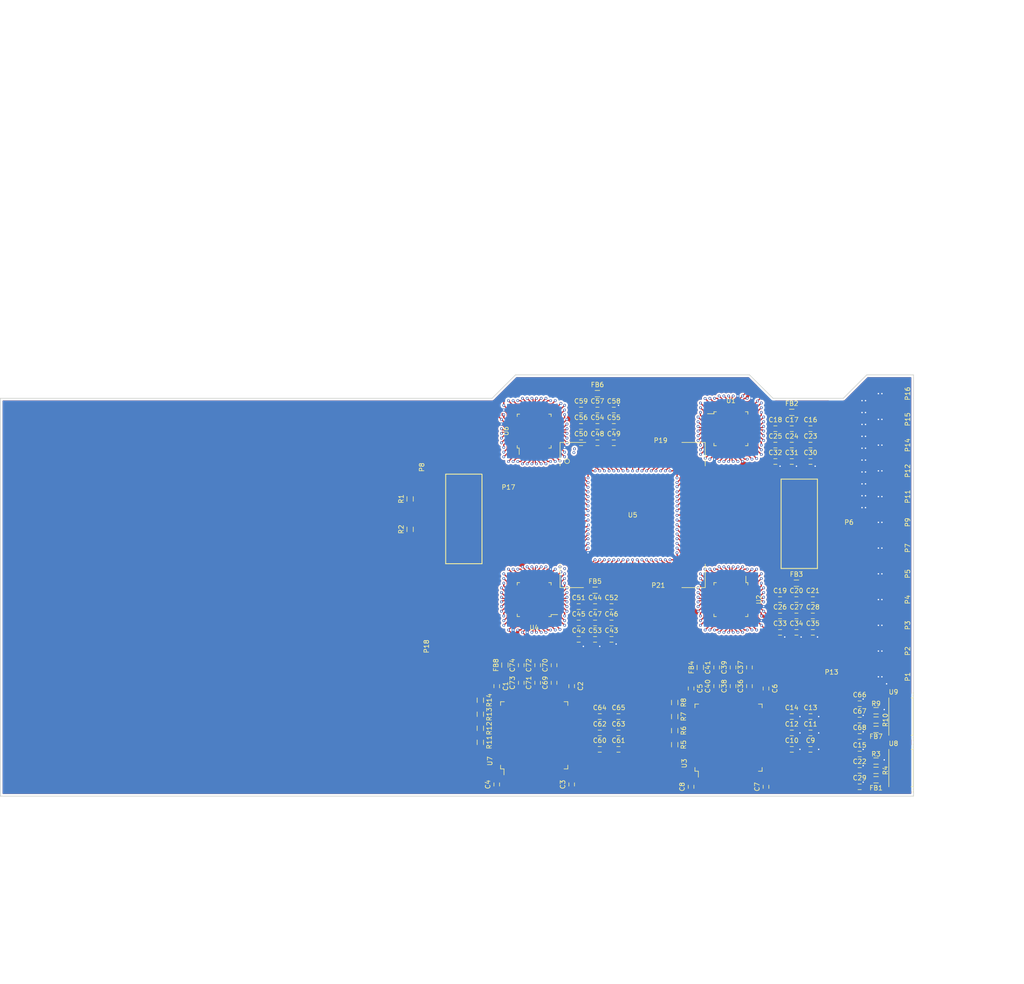
<source format=kicad_pcb>
(kicad_pcb (version 4) (host pcbnew 4.0.5)
  (layers (0 F.Cu signal) (1 In1.Cu signal) (2 In2.Cu signal) (31 B.Cu signal) (34 B.Paste user) (35 F.Paste user) (36 B.SilkS user) (37 F.SilkS user) (38 B.Mask user) (39 F.Mask user) (44 Edge.Cuts user))
  (net 0 "")
  (net 1 GND)
  (net 2 "Net-(C11-Pad1)")
  (net 3 "Net-(C16-Pad1)")
  (net 4 "Net-(C18-Pad1)")
  (net 5 "Net-(C19-Pad1)")
  (net 6 "Net-(C21-Pad1)")
  (net 7 "Net-(C36-Pad1)")
  (net 8 "Net-(C37-Pad1)")
  (net 9 "Net-(C42-Pad1)")
  (net 10 "Net-(C44-Pad1)")
  (net 11 "Net-(C48-Pad1)")
  (net 12 "Net-(C50-Pad1)")
  (net 13 "Net-(C60-Pad1)")
  (net 14 "Net-(C69-Pad1)")
  (net 15 "Net-(C70-Pad1)")
  (net 16 "Net-(FB1-Pad1)")
  (net 17 "Net-(FB7-Pad1)")
  (net 18 "Net-(P1-Pad2)")
  (net 19 "Net-(P2-Pad2)")
  (net 20 BackGate)
  (net 21 "Net-(P3-Pad2)")
  (net 22 I3)
  (net 23 "Net-(P4-Pad2)")
  (net 24 I4)
  (net 25 "Net-(P5-Pad2)")
  (net 26 I5)
  (net 27 "Net-(P6-Pad2)")
  (net 28 I7)
  (net 29 I6)
  (net 30 I8)
  (net 31 I9)
  (net 32 "Net-(P6-Pad14)")
  (net 33 I10)
  (net 34 I11)
  (net 35 I12)
  (net 36 "Net-(P7-Pad2)")
  (net 37 BT1_RX)
  (net 38 BT1_TX)
  (net 39 "Net-(P9-Pad2)")
  (net 40 BT2_RX)
  (net 41 BT2_TX)
  (net 42 "Net-(P11-Pad2)")
  (net 43 "Net-(P12-Pad2)")
  (net 44 DisplayMISO)
  (net 45 DisplaySCK)
  (net 46 DisplayMOSI)
  (net 47 DisplayCS)
  (net 48 CardCS)
  (net 49 DisplayDataOrCommand)
  (net 50 DisplayReset)
  (net 51 "Net-(P14-Pad2)")
  (net 52 "Net-(P15-Pad2)")
  (net 53 "Net-(P16-Pad2)")
  (net 54 D18)
  (net 55 D17)
  (net 56 D50)
  (net 57 D49)
  (net 58 I2C0_SCL)
  (net 59 I2C0_SDA)
  (net 60 "Net-(R3-Pad1)")
  (net 61 "Net-(R4-Pad1)")
  (net 62 "Net-(R5-Pad1)")
  (net 63 "Net-(R5-Pad2)")
  (net 64 "Net-(R6-Pad1)")
  (net 65 "Net-(R6-Pad2)")
  (net 66 "Net-(R7-Pad1)")
  (net 67 "Net-(R7-Pad2)")
  (net 68 "Net-(R8-Pad1)")
  (net 69 "Net-(R8-Pad2)")
  (net 70 "Net-(R9-Pad1)")
  (net 71 "Net-(R10-Pad1)")
  (net 72 "Net-(R11-Pad1)")
  (net 73 "Net-(R11-Pad2)")
  (net 74 "Net-(R12-Pad1)")
  (net 75 "Net-(R12-Pad2)")
  (net 76 "Net-(R13-Pad1)")
  (net 77 "Net-(R13-Pad2)")
  (net 78 "Net-(R14-Pad1)")
  (net 79 "Net-(R14-Pad2)")
  (net 80 D8)
  (net 81 D9)
  (net 82 D10)
  (net 83 D11)
  (net 84 D12)
  (net 85 D13)
  (net 86 D14)
  (net 87 D15)
  (net 88 D16)
  (net 89 D19)
  (net 90 D20)
  (net 91 D21)
  (net 92 D22)
  (net 93 D23)
  (net 94 D24)
  (net 95 D25)
  (net 96 D26)
  (net 97 D27)
  (net 98 D28)
  (net 99 D29)
  (net 100 D30)
  (net 101 D31)
  (net 102 D32)
  (net 103 D1)
  (net 104 D2)
  (net 105 D3)
  (net 106 D4)
  (net 107 D5)
  (net 108 D6)
  (net 109 D7)
  (net 110 D40)
  (net 111 D41)
  (net 112 D42)
  (net 113 D43)
  (net 114 D44)
  (net 115 D45)
  (net 116 D46)
  (net 117 D47)
  (net 118 D48)
  (net 119 D51)
  (net 120 D52)
  (net 121 D53)
  (net 122 D54)
  (net 123 D55)
  (net 124 D56)
  (net 125 D57)
  (net 126 D58)
  (net 127 D59)
  (net 128 D60)
  (net 129 D61)
  (net 130 D62)
  (net 131 D63)
  (net 132 D64)
  (net 133 D33)
  (net 134 D34)
  (net 135 D35)
  (net 136 D36)
  (net 137 D37)
  (net 138 D38)
  (net 139 D39)
  (net 140 VDDD)
  (net 141 D17P)
  (net 142 D18P)
  (net 143 D49P)
  (net 144 D50P)
  (net 145 SWDIO6)
  (net 146 SWDCLK6)
  (net 147 XRES6)
  (net 148 SWDIO5)
  (net 149 SWDCLK5)
  (net 150 XRES5)
  (net 151 XRES1)
  (net 152 XRES2)
  (net 153 XRES4)
  (net 154 XRES3)
  (net 155 "Net-(R3-Pad2)")
  (net 156 "Net-(R4-Pad2)")
  (net 157 "Net-(R9-Pad2)")
  (net 158 "Net-(R10-Pad2)")
  (module "NoyceLibrary:68_PLCC_Socket_(8468-21B1-RK-TP)" (layer F.Cu) (at 200.025 99.93)
    (fp_text reference U5 (at 0 0) (layer F.SilkS))
    (fp_text value "68_PLCC_Socket_(8468-21B1-RK-TP)")
    (pad 8 smd rect (at -11.68 -10.16) (size 1.91 0.7) (layers F.Cu F.Paste F.Mask) (net 80 D8))
    (pad 7 smd rect (at -11.68 -8.89) (size 1.91 0.7) (layers F.Cu F.Paste F.Mask) (net 109 D7))
    (pad 6 smd rect (at -11.68 -7.62) (size 1.91 0.7) (layers F.Cu F.Paste F.Mask) (net 108 D6))
    (pad 5 smd rect (at -11.68 -6.35) (size 1.91 0.7) (layers F.Cu F.Paste F.Mask) (net 107 D5))
    (pad 4 smd rect (at -11.68 -5.08) (size 1.91 0.7) (layers F.Cu F.Paste F.Mask) (net 106 D4))
    (pad 3 smd rect (at -11.68 -3.81) (size 1.91 0.7) (layers F.Cu F.Paste F.Mask) (net 105 D3))
    (pad 2 smd rect (at -11.68 -2.54) (size 1.91 0.7) (layers F.Cu F.Paste F.Mask) (net 104 D2))
    (pad 1 smd rect (at -11.68 -1.27) (size 1.91 0.7) (layers F.Cu F.Paste F.Mask) (net 103 D1))
    (pad 66 smd rect (at -11.68 0) (size 1.91 0.7) (layers F.Cu F.Paste F.Mask) (net 132 D64))
    (pad 65 smd rect (at -11.68 1.27) (size 1.91 0.7) (layers F.Cu F.Paste F.Mask) (net 131 D63))
    (pad 64 smd rect (at -11.68 2.54) (size 1.91 0.7) (layers F.Cu F.Paste F.Mask) (net 130 D62))
    (pad 63 smd rect (at -11.68 3.81) (size 1.91 0.7) (layers F.Cu F.Paste F.Mask) (net 129 D61))
    (pad 62 smd rect (at -11.68 5.08) (size 1.91 0.7) (layers F.Cu F.Paste F.Mask) (net 128 D60))
    (pad 61 smd rect (at -11.68 6.35) (size 1.91 0.7) (layers F.Cu F.Paste F.Mask) (net 127 D59))
    (pad 60 smd rect (at -11.68 7.62) (size 1.91 0.7) (layers F.Cu F.Paste F.Mask) (net 126 D58))
    (pad 59 smd rect (at -11.68 8.89) (size 1.91 0.7) (layers F.Cu F.Paste F.Mask) (net 125 D57))
    (pad 67 smd rect (at -11.68 10.16) (size 1.91 0.7) (layers F.Cu F.Paste F.Mask) (net 1 GND))
    (pad 58 smd rect (at -10.16 11.68) (size 0.7 1.91) (layers F.Cu F.Paste F.Mask) (net 124 D56))
    (pad 27 smd rect (at 11.68 -8.89) (size 1.91 0.7) (layers F.Cu F.Paste F.Mask) (net 97 D27))
    (pad 28 smd rect (at 11.68 -7.62) (size 1.91 0.7) (layers F.Cu F.Paste F.Mask) (net 98 D28))
    (pad 29 smd rect (at 11.68 -6.35) (size 1.91 0.7) (layers F.Cu F.Paste F.Mask) (net 99 D29))
    (pad 30 smd rect (at 11.68 -5.08) (size 1.91 0.7) (layers F.Cu F.Paste F.Mask) (net 100 D30))
    (pad 31 smd rect (at 11.68 -3.81) (size 1.91 0.7) (layers F.Cu F.Paste F.Mask) (net 101 D31))
    (pad 32 smd rect (at 11.68 -2.54) (size 1.91 0.7) (layers F.Cu F.Paste F.Mask) (net 102 D32))
    (pad 33 smd rect (at 11.68 -1.27) (size 1.91 0.7) (layers F.Cu F.Paste F.Mask) (net 22 I3))
    (pad 34 smd rect (at 11.68 0) (size 1.91 0.7) (layers F.Cu F.Paste F.Mask) (net 20 BackGate))
    (pad 35 smd rect (at 11.68 1.27) (size 1.91 0.7) (layers F.Cu F.Paste F.Mask) (net 133 D33))
    (pad 36 smd rect (at 11.68 2.54) (size 1.91 0.7) (layers F.Cu F.Paste F.Mask) (net 134 D34))
    (pad 37 smd rect (at 11.68 3.81) (size 1.91 0.7) (layers F.Cu F.Paste F.Mask) (net 135 D35))
    (pad 38 smd rect (at 11.68 5.08) (size 1.91 0.7) (layers F.Cu F.Paste F.Mask) (net 136 D36))
    (pad 39 smd rect (at 11.68 6.35) (size 1.91 0.7) (layers F.Cu F.Paste F.Mask) (net 137 D37))
    (pad 40 smd rect (at 11.68 7.62) (size 1.91 0.7) (layers F.Cu F.Paste F.Mask) (net 138 D38))
    (pad 41 smd rect (at 11.68 8.89) (size 1.91 0.7) (layers F.Cu F.Paste F.Mask) (net 139 D39))
    (pad 68 smd rect (at 11.68 10.16) (size 1.91 0.7) (layers F.Cu F.Paste F.Mask) (net 24 I4))
    (pad 9 smd rect (at -10.16 -11.68) (size 0.7 1.91) (layers F.Cu F.Paste F.Mask) (net 81 D9))
    (pad 10 smd rect (at -8.89 -11.68) (size 0.7 1.91) (layers F.Cu F.Paste F.Mask) (net 82 D10))
    (pad 11 smd rect (at -7.62 -11.68) (size 0.7 1.91) (layers F.Cu F.Paste F.Mask) (net 83 D11))
    (pad 12 smd rect (at -6.35 -11.68) (size 0.7 1.91) (layers F.Cu F.Paste F.Mask) (net 84 D12))
    (pad 13 smd rect (at -5.08 -11.68) (size 0.7 1.91) (layers F.Cu F.Paste F.Mask) (net 85 D13))
    (pad 14 smd rect (at -3.81 -11.68) (size 0.7 1.91) (layers F.Cu F.Paste F.Mask) (net 86 D14))
    (pad 15 smd rect (at -2.54 -11.68) (size 0.7 1.91) (layers F.Cu F.Paste F.Mask) (net 87 D15))
    (pad 16 smd rect (at -1.27 -11.68) (size 0.7 1.91) (layers F.Cu F.Paste F.Mask) (net 88 D16))
    (pad 17 smd rect (at 0 -11.68) (size 0.7 1.91) (layers F.Cu F.Paste F.Mask) (net 55 D17))
    (pad 18 smd rect (at 1.27 -11.68) (size 0.7 1.91) (layers F.Cu F.Paste F.Mask) (net 54 D18))
    (pad 19 smd rect (at 2.54 -11.68) (size 0.7 1.91) (layers F.Cu F.Paste F.Mask) (net 89 D19))
    (pad 20 smd rect (at 3.81 -11.68) (size 0.7 1.91) (layers F.Cu F.Paste F.Mask) (net 90 D20))
    (pad 21 smd rect (at 5.08 -11.68) (size 0.7 1.91) (layers F.Cu F.Paste F.Mask) (net 91 D21))
    (pad 22 smd rect (at 6.35 -11.68) (size 0.7 1.91) (layers F.Cu F.Paste F.Mask) (net 92 D22))
    (pad 23 smd rect (at 7.62 -11.68) (size 0.7 1.91) (layers F.Cu F.Paste F.Mask) (net 93 D23))
    (pad 24 smd rect (at 8.89 -11.68) (size 0.7 1.91) (layers F.Cu F.Paste F.Mask) (net 94 D24))
    (pad 25 smd rect (at 10.16 -11.68) (size 0.7 1.91) (layers F.Cu F.Paste F.Mask) (net 95 D25))
    (pad 57 smd rect (at -8.89 11.68) (size 0.7 1.91) (layers F.Cu F.Paste F.Mask) (net 123 D55))
    (pad 56 smd rect (at -7.62 11.68) (size 0.7 1.91) (layers F.Cu F.Paste F.Mask) (net 122 D54))
    (pad 55 smd rect (at -6.35 11.68) (size 0.7 1.91) (layers F.Cu F.Paste F.Mask) (net 121 D53))
    (pad 54 smd rect (at -5.08 11.68) (size 0.7 1.91) (layers F.Cu F.Paste F.Mask) (net 120 D52))
    (pad 53 smd rect (at -3.81 11.68) (size 0.7 1.91) (layers F.Cu F.Paste F.Mask) (net 119 D51))
    (pad 52 smd rect (at -2.54 11.68) (size 0.7 1.91) (layers F.Cu F.Paste F.Mask) (net 56 D50))
    (pad 51 smd rect (at -1.27 11.68) (size 0.7 1.91) (layers F.Cu F.Paste F.Mask) (net 57 D49))
    (pad 50 smd rect (at 0 11.68) (size 0.7 1.91) (layers F.Cu F.Paste F.Mask) (net 118 D48))
    (pad 49 smd rect (at 1.27 11.68) (size 0.7 1.91) (layers F.Cu F.Paste F.Mask) (net 117 D47))
    (pad 48 smd rect (at 2.54 11.68) (size 0.7 1.91) (layers F.Cu F.Paste F.Mask) (net 116 D46))
    (pad 47 smd rect (at 3.81 11.68) (size 0.7 1.91) (layers F.Cu F.Paste F.Mask) (net 115 D45))
    (pad 46 smd rect (at 5.08 11.68) (size 0.7 1.91) (layers F.Cu F.Paste F.Mask) (net 114 D44))
    (pad 45 smd rect (at 6.35 11.68) (size 0.7 1.91) (layers F.Cu F.Paste F.Mask) (net 113 D43))
    (pad 44 smd rect (at 7.62 11.68) (size 0.7 1.91) (layers F.Cu F.Paste F.Mask) (net 112 D42))
    (pad 43 smd rect (at 8.89 11.68) (size 0.7 1.91) (layers F.Cu F.Paste F.Mask) (net 111 D41))
    (pad 42 smd rect (at 10.16 11.68) (size 0.7 1.91) (layers F.Cu F.Paste F.Mask) (net 110 D40))
    (pad 26 smd rect (at 11.68 -10.16) (size 1.91 0.7) (layers F.Cu F.Paste F.Mask) (net 96 D26))
  )
  (module Capacitors_SMD:C_0603 (layer F.Cu) (at 171 136.5 270)
    (fp_text reference C1 (at 0 -1.9 270) (layer F.SilkS))
    (fp_text value 0.1uF)
    (pad 1 smd rect (at -0.75 0 270) (size 0.8 0.75) (layers F.Cu F.Paste F.Mask) (net 1 GND))
    (pad 2 smd rect (at 0.75 0 270) (size 0.8 0.75) (layers F.Cu F.Paste F.Mask) (net 140 VDDD))
  )
  (module Capacitors_SMD:C_0603 (layer F.Cu) (at 187 136.5 270)
    (fp_text reference C2 (at 0 -1.9 270) (layer F.SilkS))
    (fp_text value 0.1uF)
    (pad 1 smd rect (at -0.75 0 270) (size 0.8 0.75) (layers F.Cu F.Paste F.Mask) (net 1 GND))
    (pad 2 smd rect (at 0.75 0 270) (size 0.8 0.75) (layers F.Cu F.Paste F.Mask) (net 140 VDDD))
  )
  (module Capacitors_SMD:C_0603 (layer F.Cu) (at 187 157.5 90)
    (fp_text reference C3 (at 0 -1.9 90) (layer F.SilkS))
    (fp_text value 0.1uF)
    (pad 1 smd rect (at -0.75 0 90) (size 0.8 0.75) (layers F.Cu F.Paste F.Mask) (net 1 GND))
    (pad 2 smd rect (at 0.75 0 90) (size 0.8 0.75) (layers F.Cu F.Paste F.Mask) (net 140 VDDD))
  )
  (module Capacitors_SMD:C_0603 (layer F.Cu) (at 171 157.5 90)
    (fp_text reference C4 (at 0 -1.9 90) (layer F.SilkS))
    (fp_text value 0.1uF)
    (pad 1 smd rect (at -0.75 0 90) (size 0.8 0.75) (layers F.Cu F.Paste F.Mask) (net 1 GND))
    (pad 2 smd rect (at 0.75 0 90) (size 0.8 0.75) (layers F.Cu F.Paste F.Mask) (net 140 VDDD))
  )
  (module Capacitors_SMD:C_0603 (layer F.Cu) (at 212.5 137 270)
    (fp_text reference C5 (at 0 -1.9 270) (layer F.SilkS))
    (fp_text value 0.1uF)
    (pad 1 smd rect (at -0.75 0 270) (size 0.8 0.75) (layers F.Cu F.Paste F.Mask) (net 1 GND))
    (pad 2 smd rect (at 0.75 0 270) (size 0.8 0.75) (layers F.Cu F.Paste F.Mask) (net 140 VDDD))
  )
  (module Capacitors_SMD:C_0603 (layer F.Cu) (at 228.5 137 270)
    (fp_text reference C6 (at 0 -1.9 270) (layer F.SilkS))
    (fp_text value 0.1uF)
    (pad 1 smd rect (at -0.75 0 270) (size 0.8 0.75) (layers F.Cu F.Paste F.Mask) (net 1 GND))
    (pad 2 smd rect (at 0.75 0 270) (size 0.8 0.75) (layers F.Cu F.Paste F.Mask) (net 140 VDDD))
  )
  (module Capacitors_SMD:C_0603 (layer F.Cu) (at 228.5 158 90)
    (fp_text reference C7 (at 0 -1.9 90) (layer F.SilkS))
    (fp_text value 0.1uF)
    (pad 1 smd rect (at -0.75 0 90) (size 0.8 0.75) (layers F.Cu F.Paste F.Mask) (net 1 GND))
    (pad 2 smd rect (at 0.75 0 90) (size 0.8 0.75) (layers F.Cu F.Paste F.Mask) (net 140 VDDD))
  )
  (module Capacitors_SMD:C_0603 (layer F.Cu) (at 212.5 158 90)
    (fp_text reference C8 (at 0 -1.9 90) (layer F.SilkS))
    (fp_text value 0.1uF)
    (pad 1 smd rect (at -0.75 0 90) (size 0.8 0.75) (layers F.Cu F.Paste F.Mask) (net 1 GND))
    (pad 2 smd rect (at 0.75 0 90) (size 0.8 0.75) (layers F.Cu F.Paste F.Mask) (net 140 VDDD))
  )
  (module Capacitors_SMD:C_0603 (layer F.Cu) (at 238 150)
    (fp_text reference C9 (at 0 -1.9) (layer F.SilkS))
    (fp_text value 47uF)
    (pad 1 smd rect (at -0.75 0) (size 0.8 0.75) (layers F.Cu F.Paste F.Mask) (net 2 "Net-(C11-Pad1)"))
    (pad 2 smd rect (at 0.75 0) (size 0.8 0.75) (layers F.Cu F.Paste F.Mask) (net 1 GND))
  )
  (module Capacitors_SMD:C_0603 (layer F.Cu) (at 234 150)
    (fp_text reference C10 (at 0 -1.9) (layer F.SilkS))
    (fp_text value 47uF)
    (pad 1 smd rect (at -0.75 0) (size 0.8 0.75) (layers F.Cu F.Paste F.Mask) (net 140 VDDD))
    (pad 2 smd rect (at 0.75 0) (size 0.8 0.75) (layers F.Cu F.Paste F.Mask) (net 1 GND))
  )
  (module Capacitors_SMD:C_0603 (layer F.Cu) (at 238 146.5)
    (fp_text reference C11 (at 0 -1.9) (layer F.SilkS))
    (fp_text value 1uF)
    (pad 1 smd rect (at -0.75 0) (size 0.8 0.75) (layers F.Cu F.Paste F.Mask) (net 2 "Net-(C11-Pad1)"))
    (pad 2 smd rect (at 0.75 0) (size 0.8 0.75) (layers F.Cu F.Paste F.Mask) (net 1 GND))
  )
  (module Capacitors_SMD:C_0603 (layer F.Cu) (at 234 146.5)
    (fp_text reference C12 (at 0 -1.9) (layer F.SilkS))
    (fp_text value 1uF)
    (pad 1 smd rect (at -0.75 0) (size 0.8 0.75) (layers F.Cu F.Paste F.Mask) (net 140 VDDD))
    (pad 2 smd rect (at 0.75 0) (size 0.8 0.75) (layers F.Cu F.Paste F.Mask) (net 1 GND))
  )
  (module Capacitors_SMD:C_0603 (layer F.Cu) (at 238 143)
    (fp_text reference C13 (at 0 -1.9) (layer F.SilkS))
    (fp_text value 0.1uF)
    (pad 1 smd rect (at -0.75 0) (size 0.8 0.75) (layers F.Cu F.Paste F.Mask) (net 2 "Net-(C11-Pad1)"))
    (pad 2 smd rect (at 0.75 0) (size 0.8 0.75) (layers F.Cu F.Paste F.Mask) (net 1 GND))
  )
  (module Capacitors_SMD:C_0603 (layer F.Cu) (at 234 143)
    (fp_text reference C14 (at 0 -1.9) (layer F.SilkS))
    (fp_text value 0.1uF)
    (pad 1 smd rect (at -0.75 0) (size 0.8 0.75) (layers F.Cu F.Paste F.Mask) (net 140 VDDD))
    (pad 2 smd rect (at 0.75 0) (size 0.8 0.75) (layers F.Cu F.Paste F.Mask) (net 1 GND))
  )
  (module Capacitors_SMD:C_0603 (layer F.Cu) (at 248.5 151)
    (fp_text reference C15 (at 0 -1.9) (layer F.SilkS))
    (fp_text value 47uF)
    (pad 1 smd rect (at -0.75 0) (size 0.8 0.75) (layers F.Cu F.Paste F.Mask) (net 140 VDDD))
    (pad 2 smd rect (at 0.75 0) (size 0.8 0.75) (layers F.Cu F.Paste F.Mask) (net 1 GND))
  )
  (module Capacitors_SMD:C_0603 (layer F.Cu) (at 238 81.5)
    (fp_text reference C16 (at 0 -1.9) (layer F.SilkS))
    (fp_text value 47uF)
    (pad 1 smd rect (at -0.75 0) (size 0.8 0.75) (layers F.Cu F.Paste F.Mask) (net 3 "Net-(C16-Pad1)"))
    (pad 2 smd rect (at 0.75 0) (size 0.8 0.75) (layers F.Cu F.Paste F.Mask) (net 1 GND))
  )
  (module Capacitors_SMD:C_0603 (layer F.Cu) (at 234 81.5)
    (fp_text reference C17 (at 0 -1.9) (layer F.SilkS))
    (fp_text value 47uF)
    (pad 1 smd rect (at -0.75 0) (size 0.8 0.75) (layers F.Cu F.Paste F.Mask) (net 140 VDDD))
    (pad 2 smd rect (at 0.75 0) (size 0.8 0.75) (layers F.Cu F.Paste F.Mask) (net 1 GND))
  )
  (module Capacitors_SMD:C_0603 (layer F.Cu) (at 230.5 81.5)
    (fp_text reference C18 (at 0 -1.9) (layer F.SilkS))
    (fp_text value 47uF)
    (pad 1 smd rect (at -0.75 0) (size 0.8 0.75) (layers F.Cu F.Paste F.Mask) (net 4 "Net-(C18-Pad1)"))
    (pad 2 smd rect (at 0.75 0) (size 0.8 0.75) (layers F.Cu F.Paste F.Mask) (net 1 GND))
  )
  (module Capacitors_SMD:C_0603 (layer F.Cu) (at 231.5 118)
    (fp_text reference C19 (at 0 -1.9) (layer F.SilkS))
    (fp_text value 47uF)
    (pad 1 smd rect (at -0.75 0) (size 0.8 0.75) (layers F.Cu F.Paste F.Mask) (net 5 "Net-(C19-Pad1)"))
    (pad 2 smd rect (at 0.75 0) (size 0.8 0.75) (layers F.Cu F.Paste F.Mask) (net 1 GND))
  )
  (module Capacitors_SMD:C_0603 (layer F.Cu) (at 235 118)
    (fp_text reference C20 (at 0 -1.9) (layer F.SilkS))
    (fp_text value 47uF)
    (pad 1 smd rect (at -0.75 0) (size 0.8 0.75) (layers F.Cu F.Paste F.Mask) (net 140 VDDD))
    (pad 2 smd rect (at 0.75 0) (size 0.8 0.75) (layers F.Cu F.Paste F.Mask) (net 1 GND))
  )
  (module Capacitors_SMD:C_0603 (layer F.Cu) (at 238.5 118)
    (fp_text reference C21 (at 0 -1.9) (layer F.SilkS))
    (fp_text value 47uF)
    (pad 1 smd rect (at -0.75 0) (size 0.8 0.75) (layers F.Cu F.Paste F.Mask) (net 6 "Net-(C21-Pad1)"))
    (pad 2 smd rect (at 0.75 0) (size 0.8 0.75) (layers F.Cu F.Paste F.Mask) (net 1 GND))
  )
  (module Capacitors_SMD:C_0603 (layer F.Cu) (at 248.5 154.5)
    (fp_text reference C22 (at 0 -1.9) (layer F.SilkS))
    (fp_text value 1uF)
    (pad 1 smd rect (at -0.75 0) (size 0.8 0.75) (layers F.Cu F.Paste F.Mask) (net 140 VDDD))
    (pad 2 smd rect (at 0.75 0) (size 0.8 0.75) (layers F.Cu F.Paste F.Mask) (net 1 GND))
  )
  (module Capacitors_SMD:C_0603 (layer F.Cu) (at 238 85)
    (fp_text reference C23 (at 0 -1.9) (layer F.SilkS))
    (fp_text value 1uF)
    (pad 1 smd rect (at -0.75 0) (size 0.8 0.75) (layers F.Cu F.Paste F.Mask) (net 3 "Net-(C16-Pad1)"))
    (pad 2 smd rect (at 0.75 0) (size 0.8 0.75) (layers F.Cu F.Paste F.Mask) (net 1 GND))
  )
  (module Capacitors_SMD:C_0603 (layer F.Cu) (at 234 85)
    (fp_text reference C24 (at 0 -1.9) (layer F.SilkS))
    (fp_text value 1uF)
    (pad 1 smd rect (at -0.75 0) (size 0.8 0.75) (layers F.Cu F.Paste F.Mask) (net 140 VDDD))
    (pad 2 smd rect (at 0.75 0) (size 0.8 0.75) (layers F.Cu F.Paste F.Mask) (net 1 GND))
  )
  (module Capacitors_SMD:C_0603 (layer F.Cu) (at 230.5 85)
    (fp_text reference C25 (at 0 -1.9) (layer F.SilkS))
    (fp_text value 1uF)
    (pad 1 smd rect (at -0.75 0) (size 0.8 0.75) (layers F.Cu F.Paste F.Mask) (net 4 "Net-(C18-Pad1)"))
    (pad 2 smd rect (at 0.75 0) (size 0.8 0.75) (layers F.Cu F.Paste F.Mask) (net 1 GND))
  )
  (module Capacitors_SMD:C_0603 (layer F.Cu) (at 231.5 121.5)
    (fp_text reference C26 (at 0 -1.9) (layer F.SilkS))
    (fp_text value 1uF)
    (pad 1 smd rect (at -0.75 0) (size 0.8 0.75) (layers F.Cu F.Paste F.Mask) (net 5 "Net-(C19-Pad1)"))
    (pad 2 smd rect (at 0.75 0) (size 0.8 0.75) (layers F.Cu F.Paste F.Mask) (net 1 GND))
  )
  (module Capacitors_SMD:C_0603 (layer F.Cu) (at 235 121.5)
    (fp_text reference C27 (at 0 -1.9) (layer F.SilkS))
    (fp_text value 1uF)
    (pad 1 smd rect (at -0.75 0) (size 0.8 0.75) (layers F.Cu F.Paste F.Mask) (net 140 VDDD))
    (pad 2 smd rect (at 0.75 0) (size 0.8 0.75) (layers F.Cu F.Paste F.Mask) (net 1 GND))
  )
  (module Capacitors_SMD:C_0603 (layer F.Cu) (at 238.5 121.5)
    (fp_text reference C28 (at 0 -1.9) (layer F.SilkS))
    (fp_text value 1uF)
    (pad 1 smd rect (at -0.75 0) (size 0.8 0.75) (layers F.Cu F.Paste F.Mask) (net 6 "Net-(C21-Pad1)"))
    (pad 2 smd rect (at 0.75 0) (size 0.8 0.75) (layers F.Cu F.Paste F.Mask) (net 1 GND))
  )
  (module Capacitors_SMD:C_0603 (layer F.Cu) (at 248.5 158)
    (fp_text reference C29 (at 0 -1.9) (layer F.SilkS))
    (fp_text value 0.1uF)
    (pad 1 smd rect (at -0.75 0) (size 0.8 0.75) (layers F.Cu F.Paste F.Mask) (net 140 VDDD))
    (pad 2 smd rect (at 0.75 0) (size 0.8 0.75) (layers F.Cu F.Paste F.Mask) (net 1 GND))
  )
  (module Capacitors_SMD:C_0603 (layer F.Cu) (at 238 88.5)
    (fp_text reference C30 (at 0 -1.9) (layer F.SilkS))
    (fp_text value 0.1uF)
    (pad 1 smd rect (at -0.75 0) (size 0.8 0.75) (layers F.Cu F.Paste F.Mask) (net 3 "Net-(C16-Pad1)"))
    (pad 2 smd rect (at 0.75 0) (size 0.8 0.75) (layers F.Cu F.Paste F.Mask) (net 1 GND))
  )
  (module Capacitors_SMD:C_0603 (layer F.Cu) (at 234 88.5)
    (fp_text reference C31 (at 0 -1.9) (layer F.SilkS))
    (fp_text value 0.1uF)
    (pad 1 smd rect (at -0.75 0) (size 0.8 0.75) (layers F.Cu F.Paste F.Mask) (net 140 VDDD))
    (pad 2 smd rect (at 0.75 0) (size 0.8 0.75) (layers F.Cu F.Paste F.Mask) (net 1 GND))
  )
  (module Capacitors_SMD:C_0603 (layer F.Cu) (at 230.5 88.5)
    (fp_text reference C32 (at 0 -1.9) (layer F.SilkS))
    (fp_text value 0.1uF)
    (pad 1 smd rect (at -0.75 0) (size 0.8 0.75) (layers F.Cu F.Paste F.Mask) (net 4 "Net-(C18-Pad1)"))
    (pad 2 smd rect (at 0.75 0) (size 0.8 0.75) (layers F.Cu F.Paste F.Mask) (net 1 GND))
  )
  (module Capacitors_SMD:C_0603 (layer F.Cu) (at 231.5 125)
    (fp_text reference C33 (at 0 -1.9) (layer F.SilkS))
    (fp_text value 0.1uF)
    (pad 1 smd rect (at -0.75 0) (size 0.8 0.75) (layers F.Cu F.Paste F.Mask) (net 5 "Net-(C19-Pad1)"))
    (pad 2 smd rect (at 0.75 0) (size 0.8 0.75) (layers F.Cu F.Paste F.Mask) (net 1 GND))
  )
  (module Capacitors_SMD:C_0603 (layer F.Cu) (at 235 125)
    (fp_text reference C34 (at 0 -1.9) (layer F.SilkS))
    (fp_text value 0.1uF)
    (pad 1 smd rect (at -0.75 0) (size 0.8 0.75) (layers F.Cu F.Paste F.Mask) (net 140 VDDD))
    (pad 2 smd rect (at 0.75 0) (size 0.8 0.75) (layers F.Cu F.Paste F.Mask) (net 1 GND))
  )
  (module Capacitors_SMD:C_0603 (layer F.Cu) (at 238.5 125)
    (fp_text reference C35 (at 0 -1.9) (layer F.SilkS))
    (fp_text value 0.1uF)
    (pad 1 smd rect (at -0.75 0) (size 0.8 0.75) (layers F.Cu F.Paste F.Mask) (net 6 "Net-(C21-Pad1)"))
    (pad 2 smd rect (at 0.75 0) (size 0.8 0.75) (layers F.Cu F.Paste F.Mask) (net 1 GND))
  )
  (module Capacitors_SMD:C_0603 (layer F.Cu) (at 224.961659 136.499085 90)
    (fp_text reference C36 (at 0 -1.9 90) (layer F.SilkS))
    (fp_text value 47uF)
    (pad 1 smd rect (at -0.75 0 90) (size 0.8 0.75) (layers F.Cu F.Paste F.Mask) (net 7 "Net-(C36-Pad1)"))
    (pad 2 smd rect (at 0.75 0 90) (size 0.8 0.75) (layers F.Cu F.Paste F.Mask) (net 1 GND))
  )
  (module Capacitors_SMD:C_0603 (layer F.Cu) (at 224.961659 132.499085 90)
    (fp_text reference C37 (at 0 -1.9 90) (layer F.SilkS))
    (fp_text value 47uF)
    (pad 1 smd rect (at -0.75 0 90) (size 0.8 0.75) (layers F.Cu F.Paste F.Mask) (net 8 "Net-(C37-Pad1)"))
    (pad 2 smd rect (at 0.75 0 90) (size 0.8 0.75) (layers F.Cu F.Paste F.Mask) (net 1 GND))
  )
  (module Capacitors_SMD:C_0603 (layer F.Cu) (at 221.461659 136.499085 90)
    (fp_text reference C38 (at 0 -1.9 90) (layer F.SilkS))
    (fp_text value 1uF)
    (pad 1 smd rect (at -0.75 0 90) (size 0.8 0.75) (layers F.Cu F.Paste F.Mask) (net 7 "Net-(C36-Pad1)"))
    (pad 2 smd rect (at 0.75 0 90) (size 0.8 0.75) (layers F.Cu F.Paste F.Mask) (net 1 GND))
  )
  (module Capacitors_SMD:C_0603 (layer F.Cu) (at 221.461659 132.499085 90)
    (fp_text reference C39 (at 0 -1.9 90) (layer F.SilkS))
    (fp_text value 1uF)
    (pad 1 smd rect (at -0.75 0 90) (size 0.8 0.75) (layers F.Cu F.Paste F.Mask) (net 8 "Net-(C37-Pad1)"))
    (pad 2 smd rect (at 0.75 0 90) (size 0.8 0.75) (layers F.Cu F.Paste F.Mask) (net 1 GND))
  )
  (module Capacitors_SMD:C_0603 (layer F.Cu) (at 217.961659 136.499085 90)
    (fp_text reference C40 (at 0 -1.9 90) (layer F.SilkS))
    (fp_text value 0.1uF)
    (pad 1 smd rect (at -0.75 0 90) (size 0.8 0.75) (layers F.Cu F.Paste F.Mask) (net 7 "Net-(C36-Pad1)"))
    (pad 2 smd rect (at 0.75 0 90) (size 0.8 0.75) (layers F.Cu F.Paste F.Mask) (net 1 GND))
  )
  (module Capacitors_SMD:C_0603 (layer F.Cu) (at 217.961659 132.499085 90)
    (fp_text reference C41 (at 0 -1.9 90) (layer F.SilkS))
    (fp_text value 0.1uF)
    (pad 1 smd rect (at -0.75 0 90) (size 0.8 0.75) (layers F.Cu F.Paste F.Mask) (net 8 "Net-(C37-Pad1)"))
    (pad 2 smd rect (at 0.75 0 90) (size 0.8 0.75) (layers F.Cu F.Paste F.Mask) (net 1 GND))
  )
  (module Capacitors_SMD:C_0603 (layer F.Cu) (at 188.5 126.5)
    (fp_text reference C42 (at 0 -1.9) (layer F.SilkS))
    (fp_text value 47uF)
    (pad 1 smd rect (at -0.75 0) (size 0.8 0.75) (layers F.Cu F.Paste F.Mask) (net 9 "Net-(C42-Pad1)"))
    (pad 2 smd rect (at 0.75 0) (size 0.8 0.75) (layers F.Cu F.Paste F.Mask) (net 1 GND))
  )
  (module Capacitors_SMD:C_0603 (layer F.Cu) (at 195.5 126.5)
    (fp_text reference C43 (at 0 -1.9) (layer F.SilkS))
    (fp_text value 47uF)
    (pad 1 smd rect (at -0.75 0) (size 0.8 0.75) (layers F.Cu F.Paste F.Mask) (net 140 VDDD))
    (pad 2 smd rect (at 0.75 0) (size 0.8 0.75) (layers F.Cu F.Paste F.Mask) (net 1 GND))
  )
  (module Capacitors_SMD:C_0603 (layer F.Cu) (at 192 119.5)
    (fp_text reference C44 (at 0 -1.9) (layer F.SilkS))
    (fp_text value 47uF)
    (pad 1 smd rect (at -0.75 0) (size 0.8 0.75) (layers F.Cu F.Paste F.Mask) (net 10 "Net-(C44-Pad1)"))
    (pad 2 smd rect (at 0.75 0) (size 0.8 0.75) (layers F.Cu F.Paste F.Mask) (net 1 GND))
  )
  (module Capacitors_SMD:C_0603 (layer F.Cu) (at 188.5 123)
    (fp_text reference C45 (at 0 -1.9) (layer F.SilkS))
    (fp_text value 1uF)
    (pad 1 smd rect (at -0.75 0) (size 0.8 0.75) (layers F.Cu F.Paste F.Mask) (net 9 "Net-(C42-Pad1)"))
    (pad 2 smd rect (at 0.75 0) (size 0.8 0.75) (layers F.Cu F.Paste F.Mask) (net 1 GND))
  )
  (module Capacitors_SMD:C_0603 (layer F.Cu) (at 195.5 123)
    (fp_text reference C46 (at 0 -1.9) (layer F.SilkS))
    (fp_text value 1uF)
    (pad 1 smd rect (at -0.75 0) (size 0.8 0.75) (layers F.Cu F.Paste F.Mask) (net 140 VDDD))
    (pad 2 smd rect (at 0.75 0) (size 0.8 0.75) (layers F.Cu F.Paste F.Mask) (net 1 GND))
  )
  (module Capacitors_SMD:C_0603 (layer F.Cu) (at 192 123)
    (fp_text reference C47 (at 0 -1.9) (layer F.SilkS))
    (fp_text value 1uF)
    (pad 1 smd rect (at -0.75 0) (size 0.8 0.75) (layers F.Cu F.Paste F.Mask) (net 10 "Net-(C44-Pad1)"))
    (pad 2 smd rect (at 0.75 0) (size 0.8 0.75) (layers F.Cu F.Paste F.Mask) (net 1 GND))
  )
  (module Capacitors_SMD:C_0603 (layer F.Cu) (at 192.5 84.5)
    (fp_text reference C48 (at 0 -1.9) (layer F.SilkS))
    (fp_text value 47uF)
    (pad 1 smd rect (at -0.75 0) (size 0.8 0.75) (layers F.Cu F.Paste F.Mask) (net 11 "Net-(C48-Pad1)"))
    (pad 2 smd rect (at 0.75 0) (size 0.8 0.75) (layers F.Cu F.Paste F.Mask) (net 1 GND))
  )
  (module Capacitors_SMD:C_0603 (layer F.Cu) (at 196 84.5)
    (fp_text reference C49 (at 0 -1.9) (layer F.SilkS))
    (fp_text value 47uF)
    (pad 1 smd rect (at -0.75 0) (size 0.8 0.75) (layers F.Cu F.Paste F.Mask) (net 140 VDDD))
    (pad 2 smd rect (at 0.75 0) (size 0.8 0.75) (layers F.Cu F.Paste F.Mask) (net 1 GND))
  )
  (module Capacitors_SMD:C_0603 (layer F.Cu) (at 189 84.5)
    (fp_text reference C50 (at 0 -1.9) (layer F.SilkS))
    (fp_text value 47uF)
    (pad 1 smd rect (at -0.75 0) (size 0.8 0.75) (layers F.Cu F.Paste F.Mask) (net 12 "Net-(C50-Pad1)"))
    (pad 2 smd rect (at 0.75 0) (size 0.8 0.75) (layers F.Cu F.Paste F.Mask) (net 1 GND))
  )
  (module Capacitors_SMD:C_0603 (layer F.Cu) (at 188.5 119.5)
    (fp_text reference C51 (at 0 -1.9) (layer F.SilkS))
    (fp_text value 0.1uF)
    (pad 1 smd rect (at -0.75 0) (size 0.8 0.75) (layers F.Cu F.Paste F.Mask) (net 9 "Net-(C42-Pad1)"))
    (pad 2 smd rect (at 0.75 0) (size 0.8 0.75) (layers F.Cu F.Paste F.Mask) (net 1 GND))
  )
  (module Capacitors_SMD:C_0603 (layer F.Cu) (at 195.5 119.5)
    (fp_text reference C52 (at 0 -1.9) (layer F.SilkS))
    (fp_text value 0.1uF)
    (pad 1 smd rect (at -0.75 0) (size 0.8 0.75) (layers F.Cu F.Paste F.Mask) (net 140 VDDD))
    (pad 2 smd rect (at 0.75 0) (size 0.8 0.75) (layers F.Cu F.Paste F.Mask) (net 1 GND))
  )
  (module Capacitors_SMD:C_0603 (layer F.Cu) (at 192 126.5)
    (fp_text reference C53 (at 0 -1.9) (layer F.SilkS))
    (fp_text value 0.1uF)
    (pad 1 smd rect (at -0.75 0) (size 0.8 0.75) (layers F.Cu F.Paste F.Mask) (net 10 "Net-(C44-Pad1)"))
    (pad 2 smd rect (at 0.75 0) (size 0.8 0.75) (layers F.Cu F.Paste F.Mask) (net 1 GND))
  )
  (module Capacitors_SMD:C_0603 (layer F.Cu) (at 192.5 81)
    (fp_text reference C54 (at 0 -1.9) (layer F.SilkS))
    (fp_text value 1uF)
    (pad 1 smd rect (at -0.75 0) (size 0.8 0.75) (layers F.Cu F.Paste F.Mask) (net 11 "Net-(C48-Pad1)"))
    (pad 2 smd rect (at 0.75 0) (size 0.8 0.75) (layers F.Cu F.Paste F.Mask) (net 1 GND))
  )
  (module Capacitors_SMD:C_0603 (layer F.Cu) (at 196 81)
    (fp_text reference C55 (at 0 -1.9) (layer F.SilkS))
    (fp_text value 1uF)
    (pad 1 smd rect (at -0.75 0) (size 0.8 0.75) (layers F.Cu F.Paste F.Mask) (net 140 VDDD))
    (pad 2 smd rect (at 0.75 0) (size 0.8 0.75) (layers F.Cu F.Paste F.Mask) (net 1 GND))
  )
  (module Capacitors_SMD:C_0603 (layer F.Cu) (at 189 81)
    (fp_text reference C56 (at 0 -1.9) (layer F.SilkS))
    (fp_text value 1uF)
    (pad 1 smd rect (at -0.75 0) (size 0.8 0.75) (layers F.Cu F.Paste F.Mask) (net 12 "Net-(C50-Pad1)"))
    (pad 2 smd rect (at 0.75 0) (size 0.8 0.75) (layers F.Cu F.Paste F.Mask) (net 1 GND))
  )
  (module Capacitors_SMD:C_0603 (layer F.Cu) (at 192.5 77.5)
    (fp_text reference C57 (at 0 -1.9) (layer F.SilkS))
    (fp_text value 0.1uF)
    (pad 1 smd rect (at -0.75 0) (size 0.8 0.75) (layers F.Cu F.Paste F.Mask) (net 11 "Net-(C48-Pad1)"))
    (pad 2 smd rect (at 0.75 0) (size 0.8 0.75) (layers F.Cu F.Paste F.Mask) (net 1 GND))
  )
  (module Capacitors_SMD:C_0603 (layer F.Cu) (at 196 77.5)
    (fp_text reference C58 (at 0 -1.9) (layer F.SilkS))
    (fp_text value 0.1uF)
    (pad 1 smd rect (at -0.75 0) (size 0.8 0.75) (layers F.Cu F.Paste F.Mask) (net 140 VDDD))
    (pad 2 smd rect (at 0.75 0) (size 0.8 0.75) (layers F.Cu F.Paste F.Mask) (net 1 GND))
  )
  (module Capacitors_SMD:C_0603 (layer F.Cu) (at 189 77.5)
    (fp_text reference C59 (at 0 -1.9) (layer F.SilkS))
    (fp_text value 0.1uF)
    (pad 1 smd rect (at -0.75 0) (size 0.8 0.75) (layers F.Cu F.Paste F.Mask) (net 12 "Net-(C50-Pad1)"))
    (pad 2 smd rect (at 0.75 0) (size 0.8 0.75) (layers F.Cu F.Paste F.Mask) (net 1 GND))
  )
  (module Capacitors_SMD:C_0603 (layer F.Cu) (at 193 150)
    (fp_text reference C60 (at 0 -1.9) (layer F.SilkS))
    (fp_text value 47uF)
    (pad 1 smd rect (at -0.75 0) (size 0.8 0.75) (layers F.Cu F.Paste F.Mask) (net 13 "Net-(C60-Pad1)"))
    (pad 2 smd rect (at 0.75 0) (size 0.8 0.75) (layers F.Cu F.Paste F.Mask) (net 1 GND))
  )
  (module Capacitors_SMD:C_0603 (layer F.Cu) (at 197 150)
    (fp_text reference C61 (at 0 -1.9) (layer F.SilkS))
    (fp_text value 47uF)
    (pad 1 smd rect (at -0.75 0) (size 0.8 0.75) (layers F.Cu F.Paste F.Mask) (net 140 VDDD))
    (pad 2 smd rect (at 0.75 0) (size 0.8 0.75) (layers F.Cu F.Paste F.Mask) (net 1 GND))
  )
  (module Capacitors_SMD:C_0603 (layer F.Cu) (at 193 146.5)
    (fp_text reference C62 (at 0 -1.9) (layer F.SilkS))
    (fp_text value 1uF)
    (pad 1 smd rect (at -0.75 0) (size 0.8 0.75) (layers F.Cu F.Paste F.Mask) (net 13 "Net-(C60-Pad1)"))
    (pad 2 smd rect (at 0.75 0) (size 0.8 0.75) (layers F.Cu F.Paste F.Mask) (net 1 GND))
  )
  (module Capacitors_SMD:C_0603 (layer F.Cu) (at 197 146.5)
    (fp_text reference C63 (at 0 -1.9) (layer F.SilkS))
    (fp_text value 1uF)
    (pad 1 smd rect (at -0.75 0) (size 0.8 0.75) (layers F.Cu F.Paste F.Mask) (net 140 VDDD))
    (pad 2 smd rect (at 0.75 0) (size 0.8 0.75) (layers F.Cu F.Paste F.Mask) (net 1 GND))
  )
  (module Capacitors_SMD:C_0603 (layer F.Cu) (at 193 143)
    (fp_text reference C64 (at 0 -1.9) (layer F.SilkS))
    (fp_text value 0.1uF)
    (pad 1 smd rect (at -0.75 0) (size 0.8 0.75) (layers F.Cu F.Paste F.Mask) (net 13 "Net-(C60-Pad1)"))
    (pad 2 smd rect (at 0.75 0) (size 0.8 0.75) (layers F.Cu F.Paste F.Mask) (net 1 GND))
  )
  (module Capacitors_SMD:C_0603 (layer F.Cu) (at 197 143)
    (fp_text reference C65 (at 0 -1.9) (layer F.SilkS))
    (fp_text value 0.1uF)
    (pad 1 smd rect (at -0.75 0) (size 0.8 0.75) (layers F.Cu F.Paste F.Mask) (net 140 VDDD))
    (pad 2 smd rect (at 0.75 0) (size 0.8 0.75) (layers F.Cu F.Paste F.Mask) (net 1 GND))
  )
  (module Capacitors_SMD:C_0603 (layer F.Cu) (at 248.5 140.25)
    (fp_text reference C66 (at 0 -1.9) (layer F.SilkS))
    (fp_text value 47uF)
    (pad 1 smd rect (at -0.75 0) (size 0.8 0.75) (layers F.Cu F.Paste F.Mask) (net 140 VDDD))
    (pad 2 smd rect (at 0.75 0) (size 0.8 0.75) (layers F.Cu F.Paste F.Mask) (net 1 GND))
  )
  (module Capacitors_SMD:C_0603 (layer F.Cu) (at 248.5 143.75)
    (fp_text reference C67 (at 0 -1.9) (layer F.SilkS))
    (fp_text value 1uF)
    (pad 1 smd rect (at -0.75 0) (size 0.8 0.75) (layers F.Cu F.Paste F.Mask) (net 140 VDDD))
    (pad 2 smd rect (at 0.75 0) (size 0.8 0.75) (layers F.Cu F.Paste F.Mask) (net 1 GND))
  )
  (module Capacitors_SMD:C_0603 (layer F.Cu) (at 248.5 147.25)
    (fp_text reference C68 (at 0 -1.9) (layer F.SilkS))
    (fp_text value 0.1uF)
    (pad 1 smd rect (at -0.75 0) (size 0.8 0.75) (layers F.Cu F.Paste F.Mask) (net 140 VDDD))
    (pad 2 smd rect (at 0.75 0) (size 0.8 0.75) (layers F.Cu F.Paste F.Mask) (net 1 GND))
  )
  (module Capacitors_SMD:C_0603 (layer F.Cu) (at 183.239264 135.782972 90)
    (fp_text reference C69 (at 0 -1.9 90) (layer F.SilkS))
    (fp_text value 47uF)
    (pad 1 smd rect (at -0.75 0 90) (size 0.8 0.75) (layers F.Cu F.Paste F.Mask) (net 14 "Net-(C69-Pad1)"))
    (pad 2 smd rect (at 0.75 0 90) (size 0.8 0.75) (layers F.Cu F.Paste F.Mask) (net 1 GND))
  )
  (module Capacitors_SMD:C_0603 (layer F.Cu) (at 183.239264 132.032972 90)
    (fp_text reference C70 (at 0 -1.9 90) (layer F.SilkS))
    (fp_text value 47uF)
    (pad 1 smd rect (at -0.75 0 90) (size 0.8 0.75) (layers F.Cu F.Paste F.Mask) (net 15 "Net-(C70-Pad1)"))
    (pad 2 smd rect (at 0.75 0 90) (size 0.8 0.75) (layers F.Cu F.Paste F.Mask) (net 1 GND))
  )
  (module Capacitors_SMD:C_0603 (layer F.Cu) (at 179.739264 135.782972 90)
    (fp_text reference C71 (at 0 -1.9 90) (layer F.SilkS))
    (fp_text value 1uF)
    (pad 1 smd rect (at -0.75 0 90) (size 0.8 0.75) (layers F.Cu F.Paste F.Mask) (net 14 "Net-(C69-Pad1)"))
    (pad 2 smd rect (at 0.75 0 90) (size 0.8 0.75) (layers F.Cu F.Paste F.Mask) (net 1 GND))
  )
  (module Capacitors_SMD:C_0603 (layer F.Cu) (at 179.739264 132.032972 90)
    (fp_text reference C72 (at 0 -1.9 90) (layer F.SilkS))
    (fp_text value 1uF)
    (pad 1 smd rect (at -0.75 0 90) (size 0.8 0.75) (layers F.Cu F.Paste F.Mask) (net 15 "Net-(C70-Pad1)"))
    (pad 2 smd rect (at 0.75 0 90) (size 0.8 0.75) (layers F.Cu F.Paste F.Mask) (net 1 GND))
  )
  (module Capacitors_SMD:C_0603 (layer F.Cu) (at 176.239264 135.782972 90)
    (fp_text reference C73 (at 0 -1.9 90) (layer F.SilkS))
    (fp_text value 0.1uF)
    (pad 1 smd rect (at -0.75 0 90) (size 0.8 0.75) (layers F.Cu F.Paste F.Mask) (net 14 "Net-(C69-Pad1)"))
    (pad 2 smd rect (at 0.75 0 90) (size 0.8 0.75) (layers F.Cu F.Paste F.Mask) (net 1 GND))
  )
  (module Capacitors_SMD:C_0603 (layer F.Cu) (at 176.239264 132.032972 90)
    (fp_text reference C74 (at 0 -1.9 90) (layer F.SilkS))
    (fp_text value 0.1uF)
    (pad 1 smd rect (at -0.75 0 90) (size 0.8 0.75) (layers F.Cu F.Paste F.Mask) (net 15 "Net-(C70-Pad1)"))
    (pad 2 smd rect (at 0.75 0 90) (size 0.8 0.75) (layers F.Cu F.Paste F.Mask) (net 1 GND))
  )
  (module Resistors_SMD:R_0603 (layer F.Cu) (at 252 156.5 180)
    (fp_text reference FB1 (at 0 -1.75 180) (layer F.SilkS))
    (fp_text value R)
    (pad 1 smd rect (at -0.75 0 180) (size 0.5 0.9) (layers F.Cu F.Paste F.Mask) (net 16 "Net-(FB1-Pad1)"))
    (pad 2 smd rect (at 0.75 0 180) (size 0.5 0.9) (layers F.Cu F.Paste F.Mask) (net 140 VDDD))
  )
  (module Resistors_SMD:R_0603 (layer F.Cu) (at 234 78)
    (fp_text reference FB2 (at 0 -1.9) (layer F.SilkS))
    (fp_text value R)
    (pad 1 smd rect (at -0.75 0) (size 0.5 0.9) (layers F.Cu F.Paste F.Mask) (net 3 "Net-(C16-Pad1)"))
    (pad 2 smd rect (at 0.75 0) (size 0.5 0.9) (layers F.Cu F.Paste F.Mask) (net 140 VDDD))
  )
  (module Resistors_SMD:R_0603 (layer F.Cu) (at 235 114.5)
    (fp_text reference FB3 (at 0 -1.9) (layer F.SilkS))
    (fp_text value R)
    (pad 1 smd rect (at -0.75 0) (size 0.5 0.9) (layers F.Cu F.Paste F.Mask) (net 5 "Net-(C19-Pad1)"))
    (pad 2 smd rect (at 0.75 0) (size 0.5 0.9) (layers F.Cu F.Paste F.Mask) (net 140 VDDD))
  )
  (module Resistors_SMD:R_0603 (layer F.Cu) (at 214.461659 132.5 90)
    (fp_text reference FB4 (at 0 -1.9 90) (layer F.SilkS))
    (fp_text value R)
    (pad 1 smd rect (at -0.75 0 90) (size 0.5 0.9) (layers F.Cu F.Paste F.Mask) (net 7 "Net-(C36-Pad1)"))
    (pad 2 smd rect (at 0.75 0 90) (size 0.5 0.9) (layers F.Cu F.Paste F.Mask) (net 140 VDDD))
  )
  (module Resistors_SMD:R_0603 (layer F.Cu) (at 192 116)
    (fp_text reference FB5 (at 0 -1.9) (layer F.SilkS))
    (fp_text value R)
    (pad 1 smd rect (at -0.75 0) (size 0.5 0.9) (layers F.Cu F.Paste F.Mask) (net 9 "Net-(C42-Pad1)"))
    (pad 2 smd rect (at 0.75 0) (size 0.5 0.9) (layers F.Cu F.Paste F.Mask) (net 140 VDDD))
  )
  (module Resistors_SMD:R_0603 (layer F.Cu) (at 192.5 74)
    (fp_text reference FB6 (at 0 -1.9) (layer F.SilkS))
    (fp_text value R)
    (pad 1 smd rect (at -0.75 0) (size 0.5 0.9) (layers F.Cu F.Paste F.Mask) (net 11 "Net-(C48-Pad1)"))
    (pad 2 smd rect (at 0.75 0) (size 0.5 0.9) (layers F.Cu F.Paste F.Mask) (net 140 VDDD))
  )
  (module Resistors_SMD:R_0603 (layer F.Cu) (at 252 145.75 180)
    (fp_text reference FB7 (at 0 -1.5 180) (layer F.SilkS))
    (fp_text value R)
    (pad 1 smd rect (at -0.75 0 180) (size 0.5 0.9) (layers F.Cu F.Paste F.Mask) (net 17 "Net-(FB7-Pad1)"))
    (pad 2 smd rect (at 0.75 0 180) (size 0.5 0.9) (layers F.Cu F.Paste F.Mask) (net 140 VDDD))
  )
  (module Resistors_SMD:R_0603 (layer F.Cu) (at 172.739264 132 90)
    (fp_text reference FB8 (at 0 -1.9 90) (layer F.SilkS))
    (fp_text value R)
    (pad 1 smd rect (at -0.75 0 90) (size 0.5 0.9) (layers F.Cu F.Paste F.Mask) (net 14 "Net-(C69-Pad1)"))
    (pad 2 smd rect (at 0.75 0 90) (size 0.5 0.9) (layers F.Cu F.Paste F.Mask) (net 140 VDDD))
  )
  (module "NoyceLibrary:IPEX_Connector_SMD_(RECE.20279.001E.01)" (layer F.Cu) (at 255.25 134.5 270)
    (fp_text reference P1 (at 0 -3.5 270) (layer F.SilkS))
    (fp_text value CONN_01X02)
    (pad 2 smd rect (at 1.685 -1.25 270) (size 1.2 2.5) (layers F.Cu F.Paste F.Mask) (net 18 "Net-(P1-Pad2)"))
    (pad 2 smd rect (at -1.685 -1.25 270) (size 1.2 2.5) (layers F.Cu F.Paste F.Mask) (net 18 "Net-(P1-Pad2)"))
    (pad 1 smd rect (at 0 0.48 270) (size 1.15 1.2) (layers F.Cu F.Paste F.Mask) (net 1 GND))
    (pad 3 smd rect (at 0 -1.25 270) (size 0.2 0.2) (layers F.Cu F.Mask) (clearance 1.25) (thermal_gap 2))
  )
  (module "NoyceLibrary:IPEX_Connector_SMD_(RECE.20279.001E.01)" (layer F.Cu) (at 255.25 129 270)
    (fp_text reference P2 (at 0 -3.5 270) (layer F.SilkS))
    (fp_text value CONN_01X02)
    (pad 2 smd rect (at 1.685 -1.25 270) (size 1.2 2.5) (layers F.Cu F.Paste F.Mask) (net 19 "Net-(P2-Pad2)"))
    (pad 2 smd rect (at -1.685 -1.25 270) (size 1.2 2.5) (layers F.Cu F.Paste F.Mask) (net 19 "Net-(P2-Pad2)"))
    (pad 1 smd rect (at 0 0.48 270) (size 1.15 1.2) (layers F.Cu F.Paste F.Mask) (net 20 BackGate))
    (pad 3 smd rect (at 0 -1.25 270) (size 0.2 0.2) (layers F.Cu F.Mask) (clearance 1.25) (thermal_gap 2))
  )
  (module "NoyceLibrary:IPEX_Connector_SMD_(RECE.20279.001E.01)" (layer F.Cu) (at 255.25 123.5 270)
    (fp_text reference P3 (at 0 -3.5 270) (layer F.SilkS))
    (fp_text value CONN_01X02)
    (pad 2 smd rect (at 1.685 -1.25 270) (size 1.2 2.5) (layers F.Cu F.Paste F.Mask) (net 21 "Net-(P3-Pad2)"))
    (pad 2 smd rect (at -1.685 -1.25 270) (size 1.2 2.5) (layers F.Cu F.Paste F.Mask) (net 21 "Net-(P3-Pad2)"))
    (pad 1 smd rect (at 0 0.48 270) (size 1.15 1.2) (layers F.Cu F.Paste F.Mask) (net 22 I3))
    (pad 3 smd rect (at 0 -1.25 270) (size 0.2 0.2) (layers F.Cu F.Mask) (clearance 1.25) (thermal_gap 2))
  )
  (module "NoyceLibrary:IPEX_Connector_SMD_(RECE.20279.001E.01)" (layer F.Cu) (at 255.25 118 270)
    (fp_text reference P4 (at 0 -3.5 270) (layer F.SilkS))
    (fp_text value CONN_01X02)
    (pad 2 smd rect (at 1.685 -1.25 270) (size 1.2 2.5) (layers F.Cu F.Paste F.Mask) (net 23 "Net-(P4-Pad2)"))
    (pad 2 smd rect (at -1.685 -1.25 270) (size 1.2 2.5) (layers F.Cu F.Paste F.Mask) (net 23 "Net-(P4-Pad2)"))
    (pad 1 smd rect (at 0 0.48 270) (size 1.15 1.2) (layers F.Cu F.Paste F.Mask) (net 24 I4))
    (pad 3 smd rect (at 0 -1.25 270) (size 0.2 0.2) (layers F.Cu F.Mask) (clearance 1.25) (thermal_gap 2))
  )
  (module "NoyceLibrary:IPEX_Connector_SMD_(RECE.20279.001E.01)" (layer F.Cu) (at 255.25 112.5 270)
    (fp_text reference P5 (at 0 -3.5 270) (layer F.SilkS))
    (fp_text value CONN_01X02)
    (pad 2 smd rect (at 1.685 -1.25 270) (size 1.2 2.5) (layers F.Cu F.Paste F.Mask) (net 25 "Net-(P5-Pad2)"))
    (pad 2 smd rect (at -1.685 -1.25 270) (size 1.2 2.5) (layers F.Cu F.Paste F.Mask) (net 25 "Net-(P5-Pad2)"))
    (pad 1 smd rect (at 0 0.48 270) (size 1.15 1.2) (layers F.Cu F.Paste F.Mask) (net 26 I5))
    (pad 3 smd rect (at 0 -1.25 270) (size 0.2 0.2) (layers F.Cu F.Mask) (clearance 1.25) (thermal_gap 2))
  )
  (module "NoyceLibrary:IPEX_Connector_SMD_(RECE.20279.001E.01)" (layer F.Cu) (at 255.25 107 270)
    (fp_text reference P7 (at 0 -3.5 270) (layer F.SilkS))
    (fp_text value CONN_01X02)
    (pad 2 smd rect (at 1.685 -1.25 270) (size 1.2 2.5) (layers F.Cu F.Paste F.Mask) (net 36 "Net-(P7-Pad2)"))
    (pad 2 smd rect (at -1.685 -1.25 270) (size 1.2 2.5) (layers F.Cu F.Paste F.Mask) (net 36 "Net-(P7-Pad2)"))
    (pad 1 smd rect (at 0 0.48 270) (size 1.15 1.2) (layers F.Cu F.Paste F.Mask) (net 29 I6))
    (pad 3 smd rect (at 0 -1.25 270) (size 0.2 0.2) (layers F.Cu F.Mask) (clearance 1.25) (thermal_gap 2))
  )
  (module "NoyceLibrary:IPEX_Connector_SMD_(RECE.20279.001E.01)" (layer F.Cu) (at 255.25 101.5 270)
    (fp_text reference P9 (at 0 -3.5 270) (layer F.SilkS))
    (fp_text value CONN_01X02)
    (pad 2 smd rect (at 1.685 -1.25 270) (size 1.2 2.5) (layers F.Cu F.Paste F.Mask) (net 39 "Net-(P9-Pad2)"))
    (pad 2 smd rect (at -1.685 -1.25 270) (size 1.2 2.5) (layers F.Cu F.Paste F.Mask) (net 39 "Net-(P9-Pad2)"))
    (pad 1 smd rect (at 0 0.48 270) (size 1.15 1.2) (layers F.Cu F.Paste F.Mask) (net 28 I7))
    (pad 3 smd rect (at 0 -1.25 270) (size 0.2 0.2) (layers F.Cu F.Mask) (clearance 1.25) (thermal_gap 2))
  )
  (module "NoyceLibrary:IPEX_Connector_SMD_(RECE.20279.001E.01)" (layer F.Cu) (at 255.25 96 270)
    (fp_text reference P11 (at 0 -3.5 270) (layer F.SilkS))
    (fp_text value CONN_01X02)
    (pad 2 smd rect (at 1.685 -1.25 270) (size 1.2 2.5) (layers F.Cu F.Paste F.Mask) (net 42 "Net-(P11-Pad2)"))
    (pad 2 smd rect (at -1.685 -1.25 270) (size 1.2 2.5) (layers F.Cu F.Paste F.Mask) (net 42 "Net-(P11-Pad2)"))
    (pad 1 smd rect (at 0 0.48 270) (size 1.15 1.2) (layers F.Cu F.Paste F.Mask) (net 30 I8))
    (pad 3 smd rect (at 0 -1.25 270) (size 0.2 0.2) (layers F.Cu F.Mask) (clearance 1.25) (thermal_gap 2))
  )
  (module "NoyceLibrary:IPEX_Connector_SMD_(RECE.20279.001E.01)" (layer F.Cu) (at 255.25 90.5 270)
    (fp_text reference P12 (at 0 -3.5 270) (layer F.SilkS))
    (fp_text value CONN_01X02)
    (pad 2 smd rect (at 1.685 -1.25 270) (size 1.2 2.5) (layers F.Cu F.Paste F.Mask) (net 43 "Net-(P12-Pad2)"))
    (pad 2 smd rect (at -1.685 -1.25 270) (size 1.2 2.5) (layers F.Cu F.Paste F.Mask) (net 43 "Net-(P12-Pad2)"))
    (pad 1 smd rect (at 0 0.48 270) (size 1.15 1.2) (layers F.Cu F.Paste F.Mask) (net 31 I9))
    (pad 3 smd rect (at 0 -1.25 270) (size 0.2 0.2) (layers F.Cu F.Mask) (clearance 1.25) (thermal_gap 2))
  )
  (module "NoyceLibrary:IPEX_Connector_SMD_(RECE.20279.001E.01)" (layer F.Cu) (at 255.25 85 270)
    (fp_text reference P14 (at 0 -3.5 270) (layer F.SilkS))
    (fp_text value CONN_01X02)
    (pad 2 smd rect (at 1.685 -1.25 270) (size 1.2 2.5) (layers F.Cu F.Paste F.Mask) (net 51 "Net-(P14-Pad2)"))
    (pad 2 smd rect (at -1.685 -1.25 270) (size 1.2 2.5) (layers F.Cu F.Paste F.Mask) (net 51 "Net-(P14-Pad2)"))
    (pad 1 smd rect (at 0 0.48 270) (size 1.15 1.2) (layers F.Cu F.Paste F.Mask) (net 33 I10))
    (pad 3 smd rect (at 0 -1.25 270) (size 0.2 0.2) (layers F.Cu F.Mask) (clearance 1.25) (thermal_gap 2))
  )
  (module "NoyceLibrary:IPEX_Connector_SMD_(RECE.20279.001E.01)" (layer F.Cu) (at 255.25 79.5 270)
    (fp_text reference P15 (at 0 -3.5 270) (layer F.SilkS))
    (fp_text value CONN_01X02)
    (pad 2 smd rect (at 1.685 -1.25 270) (size 1.2 2.5) (layers F.Cu F.Paste F.Mask) (net 52 "Net-(P15-Pad2)"))
    (pad 2 smd rect (at -1.685 -1.25 270) (size 1.2 2.5) (layers F.Cu F.Paste F.Mask) (net 52 "Net-(P15-Pad2)"))
    (pad 1 smd rect (at 0 0.48 270) (size 1.15 1.2) (layers F.Cu F.Paste F.Mask) (net 34 I11))
    (pad 3 smd rect (at 0 -1.25 270) (size 0.2 0.2) (layers F.Cu F.Mask) (clearance 1.25) (thermal_gap 2))
  )
  (module "NoyceLibrary:IPEX_Connector_SMD_(RECE.20279.001E.01)" (layer F.Cu) (at 255.25 74 270)
    (fp_text reference P16 (at 0 -3.5 270) (layer F.SilkS))
    (fp_text value CONN_01X02)
    (pad 2 smd rect (at 1.685 -1.25 270) (size 1.2 2.5) (layers F.Cu F.Paste F.Mask) (net 53 "Net-(P16-Pad2)"))
    (pad 2 smd rect (at -1.685 -1.25 270) (size 1.2 2.5) (layers F.Cu F.Paste F.Mask) (net 53 "Net-(P16-Pad2)"))
    (pad 1 smd rect (at 0 0.48 270) (size 1.15 1.2) (layers F.Cu F.Paste F.Mask) (net 35 I12))
    (pad 3 smd rect (at 0 -1.25 270) (size 0.2 0.2) (layers F.Cu F.Mask) (clearance 1.25) (thermal_gap 2))
  )
  (module Resistors_SMD:R_0603 (layer F.Cu) (at 152.5 96.5 90)
    (fp_text reference R1 (at 0 -1.9 90) (layer F.SilkS))
    (fp_text value 1k)
    (pad 1 smd rect (at -0.75 0 90) (size 0.5 0.9) (layers F.Cu F.Paste F.Mask) (net 140 VDDD))
    (pad 2 smd rect (at 0.75 0 90) (size 0.5 0.9) (layers F.Cu F.Paste F.Mask) (net 58 I2C0_SCL))
  )
  (module Resistors_SMD:R_0603 (layer F.Cu) (at 152.5 103 90)
    (fp_text reference R2 (at 0 -1.9 90) (layer F.SilkS))
    (fp_text value 1k)
    (pad 1 smd rect (at -0.75 0 90) (size 0.5 0.9) (layers F.Cu F.Paste F.Mask) (net 140 VDDD))
    (pad 2 smd rect (at 0.75 0 90) (size 0.5 0.9) (layers F.Cu F.Paste F.Mask) (net 59 I2C0_SDA))
  )
  (module Resistors_SMD:R_0603 (layer F.Cu) (at 252 152.5)
    (fp_text reference R3 (at 0 -1.5) (layer F.SilkS))
    (fp_text value 22R)
    (pad 1 smd rect (at -0.75 0) (size 0.5 0.9) (layers F.Cu F.Paste F.Mask) (net 60 "Net-(R3-Pad1)"))
    (pad 2 smd rect (at 0.75 0) (size 0.5 0.9) (layers F.Cu F.Paste F.Mask) (net 155 "Net-(R3-Pad2)"))
  )
  (module Resistors_SMD:R_0603 (layer F.Cu) (at 252 154.5)
    (fp_text reference R4 (at 2 0 90) (layer F.SilkS))
    (fp_text value 22R)
    (pad 1 smd rect (at -0.75 0) (size 0.5 0.9) (layers F.Cu F.Paste F.Mask) (net 61 "Net-(R4-Pad1)"))
    (pad 2 smd rect (at 0.75 0) (size 0.5 0.9) (layers F.Cu F.Paste F.Mask) (net 156 "Net-(R4-Pad2)"))
  )
  (module Resistors_SMD:R_0603 (layer F.Cu) (at 209 149 270)
    (fp_text reference R5 (at 0 -1.9 270) (layer F.SilkS))
    (fp_text value R)
    (pad 1 smd rect (at -0.75 0 270) (size 0.5 0.9) (layers F.Cu F.Paste F.Mask) (net 62 "Net-(R5-Pad1)"))
    (pad 2 smd rect (at 0.75 0 270) (size 0.5 0.9) (layers F.Cu F.Paste F.Mask) (net 63 "Net-(R5-Pad2)"))
  )
  (module Resistors_SMD:R_0603 (layer F.Cu) (at 209 146 270)
    (fp_text reference R6 (at 0 -1.9 270) (layer F.SilkS))
    (fp_text value R)
    (pad 1 smd rect (at -0.75 0 270) (size 0.5 0.9) (layers F.Cu F.Paste F.Mask) (net 64 "Net-(R6-Pad1)"))
    (pad 2 smd rect (at 0.75 0 270) (size 0.5 0.9) (layers F.Cu F.Paste F.Mask) (net 65 "Net-(R6-Pad2)"))
  )
  (module Resistors_SMD:R_0603 (layer F.Cu) (at 209 143 270)
    (fp_text reference R7 (at 0 -1.9 270) (layer F.SilkS))
    (fp_text value R)
    (pad 1 smd rect (at -0.75 0 270) (size 0.5 0.9) (layers F.Cu F.Paste F.Mask) (net 66 "Net-(R7-Pad1)"))
    (pad 2 smd rect (at 0.75 0 270) (size 0.5 0.9) (layers F.Cu F.Paste F.Mask) (net 67 "Net-(R7-Pad2)"))
  )
  (module Resistors_SMD:R_0603 (layer F.Cu) (at 209 140 270)
    (fp_text reference R8 (at 0 -1.9 270) (layer F.SilkS))
    (fp_text value R)
    (pad 1 smd rect (at -0.75 0 270) (size 0.5 0.9) (layers F.Cu F.Paste F.Mask) (net 68 "Net-(R8-Pad1)"))
    (pad 2 smd rect (at 0.75 0 270) (size 0.5 0.9) (layers F.Cu F.Paste F.Mask) (net 69 "Net-(R8-Pad2)"))
  )
  (module Resistors_SMD:R_0603 (layer F.Cu) (at 252 141.75)
    (fp_text reference R9 (at 0 -1.5) (layer F.SilkS))
    (fp_text value 22R)
    (pad 1 smd rect (at -0.75 0) (size 0.5 0.9) (layers F.Cu F.Paste F.Mask) (net 70 "Net-(R9-Pad1)"))
    (pad 2 smd rect (at 0.75 0) (size 0.5 0.9) (layers F.Cu F.Paste F.Mask) (net 157 "Net-(R9-Pad2)"))
  )
  (module Resistors_SMD:R_0603 (layer F.Cu) (at 252 143.75)
    (fp_text reference R10 (at 2 0 90) (layer F.SilkS))
    (fp_text value 22R)
    (pad 1 smd rect (at -0.75 0) (size 0.5 0.9) (layers F.Cu F.Paste F.Mask) (net 71 "Net-(R10-Pad1)"))
    (pad 2 smd rect (at 0.75 0) (size 0.5 0.9) (layers F.Cu F.Paste F.Mask) (net 158 "Net-(R10-Pad2)"))
  )
  (module Resistors_SMD:R_0603 (layer F.Cu) (at 167.5 148.5 270)
    (fp_text reference R11 (at 0 -1.9 270) (layer F.SilkS))
    (fp_text value R)
    (pad 1 smd rect (at -0.75 0 270) (size 0.5 0.9) (layers F.Cu F.Paste F.Mask) (net 72 "Net-(R11-Pad1)"))
    (pad 2 smd rect (at 0.75 0 270) (size 0.5 0.9) (layers F.Cu F.Paste F.Mask) (net 73 "Net-(R11-Pad2)"))
  )
  (module Resistors_SMD:R_0603 (layer F.Cu) (at 167.5 145.5 270)
    (fp_text reference R12 (at 0 -1.9 270) (layer F.SilkS))
    (fp_text value R)
    (pad 1 smd rect (at -0.75 0 270) (size 0.5 0.9) (layers F.Cu F.Paste F.Mask) (net 74 "Net-(R12-Pad1)"))
    (pad 2 smd rect (at 0.75 0 270) (size 0.5 0.9) (layers F.Cu F.Paste F.Mask) (net 75 "Net-(R12-Pad2)"))
  )
  (module Resistors_SMD:R_0603 (layer F.Cu) (at 167.5 142.5 270)
    (fp_text reference R13 (at 0 -1.9 270) (layer F.SilkS))
    (fp_text value R)
    (pad 1 smd rect (at -0.75 0 270) (size 0.5 0.9) (layers F.Cu F.Paste F.Mask) (net 76 "Net-(R13-Pad1)"))
    (pad 2 smd rect (at 0.75 0 270) (size 0.5 0.9) (layers F.Cu F.Paste F.Mask) (net 77 "Net-(R13-Pad2)"))
  )
  (module Resistors_SMD:R_0603 (layer F.Cu) (at 167.5 139.5 270)
    (fp_text reference R14 (at 0 -1.9 270) (layer F.SilkS))
    (fp_text value R)
    (pad 1 smd rect (at -0.75 0 270) (size 0.5 0.9) (layers F.Cu F.Paste F.Mask) (net 78 "Net-(R14-Pad1)"))
    (pad 2 smd rect (at 0.75 0 270) (size 0.5 0.9) (layers F.Cu F.Paste F.Mask) (net 79 "Net-(R14-Pad2)"))
  )
  (module Housings_QFP:TQFP-48_7x7mm_Pitch0.5mm (layer F.Cu) (at 221 81.5)
    (fp_text reference U1 (at 0 -6) (layer F.SilkS))
    (fp_text value "CY8C42_(48_TQFP)")
    (pad 1 smd rect (at -4.35 -2.75) (size 1.3 0.25) (layers F.Cu F.Paste F.Mask) (net 80 D8))
    (pad 2 smd rect (at -4.35 -2.25) (size 1.3 0.25) (layers F.Cu F.Paste F.Mask) (net 81 D9))
    (pad 3 smd rect (at -4.35 -1.75) (size 1.3 0.25) (layers F.Cu F.Paste F.Mask) (net 82 D10))
    (pad 4 smd rect (at -4.35 -1.25) (size 1.3 0.25) (layers F.Cu F.Paste F.Mask) (net 83 D11))
    (pad 5 smd rect (at -4.35 -0.75) (size 1.3 0.25) (layers F.Cu F.Paste F.Mask) (net 84 D12))
    (pad 6 smd rect (at -4.35 -0.25) (size 1.3 0.25) (layers F.Cu F.Paste F.Mask) (net 85 D13))
    (pad 7 smd rect (at -4.35 0.25) (size 1.3 0.25) (layers F.Cu F.Paste F.Mask) (net 86 D14))
    (pad 8 smd rect (at -4.35 0.75) (size 1.3 0.25) (layers F.Cu F.Paste F.Mask) (net 87 D15))
    (pad 9 smd rect (at -4.35 1.25) (size 1.3 0.25) (layers F.Cu F.Paste F.Mask) (net 88 D16))
    (pad 10 smd rect (at -4.35 1.75) (size 1.3 0.25) (layers F.Cu F.Paste F.Mask))
    (pad 11 smd rect (at -4.35 2.25) (size 1.3 0.25) (layers F.Cu F.Paste F.Mask))
    (pad 12 smd rect (at -4.35 2.75) (size 1.3 0.25) (layers F.Cu F.Paste F.Mask) (net 58 I2C0_SCL))
    (pad 13 smd rect (at -2.75 4.35 90) (size 1.3 0.25) (layers F.Cu F.Paste F.Mask) (net 59 I2C0_SDA))
    (pad 14 smd rect (at -2.25 4.35 90) (size 1.3 0.25) (layers F.Cu F.Paste F.Mask) (net 55 D17))
    (pad 15 smd rect (at -1.75 4.35 90) (size 1.3 0.25) (layers F.Cu F.Paste F.Mask) (net 1 GND))
    (pad 16 smd rect (at -1.25 4.35 90) (size 1.3 0.25) (layers F.Cu F.Paste F.Mask) (net 54 D18))
    (pad 17 smd rect (at -0.75 4.35 90) (size 1.3 0.25) (layers F.Cu F.Paste F.Mask) (net 89 D19))
    (pad 18 smd rect (at -0.25 4.35 90) (size 1.3 0.25) (layers F.Cu F.Paste F.Mask) (net 90 D20))
    (pad 19 smd rect (at 0.25 4.35 90) (size 1.3 0.25) (layers F.Cu F.Paste F.Mask) (net 91 D21))
    (pad 20 smd rect (at 0.75 4.35 90) (size 1.3 0.25) (layers F.Cu F.Paste F.Mask) (net 92 D22))
    (pad 21 smd rect (at 1.25 4.35 90) (size 1.3 0.25) (layers F.Cu F.Paste F.Mask) (net 140 VDDD))
    (pad 22 smd rect (at 1.75 4.35 90) (size 1.3 0.25) (layers F.Cu F.Paste F.Mask) (net 93 D23))
    (pad 23 smd rect (at 2.25 4.35 90) (size 1.3 0.25) (layers F.Cu F.Paste F.Mask) (net 94 D24))
    (pad 24 smd rect (at 2.75 4.35 90) (size 1.3 0.25) (layers F.Cu F.Paste F.Mask) (net 95 D25))
    (pad 25 smd rect (at 4.35 2.75) (size 1.3 0.25) (layers F.Cu F.Paste F.Mask) (net 96 D26))
    (pad 26 smd rect (at 4.35 2.25) (size 1.3 0.25) (layers F.Cu F.Paste F.Mask))
    (pad 27 smd rect (at 4.35 1.75) (size 1.3 0.25) (layers F.Cu F.Paste F.Mask))
    (pad 28 smd rect (at 4.35 1.25) (size 1.3 0.25) (layers F.Cu F.Paste F.Mask) (net 97 D27))
    (pad 29 smd rect (at 4.35 0.75) (size 1.3 0.25) (layers F.Cu F.Paste F.Mask) (net 98 D28))
    (pad 30 smd rect (at 4.35 0.25) (size 1.3 0.25) (layers F.Cu F.Paste F.Mask) (net 99 D29))
    (pad 31 smd rect (at 4.35 -0.25) (size 1.3 0.25) (layers F.Cu F.Paste F.Mask) (net 100 D30))
    (pad 32 smd rect (at 4.35 -0.75) (size 1.3 0.25) (layers F.Cu F.Paste F.Mask) (net 101 D31))
    (pad 33 smd rect (at 4.35 -1.25) (size 1.3 0.25) (layers F.Cu F.Paste F.Mask) (net 102 D32))
    (pad 34 smd rect (at 4.35 -1.75) (size 1.3 0.25) (layers F.Cu F.Paste F.Mask) (net 29 I6))
    (pad 35 smd rect (at 4.35 -2.25) (size 1.3 0.25) (layers F.Cu F.Paste F.Mask) (net 26 I5))
    (pad 36 smd rect (at 4.35 -2.75) (size 1.3 0.25) (layers F.Cu F.Paste F.Mask) (net 151 XRES1))
    (pad 37 smd rect (at 2.75 -4.35 90) (size 1.3 0.25) (layers F.Cu F.Paste F.Mask) (net 4 "Net-(C18-Pad1)"))
    (pad 38 smd rect (at 2.25 -4.35 90) (size 1.3 0.25) (layers F.Cu F.Paste F.Mask) (net 1 GND))
    (pad 39 smd rect (at 1.75 -4.35 90) (size 1.3 0.25) (layers F.Cu F.Paste F.Mask) (net 140 VDDD))
    (pad 40 smd rect (at 1.25 -4.35 90) (size 1.3 0.25) (layers F.Cu F.Paste F.Mask) (net 3 "Net-(C16-Pad1)"))
    (pad 41 smd rect (at 0.75 -4.35 90) (size 1.3 0.25) (layers F.Cu F.Paste F.Mask) (net 1 GND))
    (pad 42 smd rect (at 0.25 -4.35 90) (size 1.3 0.25) (layers F.Cu F.Paste F.Mask) (net 103 D1))
    (pad 43 smd rect (at -0.25 -4.35 90) (size 1.3 0.25) (layers F.Cu F.Paste F.Mask) (net 104 D2))
    (pad 44 smd rect (at -0.75 -4.35 90) (size 1.3 0.25) (layers F.Cu F.Paste F.Mask) (net 105 D3))
    (pad 45 smd rect (at -1.25 -4.35 90) (size 1.3 0.25) (layers F.Cu F.Paste F.Mask) (net 106 D4))
    (pad 46 smd rect (at -1.75 -4.35 90) (size 1.3 0.25) (layers F.Cu F.Paste F.Mask) (net 107 D5))
    (pad 47 smd rect (at -2.25 -4.35 90) (size 1.3 0.25) (layers F.Cu F.Paste F.Mask) (net 108 D6))
    (pad 48 smd rect (at -2.75 -4.35 90) (size 1.3 0.25) (layers F.Cu F.Paste F.Mask) (net 109 D7))
  )
  (module Housings_QFP:TQFP-48_7x7mm_Pitch0.5mm (layer F.Cu) (at 221 118 270)
    (fp_text reference U2 (at 0 -6 270) (layer F.SilkS))
    (fp_text value "CY8C42_(48_TQFP)")
    (pad 1 smd rect (at -4.35 -2.75 270) (size 1.3 0.25) (layers F.Cu F.Paste F.Mask) (net 110 D40))
    (pad 2 smd rect (at -4.35 -2.25 270) (size 1.3 0.25) (layers F.Cu F.Paste F.Mask) (net 111 D41))
    (pad 3 smd rect (at -4.35 -1.75 270) (size 1.3 0.25) (layers F.Cu F.Paste F.Mask) (net 112 D42))
    (pad 4 smd rect (at -4.35 -1.25 270) (size 1.3 0.25) (layers F.Cu F.Paste F.Mask) (net 113 D43))
    (pad 5 smd rect (at -4.35 -0.75 270) (size 1.3 0.25) (layers F.Cu F.Paste F.Mask) (net 114 D44))
    (pad 6 smd rect (at -4.35 -0.25 270) (size 1.3 0.25) (layers F.Cu F.Paste F.Mask) (net 115 D45))
    (pad 7 smd rect (at -4.35 0.25 270) (size 1.3 0.25) (layers F.Cu F.Paste F.Mask) (net 116 D46))
    (pad 8 smd rect (at -4.35 0.75 270) (size 1.3 0.25) (layers F.Cu F.Paste F.Mask) (net 117 D47))
    (pad 9 smd rect (at -4.35 1.25 270) (size 1.3 0.25) (layers F.Cu F.Paste F.Mask) (net 118 D48))
    (pad 10 smd rect (at -4.35 1.75 270) (size 1.3 0.25) (layers F.Cu F.Paste F.Mask))
    (pad 11 smd rect (at -4.35 2.25 270) (size 1.3 0.25) (layers F.Cu F.Paste F.Mask))
    (pad 12 smd rect (at -4.35 2.75 270) (size 1.3 0.25) (layers F.Cu F.Paste F.Mask) (net 58 I2C0_SCL))
    (pad 13 smd rect (at -2.75 4.35) (size 1.3 0.25) (layers F.Cu F.Paste F.Mask) (net 59 I2C0_SDA))
    (pad 14 smd rect (at -2.25 4.35) (size 1.3 0.25) (layers F.Cu F.Paste F.Mask) (net 57 D49))
    (pad 15 smd rect (at -1.75 4.35) (size 1.3 0.25) (layers F.Cu F.Paste F.Mask) (net 1 GND))
    (pad 16 smd rect (at -1.25 4.35) (size 1.3 0.25) (layers F.Cu F.Paste F.Mask) (net 56 D50))
    (pad 17 smd rect (at -0.75 4.35) (size 1.3 0.25) (layers F.Cu F.Paste F.Mask) (net 119 D51))
    (pad 18 smd rect (at -0.25 4.35) (size 1.3 0.25) (layers F.Cu F.Paste F.Mask) (net 120 D52))
    (pad 19 smd rect (at 0.25 4.35) (size 1.3 0.25) (layers F.Cu F.Paste F.Mask) (net 121 D53))
    (pad 20 smd rect (at 0.75 4.35) (size 1.3 0.25) (layers F.Cu F.Paste F.Mask) (net 122 D54))
    (pad 21 smd rect (at 1.25 4.35) (size 1.3 0.25) (layers F.Cu F.Paste F.Mask) (net 140 VDDD))
    (pad 22 smd rect (at 1.75 4.35) (size 1.3 0.25) (layers F.Cu F.Paste F.Mask) (net 123 D55))
    (pad 23 smd rect (at 2.25 4.35) (size 1.3 0.25) (layers F.Cu F.Paste F.Mask) (net 124 D56))
    (pad 24 smd rect (at 2.75 4.35) (size 1.3 0.25) (layers F.Cu F.Paste F.Mask) (net 125 D57))
    (pad 25 smd rect (at 4.35 2.75 270) (size 1.3 0.25) (layers F.Cu F.Paste F.Mask) (net 126 D58))
    (pad 26 smd rect (at 4.35 2.25 270) (size 1.3 0.25) (layers F.Cu F.Paste F.Mask))
    (pad 27 smd rect (at 4.35 1.75 270) (size 1.3 0.25) (layers F.Cu F.Paste F.Mask))
    (pad 28 smd rect (at 4.35 1.25 270) (size 1.3 0.25) (layers F.Cu F.Paste F.Mask) (net 127 D59))
    (pad 29 smd rect (at 4.35 0.75 270) (size 1.3 0.25) (layers F.Cu F.Paste F.Mask) (net 128 D60))
    (pad 30 smd rect (at 4.35 0.25 270) (size 1.3 0.25) (layers F.Cu F.Paste F.Mask) (net 129 D61))
    (pad 31 smd rect (at 4.35 -0.25 270) (size 1.3 0.25) (layers F.Cu F.Paste F.Mask) (net 130 D62))
    (pad 32 smd rect (at 4.35 -0.75 270) (size 1.3 0.25) (layers F.Cu F.Paste F.Mask) (net 131 D63))
    (pad 33 smd rect (at 4.35 -1.25 270) (size 1.3 0.25) (layers F.Cu F.Paste F.Mask) (net 132 D64))
    (pad 34 smd rect (at 4.35 -1.75 270) (size 1.3 0.25) (layers F.Cu F.Paste F.Mask) (net 29 I6))
    (pad 35 smd rect (at 4.35 -2.25 270) (size 1.3 0.25) (layers F.Cu F.Paste F.Mask) (net 26 I5))
    (pad 36 smd rect (at 4.35 -2.75 270) (size 1.3 0.25) (layers F.Cu F.Paste F.Mask) (net 153 XRES4))
    (pad 37 smd rect (at 2.75 -4.35) (size 1.3 0.25) (layers F.Cu F.Paste F.Mask) (net 6 "Net-(C21-Pad1)"))
    (pad 38 smd rect (at 2.25 -4.35) (size 1.3 0.25) (layers F.Cu F.Paste F.Mask) (net 1 GND))
    (pad 39 smd rect (at 1.75 -4.35) (size 1.3 0.25) (layers F.Cu F.Paste F.Mask) (net 140 VDDD))
    (pad 40 smd rect (at 1.25 -4.35) (size 1.3 0.25) (layers F.Cu F.Paste F.Mask) (net 5 "Net-(C19-Pad1)"))
    (pad 41 smd rect (at 0.75 -4.35) (size 1.3 0.25) (layers F.Cu F.Paste F.Mask) (net 1 GND))
    (pad 42 smd rect (at 0.25 -4.35) (size 1.3 0.25) (layers F.Cu F.Paste F.Mask) (net 133 D33))
    (pad 43 smd rect (at -0.25 -4.35) (size 1.3 0.25) (layers F.Cu F.Paste F.Mask) (net 134 D34))
    (pad 44 smd rect (at -0.75 -4.35) (size 1.3 0.25) (layers F.Cu F.Paste F.Mask) (net 135 D35))
    (pad 45 smd rect (at -1.25 -4.35) (size 1.3 0.25) (layers F.Cu F.Paste F.Mask) (net 136 D36))
    (pad 46 smd rect (at -1.75 -4.35) (size 1.3 0.25) (layers F.Cu F.Paste F.Mask) (net 137 D37))
    (pad 47 smd rect (at -2.25 -4.35) (size 1.3 0.25) (layers F.Cu F.Paste F.Mask) (net 138 D38))
    (pad 48 smd rect (at -2.75 -4.35) (size 1.3 0.25) (layers F.Cu F.Paste F.Mask) (net 139 D39))
  )
  (module Housings_QFP:TQFP-100_14x14mm_Pitch0.5mm (layer F.Cu) (at 220.5 147.5 90)
    (fp_text reference U3 (at -5.5 -9.45 90) (layer F.SilkS))
    (fp_text value "CY8C58_(100_TQFP)")
    (pad 1 smd rect (at -7.7 -6 90) (size 1.5 0.3) (layers F.Cu F.Paste F.Mask) (net 44 DisplayMISO))
    (pad 2 smd rect (at -7.7 -5.5 90) (size 1.5 0.3) (layers F.Cu F.Paste F.Mask) (net 45 DisplaySCK))
    (pad 3 smd rect (at -7.7 -5 90) (size 1.5 0.3) (layers F.Cu F.Paste F.Mask) (net 46 DisplayMOSI))
    (pad 4 smd rect (at -7.7 -4.5 90) (size 1.5 0.3) (layers F.Cu F.Paste F.Mask) (net 58 I2C0_SCL))
    (pad 5 smd rect (at -7.7 -4 90) (size 1.5 0.3) (layers F.Cu F.Paste F.Mask) (net 59 I2C0_SDA))
    (pad 6 smd rect (at -7.7 -3.5 90) (size 1.5 0.3) (layers F.Cu F.Paste F.Mask) (net 47 DisplayCS))
    (pad 7 smd rect (at -7.7 -3 90) (size 1.5 0.3) (layers F.Cu F.Paste F.Mask) (net 48 CardCS))
    (pad 8 smd rect (at -7.7 -2.5 90) (size 1.5 0.3) (layers F.Cu F.Paste F.Mask) (net 49 DisplayDataOrCommand))
    (pad 9 smd rect (at -7.7 -2 90) (size 1.5 0.3) (layers F.Cu F.Paste F.Mask) (net 50 DisplayReset))
    (pad 10 smd rect (at -7.7 -1.5 90) (size 1.5 0.3) (layers F.Cu F.Paste F.Mask) (net 1 GND))
    (pad 11 smd rect (at -7.7 -1 90) (size 1.5 0.3) (layers F.Cu F.Paste F.Mask))
    (pad 12 smd rect (at -7.7 -0.5 90) (size 1.5 0.3) (layers F.Cu F.Paste F.Mask) (net 1 GND))
    (pad 13 smd rect (at -7.7 0 90) (size 1.5 0.3) (layers F.Cu F.Paste F.Mask) (net 1 GND))
    (pad 14 smd rect (at -7.7 0.5 90) (size 1.5 0.3) (layers F.Cu F.Paste F.Mask) (net 1 GND))
    (pad 15 smd rect (at -7.7 1 90) (size 1.5 0.3) (layers F.Cu F.Paste F.Mask) (net 150 XRES5))
    (pad 16 smd rect (at -7.7 1.5 90) (size 1.5 0.3) (layers F.Cu F.Paste F.Mask))
    (pad 17 smd rect (at -7.7 2 90) (size 1.5 0.3) (layers F.Cu F.Paste F.Mask))
    (pad 18 smd rect (at -7.7 2.5 90) (size 1.5 0.3) (layers F.Cu F.Paste F.Mask))
    (pad 19 smd rect (at -7.7 3 90) (size 1.5 0.3) (layers F.Cu F.Paste F.Mask))
    (pad 20 smd rect (at -7.7 3.5 90) (size 1.5 0.3) (layers F.Cu F.Paste F.Mask) (net 148 SWDIO5))
    (pad 21 smd rect (at -7.7 4 90) (size 1.5 0.3) (layers F.Cu F.Paste F.Mask) (net 149 SWDCLK5))
    (pad 22 smd rect (at -7.7 4.5 90) (size 1.5 0.3) (layers F.Cu F.Paste F.Mask))
    (pad 23 smd rect (at -7.7 5 90) (size 1.5 0.3) (layers F.Cu F.Paste F.Mask) (net 1 GND))
    (pad 24 smd rect (at -7.7 5.5 90) (size 1.5 0.3) (layers F.Cu F.Paste F.Mask))
    (pad 25 smd rect (at -7.7 6 90) (size 1.5 0.3) (layers F.Cu F.Paste F.Mask) (net 20 BackGate))
    (pad 26 smd rect (at -6 7.7 180) (size 1.5 0.3) (layers F.Cu F.Paste F.Mask) (net 140 VDDD))
    (pad 27 smd rect (at -5.5 7.7 180) (size 1.5 0.3) (layers F.Cu F.Paste F.Mask))
    (pad 28 smd rect (at -5 7.7 180) (size 1.5 0.3) (layers F.Cu F.Paste F.Mask) (net 22 I3))
    (pad 29 smd rect (at -4.5 7.7 180) (size 1.5 0.3) (layers F.Cu F.Paste F.Mask) (net 37 BT1_RX))
    (pad 30 smd rect (at -4 7.7 180) (size 1.5 0.3) (layers F.Cu F.Paste F.Mask) (net 38 BT1_TX))
    (pad 31 smd rect (at -3.5 7.7 180) (size 1.5 0.3) (layers F.Cu F.Paste F.Mask) (net 24 I4))
    (pad 32 smd rect (at -3 7.7 180) (size 1.5 0.3) (layers F.Cu F.Paste F.Mask))
    (pad 33 smd rect (at -2.5 7.7 180) (size 1.5 0.3) (layers F.Cu F.Paste F.Mask) (net 26 I5))
    (pad 34 smd rect (at -2 7.7 180) (size 1.5 0.3) (layers F.Cu F.Paste F.Mask))
    (pad 35 smd rect (at -1.5 7.7 180) (size 1.5 0.3) (layers F.Cu F.Paste F.Mask) (net 60 "Net-(R3-Pad1)"))
    (pad 36 smd rect (at -1 7.7 180) (size 1.5 0.3) (layers F.Cu F.Paste F.Mask) (net 61 "Net-(R4-Pad1)"))
    (pad 37 smd rect (at -0.5 7.7 180) (size 1.5 0.3) (layers F.Cu F.Paste F.Mask) (net 140 VDDD))
    (pad 38 smd rect (at 0 7.7 180) (size 1.5 0.3) (layers F.Cu F.Paste F.Mask) (net 1 GND))
    (pad 39 smd rect (at 0.5 7.7 180) (size 1.5 0.3) (layers F.Cu F.Paste F.Mask) (net 2 "Net-(C11-Pad1)"))
    (pad 40 smd rect (at 1 7.7 180) (size 1.5 0.3) (layers F.Cu F.Paste F.Mask))
    (pad 41 smd rect (at 1.5 7.7 180) (size 1.5 0.3) (layers F.Cu F.Paste F.Mask))
    (pad 42 smd rect (at 2 7.7 180) (size 1.5 0.3) (layers F.Cu F.Paste F.Mask) (net 29 I6))
    (pad 43 smd rect (at 2.5 7.7 180) (size 1.5 0.3) (layers F.Cu F.Paste F.Mask))
    (pad 44 smd rect (at 3 7.7 180) (size 1.5 0.3) (layers F.Cu F.Paste F.Mask) (net 28 I7))
    (pad 45 smd rect (at 3.5 7.7 180) (size 1.5 0.3) (layers F.Cu F.Paste F.Mask))
    (pad 46 smd rect (at 4 7.7 180) (size 1.5 0.3) (layers F.Cu F.Paste F.Mask) (net 30 I8))
    (pad 47 smd rect (at 4.5 7.7 180) (size 1.5 0.3) (layers F.Cu F.Paste F.Mask))
    (pad 48 smd rect (at 5 7.7 180) (size 1.5 0.3) (layers F.Cu F.Paste F.Mask) (net 31 I9))
    (pad 49 smd rect (at 5.5 7.7 180) (size 1.5 0.3) (layers F.Cu F.Paste F.Mask))
    (pad 50 smd rect (at 6 7.7 180) (size 1.5 0.3) (layers F.Cu F.Paste F.Mask) (net 140 VDDD))
    (pad 51 smd rect (at 7.7 6 90) (size 1.5 0.3) (layers F.Cu F.Paste F.Mask) (net 33 I10))
    (pad 52 smd rect (at 7.7 5.5 90) (size 1.5 0.3) (layers F.Cu F.Paste F.Mask))
    (pad 53 smd rect (at 7.7 5 90) (size 1.5 0.3) (layers F.Cu F.Paste F.Mask))
    (pad 54 smd rect (at 7.7 4.5 90) (size 1.5 0.3) (layers F.Cu F.Paste F.Mask))
    (pad 55 smd rect (at 7.7 4 90) (size 1.5 0.3) (layers F.Cu F.Paste F.Mask))
    (pad 56 smd rect (at 7.7 3.5 90) (size 1.5 0.3) (layers F.Cu F.Paste F.Mask) (net 34 I11))
    (pad 57 smd rect (at 7.7 3 90) (size 1.5 0.3) (layers F.Cu F.Paste F.Mask))
    (pad 58 smd rect (at 7.7 2.5 90) (size 1.5 0.3) (layers F.Cu F.Paste F.Mask))
    (pad 59 smd rect (at 7.7 2 90) (size 1.5 0.3) (layers F.Cu F.Paste F.Mask))
    (pad 60 smd rect (at 7.7 1.5 90) (size 1.5 0.3) (layers F.Cu F.Paste F.Mask))
    (pad 61 smd rect (at 7.7 1 90) (size 1.5 0.3) (layers F.Cu F.Paste F.Mask))
    (pad 62 smd rect (at 7.7 0.5 90) (size 1.5 0.3) (layers F.Cu F.Paste F.Mask))
    (pad 63 smd rect (at 7.7 0 90) (size 1.5 0.3) (layers F.Cu F.Paste F.Mask) (net 8 "Net-(C37-Pad1)"))
    (pad 64 smd rect (at 7.7 -0.5 90) (size 1.5 0.3) (layers F.Cu F.Paste F.Mask) (net 1 GND))
    (pad 65 smd rect (at 7.7 -1 90) (size 1.5 0.3) (layers F.Cu F.Paste F.Mask) (net 7 "Net-(C36-Pad1)"))
    (pad 66 smd rect (at 7.7 -1.5 90) (size 1.5 0.3) (layers F.Cu F.Paste F.Mask) (net 1 GND))
    (pad 67 smd rect (at 7.7 -2 90) (size 1.5 0.3) (layers F.Cu F.Paste F.Mask))
    (pad 68 smd rect (at 7.7 -2.5 90) (size 1.5 0.3) (layers F.Cu F.Paste F.Mask))
    (pad 69 smd rect (at 7.7 -3 90) (size 1.5 0.3) (layers F.Cu F.Paste F.Mask) (net 35 I12))
    (pad 70 smd rect (at 7.7 -3.5 90) (size 1.5 0.3) (layers F.Cu F.Paste F.Mask))
    (pad 71 smd rect (at 7.7 -4 90) (size 1.5 0.3) (layers F.Cu F.Paste F.Mask))
    (pad 72 smd rect (at 7.7 -4.5 90) (size 1.5 0.3) (layers F.Cu F.Paste F.Mask))
    (pad 73 smd rect (at 7.7 -5 90) (size 1.5 0.3) (layers F.Cu F.Paste F.Mask))
    (pad 74 smd rect (at 7.7 -5.5 90) (size 1.5 0.3) (layers F.Cu F.Paste F.Mask))
    (pad 75 smd rect (at 7.7 -6 90) (size 1.5 0.3) (layers F.Cu F.Paste F.Mask) (net 140 VDDD))
    (pad 76 smd rect (at 6 -7.7 180) (size 1.5 0.3) (layers F.Cu F.Paste F.Mask))
    (pad 77 smd rect (at 5.5 -7.7 180) (size 1.5 0.3) (layers F.Cu F.Paste F.Mask) (net 68 "Net-(R8-Pad1)"))
    (pad 78 smd rect (at 5 -7.7 180) (size 1.5 0.3) (layers F.Cu F.Paste F.Mask) (net 69 "Net-(R8-Pad2)"))
    (pad 79 smd rect (at 4.5 -7.7 180) (size 1.5 0.3) (layers F.Cu F.Paste F.Mask) (net 66 "Net-(R7-Pad1)"))
    (pad 80 smd rect (at 4 -7.7 180) (size 1.5 0.3) (layers F.Cu F.Paste F.Mask) (net 67 "Net-(R7-Pad2)"))
    (pad 81 smd rect (at 3.5 -7.7 180) (size 1.5 0.3) (layers F.Cu F.Paste F.Mask) (net 64 "Net-(R6-Pad1)"))
    (pad 82 smd rect (at 3 -7.7 180) (size 1.5 0.3) (layers F.Cu F.Paste F.Mask) (net 65 "Net-(R6-Pad2)"))
    (pad 83 smd rect (at 2.5 -7.7 180) (size 1.5 0.3) (layers F.Cu F.Paste F.Mask) (net 62 "Net-(R5-Pad1)"))
    (pad 84 smd rect (at 2 -7.7 180) (size 1.5 0.3) (layers F.Cu F.Paste F.Mask) (net 63 "Net-(R5-Pad2)"))
    (pad 85 smd rect (at 1.5 -7.7 180) (size 1.5 0.3) (layers F.Cu F.Paste F.Mask))
    (pad 86 smd rect (at 1 -7.7 180) (size 1.5 0.3) (layers F.Cu F.Paste F.Mask) (net 2 "Net-(C11-Pad1)"))
    (pad 87 smd rect (at 0.5 -7.7 180) (size 1.5 0.3) (layers F.Cu F.Paste F.Mask) (net 1 GND))
    (pad 88 smd rect (at 0 -7.7 180) (size 1.5 0.3) (layers F.Cu F.Paste F.Mask) (net 140 VDDD))
    (pad 89 smd rect (at -0.5 -7.7 180) (size 1.5 0.3) (layers F.Cu F.Paste F.Mask))
    (pad 90 smd rect (at -1 -7.7 180) (size 1.5 0.3) (layers F.Cu F.Paste F.Mask) (net 26 I5))
    (pad 91 smd rect (at -1.5 -7.7 180) (size 1.5 0.3) (layers F.Cu F.Paste F.Mask))
    (pad 92 smd rect (at -2 -7.7 180) (size 1.5 0.3) (layers F.Cu F.Paste F.Mask) (net 29 I6))
    (pad 93 smd rect (at -2.5 -7.7 180) (size 1.5 0.3) (layers F.Cu F.Paste F.Mask))
    (pad 94 smd rect (at -3 -7.7 180) (size 1.5 0.3) (layers F.Cu F.Paste F.Mask) (net 28 I7))
    (pad 95 smd rect (at -3.5 -7.7 180) (size 1.5 0.3) (layers F.Cu F.Paste F.Mask))
    (pad 96 smd rect (at -4 -7.7 180) (size 1.5 0.3) (layers F.Cu F.Paste F.Mask) (net 30 I8))
    (pad 97 smd rect (at -4.5 -7.7 180) (size 1.5 0.3) (layers F.Cu F.Paste F.Mask))
    (pad 98 smd rect (at -5 -7.7 180) (size 1.5 0.3) (layers F.Cu F.Paste F.Mask))
    (pad 99 smd rect (at -5.5 -7.7 180) (size 1.5 0.3) (layers F.Cu F.Paste F.Mask))
    (pad 100 smd rect (at -6 -7.7 180) (size 1.5 0.3) (layers F.Cu F.Paste F.Mask) (net 140 VDDD))
  )
  (module Housings_QFP:TQFP-48_7x7mm_Pitch0.5mm (layer F.Cu) (at 179 118 180)
    (fp_text reference U4 (at 0 -6 180) (layer F.SilkS))
    (fp_text value "CY8C42_(48_TQFP)")
    (pad 1 smd rect (at -4.35 -2.75 180) (size 1.3 0.25) (layers F.Cu F.Paste F.Mask) (net 110 D40))
    (pad 2 smd rect (at -4.35 -2.25 180) (size 1.3 0.25) (layers F.Cu F.Paste F.Mask) (net 111 D41))
    (pad 3 smd rect (at -4.35 -1.75 180) (size 1.3 0.25) (layers F.Cu F.Paste F.Mask) (net 112 D42))
    (pad 4 smd rect (at -4.35 -1.25 180) (size 1.3 0.25) (layers F.Cu F.Paste F.Mask) (net 113 D43))
    (pad 5 smd rect (at -4.35 -0.75 180) (size 1.3 0.25) (layers F.Cu F.Paste F.Mask) (net 114 D44))
    (pad 6 smd rect (at -4.35 -0.25 180) (size 1.3 0.25) (layers F.Cu F.Paste F.Mask) (net 115 D45))
    (pad 7 smd rect (at -4.35 0.25 180) (size 1.3 0.25) (layers F.Cu F.Paste F.Mask) (net 116 D46))
    (pad 8 smd rect (at -4.35 0.75 180) (size 1.3 0.25) (layers F.Cu F.Paste F.Mask) (net 117 D47))
    (pad 9 smd rect (at -4.35 1.25 180) (size 1.3 0.25) (layers F.Cu F.Paste F.Mask) (net 118 D48))
    (pad 10 smd rect (at -4.35 1.75 180) (size 1.3 0.25) (layers F.Cu F.Paste F.Mask))
    (pad 11 smd rect (at -4.35 2.25 180) (size 1.3 0.25) (layers F.Cu F.Paste F.Mask))
    (pad 12 smd rect (at -4.35 2.75 180) (size 1.3 0.25) (layers F.Cu F.Paste F.Mask) (net 58 I2C0_SCL))
    (pad 13 smd rect (at -2.75 4.35 270) (size 1.3 0.25) (layers F.Cu F.Paste F.Mask) (net 59 I2C0_SDA))
    (pad 14 smd rect (at -2.25 4.35 270) (size 1.3 0.25) (layers F.Cu F.Paste F.Mask) (net 143 D49P))
    (pad 15 smd rect (at -1.75 4.35 270) (size 1.3 0.25) (layers F.Cu F.Paste F.Mask) (net 1 GND))
    (pad 16 smd rect (at -1.25 4.35 270) (size 1.3 0.25) (layers F.Cu F.Paste F.Mask) (net 144 D50P))
    (pad 17 smd rect (at -0.75 4.35 270) (size 1.3 0.25) (layers F.Cu F.Paste F.Mask) (net 119 D51))
    (pad 18 smd rect (at -0.25 4.35 270) (size 1.3 0.25) (layers F.Cu F.Paste F.Mask) (net 120 D52))
    (pad 19 smd rect (at 0.25 4.35 270) (size 1.3 0.25) (layers F.Cu F.Paste F.Mask) (net 121 D53))
    (pad 20 smd rect (at 0.75 4.35 270) (size 1.3 0.25) (layers F.Cu F.Paste F.Mask) (net 122 D54))
    (pad 21 smd rect (at 1.25 4.35 270) (size 1.3 0.25) (layers F.Cu F.Paste F.Mask) (net 140 VDDD))
    (pad 22 smd rect (at 1.75 4.35 270) (size 1.3 0.25) (layers F.Cu F.Paste F.Mask) (net 123 D55))
    (pad 23 smd rect (at 2.25 4.35 270) (size 1.3 0.25) (layers F.Cu F.Paste F.Mask) (net 124 D56))
    (pad 24 smd rect (at 2.75 4.35 270) (size 1.3 0.25) (layers F.Cu F.Paste F.Mask) (net 125 D57))
    (pad 25 smd rect (at 4.35 2.75 180) (size 1.3 0.25) (layers F.Cu F.Paste F.Mask) (net 126 D58))
    (pad 26 smd rect (at 4.35 2.25 180) (size 1.3 0.25) (layers F.Cu F.Paste F.Mask))
    (pad 27 smd rect (at 4.35 1.75 180) (size 1.3 0.25) (layers F.Cu F.Paste F.Mask))
    (pad 28 smd rect (at 4.35 1.25 180) (size 1.3 0.25) (layers F.Cu F.Paste F.Mask) (net 127 D59))
    (pad 29 smd rect (at 4.35 0.75 180) (size 1.3 0.25) (layers F.Cu F.Paste F.Mask) (net 128 D60))
    (pad 30 smd rect (at 4.35 0.25 180) (size 1.3 0.25) (layers F.Cu F.Paste F.Mask) (net 129 D61))
    (pad 31 smd rect (at 4.35 -0.25 180) (size 1.3 0.25) (layers F.Cu F.Paste F.Mask) (net 130 D62))
    (pad 32 smd rect (at 4.35 -0.75 180) (size 1.3 0.25) (layers F.Cu F.Paste F.Mask) (net 131 D63))
    (pad 33 smd rect (at 4.35 -1.25 180) (size 1.3 0.25) (layers F.Cu F.Paste F.Mask) (net 132 D64))
    (pad 34 smd rect (at 4.35 -1.75 180) (size 1.3 0.25) (layers F.Cu F.Paste F.Mask) (net 30 I8))
    (pad 35 smd rect (at 4.35 -2.25 180) (size 1.3 0.25) (layers F.Cu F.Paste F.Mask) (net 28 I7))
    (pad 36 smd rect (at 4.35 -2.75 180) (size 1.3 0.25) (layers F.Cu F.Paste F.Mask) (net 154 XRES3))
    (pad 37 smd rect (at 2.75 -4.35 270) (size 1.3 0.25) (layers F.Cu F.Paste F.Mask) (net 10 "Net-(C44-Pad1)"))
    (pad 38 smd rect (at 2.25 -4.35 270) (size 1.3 0.25) (layers F.Cu F.Paste F.Mask) (net 1 GND))
    (pad 39 smd rect (at 1.75 -4.35 270) (size 1.3 0.25) (layers F.Cu F.Paste F.Mask) (net 140 VDDD))
    (pad 40 smd rect (at 1.25 -4.35 270) (size 1.3 0.25) (layers F.Cu F.Paste F.Mask) (net 9 "Net-(C42-Pad1)"))
    (pad 41 smd rect (at 0.75 -4.35 270) (size 1.3 0.25) (layers F.Cu F.Paste F.Mask) (net 1 GND))
    (pad 42 smd rect (at 0.25 -4.35 270) (size 1.3 0.25) (layers F.Cu F.Paste F.Mask) (net 133 D33))
    (pad 43 smd rect (at -0.25 -4.35 270) (size 1.3 0.25) (layers F.Cu F.Paste F.Mask) (net 134 D34))
    (pad 44 smd rect (at -0.75 -4.35 270) (size 1.3 0.25) (layers F.Cu F.Paste F.Mask) (net 135 D35))
    (pad 45 smd rect (at -1.25 -4.35 270) (size 1.3 0.25) (layers F.Cu F.Paste F.Mask) (net 136 D36))
    (pad 46 smd rect (at -1.75 -4.35 270) (size 1.3 0.25) (layers F.Cu F.Paste F.Mask) (net 137 D37))
    (pad 47 smd rect (at -2.25 -4.35 270) (size 1.3 0.25) (layers F.Cu F.Paste F.Mask) (net 138 D38))
    (pad 48 smd rect (at -2.75 -4.35 270) (size 1.3 0.25) (layers F.Cu F.Paste F.Mask) (net 139 D39))
  )
  (module Housings_QFP:TQFP-48_7x7mm_Pitch0.5mm (layer F.Cu) (at 179 82 90)
    (fp_text reference U6 (at 0 -6 90) (layer F.SilkS))
    (fp_text value "CY8C42_(48_TQFP)")
    (pad 1 smd rect (at -4.35 -2.75 90) (size 1.3 0.25) (layers F.Cu F.Paste F.Mask) (net 80 D8))
    (pad 2 smd rect (at -4.35 -2.25 90) (size 1.3 0.25) (layers F.Cu F.Paste F.Mask) (net 81 D9))
    (pad 3 smd rect (at -4.35 -1.75 90) (size 1.3 0.25) (layers F.Cu F.Paste F.Mask) (net 82 D10))
    (pad 4 smd rect (at -4.35 -1.25 90) (size 1.3 0.25) (layers F.Cu F.Paste F.Mask) (net 83 D11))
    (pad 5 smd rect (at -4.35 -0.75 90) (size 1.3 0.25) (layers F.Cu F.Paste F.Mask) (net 84 D12))
    (pad 6 smd rect (at -4.35 -0.25 90) (size 1.3 0.25) (layers F.Cu F.Paste F.Mask) (net 85 D13))
    (pad 7 smd rect (at -4.35 0.25 90) (size 1.3 0.25) (layers F.Cu F.Paste F.Mask) (net 86 D14))
    (pad 8 smd rect (at -4.35 0.75 90) (size 1.3 0.25) (layers F.Cu F.Paste F.Mask) (net 87 D15))
    (pad 9 smd rect (at -4.35 1.25 90) (size 1.3 0.25) (layers F.Cu F.Paste F.Mask) (net 88 D16))
    (pad 10 smd rect (at -4.35 1.75 90) (size 1.3 0.25) (layers F.Cu F.Paste F.Mask))
    (pad 11 smd rect (at -4.35 2.25 90) (size 1.3 0.25) (layers F.Cu F.Paste F.Mask))
    (pad 12 smd rect (at -4.35 2.75 90) (size 1.3 0.25) (layers F.Cu F.Paste F.Mask) (net 58 I2C0_SCL))
    (pad 13 smd rect (at -2.75 4.35 180) (size 1.3 0.25) (layers F.Cu F.Paste F.Mask) (net 59 I2C0_SDA))
    (pad 14 smd rect (at -2.25 4.35 180) (size 1.3 0.25) (layers F.Cu F.Paste F.Mask) (net 141 D17P))
    (pad 15 smd rect (at -1.75 4.35 180) (size 1.3 0.25) (layers F.Cu F.Paste F.Mask) (net 1 GND))
    (pad 16 smd rect (at -1.25 4.35 180) (size 1.3 0.25) (layers F.Cu F.Paste F.Mask) (net 142 D18P))
    (pad 17 smd rect (at -0.75 4.35 180) (size 1.3 0.25) (layers F.Cu F.Paste F.Mask) (net 89 D19))
    (pad 18 smd rect (at -0.25 4.35 180) (size 1.3 0.25) (layers F.Cu F.Paste F.Mask) (net 90 D20))
    (pad 19 smd rect (at 0.25 4.35 180) (size 1.3 0.25) (layers F.Cu F.Paste F.Mask) (net 91 D21))
    (pad 20 smd rect (at 0.75 4.35 180) (size 1.3 0.25) (layers F.Cu F.Paste F.Mask) (net 92 D22))
    (pad 21 smd rect (at 1.25 4.35 180) (size 1.3 0.25) (layers F.Cu F.Paste F.Mask) (net 140 VDDD))
    (pad 22 smd rect (at 1.75 4.35 180) (size 1.3 0.25) (layers F.Cu F.Paste F.Mask) (net 93 D23))
    (pad 23 smd rect (at 2.25 4.35 180) (size 1.3 0.25) (layers F.Cu F.Paste F.Mask) (net 94 D24))
    (pad 24 smd rect (at 2.75 4.35 180) (size 1.3 0.25) (layers F.Cu F.Paste F.Mask) (net 95 D25))
    (pad 25 smd rect (at 4.35 2.75 90) (size 1.3 0.25) (layers F.Cu F.Paste F.Mask) (net 96 D26))
    (pad 26 smd rect (at 4.35 2.25 90) (size 1.3 0.25) (layers F.Cu F.Paste F.Mask))
    (pad 27 smd rect (at 4.35 1.75 90) (size 1.3 0.25) (layers F.Cu F.Paste F.Mask))
    (pad 28 smd rect (at 4.35 1.25 90) (size 1.3 0.25) (layers F.Cu F.Paste F.Mask) (net 97 D27))
    (pad 29 smd rect (at 4.35 0.75 90) (size 1.3 0.25) (layers F.Cu F.Paste F.Mask) (net 98 D28))
    (pad 30 smd rect (at 4.35 0.25 90) (size 1.3 0.25) (layers F.Cu F.Paste F.Mask) (net 99 D29))
    (pad 31 smd rect (at 4.35 -0.25 90) (size 1.3 0.25) (layers F.Cu F.Paste F.Mask) (net 100 D30))
    (pad 32 smd rect (at 4.35 -0.75 90) (size 1.3 0.25) (layers F.Cu F.Paste F.Mask) (net 101 D31))
    (pad 33 smd rect (at 4.35 -1.25 90) (size 1.3 0.25) (layers F.Cu F.Paste F.Mask) (net 102 D32))
    (pad 34 smd rect (at 4.35 -1.75 90) (size 1.3 0.25) (layers F.Cu F.Paste F.Mask) (net 30 I8))
    (pad 35 smd rect (at 4.35 -2.25 90) (size 1.3 0.25) (layers F.Cu F.Paste F.Mask) (net 28 I7))
    (pad 36 smd rect (at 4.35 -2.75 90) (size 1.3 0.25) (layers F.Cu F.Paste F.Mask) (net 152 XRES2))
    (pad 37 smd rect (at 2.75 -4.35 180) (size 1.3 0.25) (layers F.Cu F.Paste F.Mask) (net 12 "Net-(C50-Pad1)"))
    (pad 38 smd rect (at 2.25 -4.35 180) (size 1.3 0.25) (layers F.Cu F.Paste F.Mask) (net 1 GND))
    (pad 39 smd rect (at 1.75 -4.35 180) (size 1.3 0.25) (layers F.Cu F.Paste F.Mask) (net 140 VDDD))
    (pad 40 smd rect (at 1.25 -4.35 180) (size 1.3 0.25) (layers F.Cu F.Paste F.Mask) (net 11 "Net-(C48-Pad1)"))
    (pad 41 smd rect (at 0.75 -4.35 180) (size 1.3 0.25) (layers F.Cu F.Paste F.Mask) (net 1 GND))
    (pad 42 smd rect (at 0.25 -4.35 180) (size 1.3 0.25) (layers F.Cu F.Paste F.Mask) (net 103 D1))
    (pad 43 smd rect (at -0.25 -4.35 180) (size 1.3 0.25) (layers F.Cu F.Paste F.Mask) (net 104 D2))
    (pad 44 smd rect (at -0.75 -4.35 180) (size 1.3 0.25) (layers F.Cu F.Paste F.Mask) (net 105 D3))
    (pad 45 smd rect (at -1.25 -4.35 180) (size 1.3 0.25) (layers F.Cu F.Paste F.Mask) (net 106 D4))
    (pad 46 smd rect (at -1.75 -4.35 180) (size 1.3 0.25) (layers F.Cu F.Paste F.Mask) (net 107 D5))
    (pad 47 smd rect (at -2.25 -4.35 180) (size 1.3 0.25) (layers F.Cu F.Paste F.Mask) (net 108 D6))
    (pad 48 smd rect (at -2.75 -4.35 180) (size 1.3 0.25) (layers F.Cu F.Paste F.Mask) (net 109 D7))
  )
  (module Housings_QFP:TQFP-100_14x14mm_Pitch0.5mm (layer F.Cu) (at 179 147 90)
    (fp_text reference U7 (at -5.5 -9.45 90) (layer F.SilkS))
    (fp_text value "CY8C58_(100_TQFP)")
    (pad 1 smd rect (at -7.7 -6 90) (size 1.5 0.3) (layers F.Cu F.Paste F.Mask))
    (pad 2 smd rect (at -7.7 -5.5 90) (size 1.5 0.3) (layers F.Cu F.Paste F.Mask))
    (pad 3 smd rect (at -7.7 -5 90) (size 1.5 0.3) (layers F.Cu F.Paste F.Mask))
    (pad 4 smd rect (at -7.7 -4.5 90) (size 1.5 0.3) (layers F.Cu F.Paste F.Mask) (net 58 I2C0_SCL))
    (pad 5 smd rect (at -7.7 -4 90) (size 1.5 0.3) (layers F.Cu F.Paste F.Mask) (net 59 I2C0_SDA))
    (pad 6 smd rect (at -7.7 -3.5 90) (size 1.5 0.3) (layers F.Cu F.Paste F.Mask))
    (pad 7 smd rect (at -7.7 -3 90) (size 1.5 0.3) (layers F.Cu F.Paste F.Mask))
    (pad 8 smd rect (at -7.7 -2.5 90) (size 1.5 0.3) (layers F.Cu F.Paste F.Mask))
    (pad 9 smd rect (at -7.7 -2 90) (size 1.5 0.3) (layers F.Cu F.Paste F.Mask))
    (pad 10 smd rect (at -7.7 -1.5 90) (size 1.5 0.3) (layers F.Cu F.Paste F.Mask) (net 1 GND))
    (pad 11 smd rect (at -7.7 -1 90) (size 1.5 0.3) (layers F.Cu F.Paste F.Mask))
    (pad 12 smd rect (at -7.7 -0.5 90) (size 1.5 0.3) (layers F.Cu F.Paste F.Mask) (net 1 GND))
    (pad 13 smd rect (at -7.7 0 90) (size 1.5 0.3) (layers F.Cu F.Paste F.Mask) (net 1 GND))
    (pad 14 smd rect (at -7.7 0.5 90) (size 1.5 0.3) (layers F.Cu F.Paste F.Mask) (net 1 GND))
    (pad 15 smd rect (at -7.7 1 90) (size 1.5 0.3) (layers F.Cu F.Paste F.Mask) (net 147 XRES6))
    (pad 16 smd rect (at -7.7 1.5 90) (size 1.5 0.3) (layers F.Cu F.Paste F.Mask))
    (pad 17 smd rect (at -7.7 2 90) (size 1.5 0.3) (layers F.Cu F.Paste F.Mask))
    (pad 18 smd rect (at -7.7 2.5 90) (size 1.5 0.3) (layers F.Cu F.Paste F.Mask))
    (pad 19 smd rect (at -7.7 3 90) (size 1.5 0.3) (layers F.Cu F.Paste F.Mask))
    (pad 20 smd rect (at -7.7 3.5 90) (size 1.5 0.3) (layers F.Cu F.Paste F.Mask) (net 145 SWDIO6))
    (pad 21 smd rect (at -7.7 4 90) (size 1.5 0.3) (layers F.Cu F.Paste F.Mask) (net 146 SWDCLK6))
    (pad 22 smd rect (at -7.7 4.5 90) (size 1.5 0.3) (layers F.Cu F.Paste F.Mask))
    (pad 23 smd rect (at -7.7 5 90) (size 1.5 0.3) (layers F.Cu F.Paste F.Mask) (net 1 GND))
    (pad 24 smd rect (at -7.7 5.5 90) (size 1.5 0.3) (layers F.Cu F.Paste F.Mask))
    (pad 25 smd rect (at -7.7 6 90) (size 1.5 0.3) (layers F.Cu F.Paste F.Mask) (net 20 BackGate))
    (pad 26 smd rect (at -6 7.7 180) (size 1.5 0.3) (layers F.Cu F.Paste F.Mask) (net 140 VDDD))
    (pad 27 smd rect (at -5.5 7.7 180) (size 1.5 0.3) (layers F.Cu F.Paste F.Mask))
    (pad 28 smd rect (at -5 7.7 180) (size 1.5 0.3) (layers F.Cu F.Paste F.Mask) (net 22 I3))
    (pad 29 smd rect (at -4.5 7.7 180) (size 1.5 0.3) (layers F.Cu F.Paste F.Mask) (net 40 BT2_RX))
    (pad 30 smd rect (at -4 7.7 180) (size 1.5 0.3) (layers F.Cu F.Paste F.Mask) (net 41 BT2_TX))
    (pad 31 smd rect (at -3.5 7.7 180) (size 1.5 0.3) (layers F.Cu F.Paste F.Mask) (net 24 I4))
    (pad 32 smd rect (at -3 7.7 180) (size 1.5 0.3) (layers F.Cu F.Paste F.Mask))
    (pad 33 smd rect (at -2.5 7.7 180) (size 1.5 0.3) (layers F.Cu F.Paste F.Mask) (net 26 I5))
    (pad 34 smd rect (at -2 7.7 180) (size 1.5 0.3) (layers F.Cu F.Paste F.Mask))
    (pad 35 smd rect (at -1.5 7.7 180) (size 1.5 0.3) (layers F.Cu F.Paste F.Mask) (net 70 "Net-(R9-Pad1)"))
    (pad 36 smd rect (at -1 7.7 180) (size 1.5 0.3) (layers F.Cu F.Paste F.Mask) (net 71 "Net-(R10-Pad1)"))
    (pad 37 smd rect (at -0.5 7.7 180) (size 1.5 0.3) (layers F.Cu F.Paste F.Mask) (net 140 VDDD))
    (pad 38 smd rect (at 0 7.7 180) (size 1.5 0.3) (layers F.Cu F.Paste F.Mask) (net 1 GND))
    (pad 39 smd rect (at 0.5 7.7 180) (size 1.5 0.3) (layers F.Cu F.Paste F.Mask) (net 13 "Net-(C60-Pad1)"))
    (pad 40 smd rect (at 1 7.7 180) (size 1.5 0.3) (layers F.Cu F.Paste F.Mask))
    (pad 41 smd rect (at 1.5 7.7 180) (size 1.5 0.3) (layers F.Cu F.Paste F.Mask))
    (pad 42 smd rect (at 2 7.7 180) (size 1.5 0.3) (layers F.Cu F.Paste F.Mask) (net 29 I6))
    (pad 43 smd rect (at 2.5 7.7 180) (size 1.5 0.3) (layers F.Cu F.Paste F.Mask))
    (pad 44 smd rect (at 3 7.7 180) (size 1.5 0.3) (layers F.Cu F.Paste F.Mask) (net 28 I7))
    (pad 45 smd rect (at 3.5 7.7 180) (size 1.5 0.3) (layers F.Cu F.Paste F.Mask))
    (pad 46 smd rect (at 4 7.7 180) (size 1.5 0.3) (layers F.Cu F.Paste F.Mask) (net 30 I8))
    (pad 47 smd rect (at 4.5 7.7 180) (size 1.5 0.3) (layers F.Cu F.Paste F.Mask))
    (pad 48 smd rect (at 5 7.7 180) (size 1.5 0.3) (layers F.Cu F.Paste F.Mask) (net 31 I9))
    (pad 49 smd rect (at 5.5 7.7 180) (size 1.5 0.3) (layers F.Cu F.Paste F.Mask))
    (pad 50 smd rect (at 6 7.7 180) (size 1.5 0.3) (layers F.Cu F.Paste F.Mask) (net 140 VDDD))
    (pad 51 smd rect (at 7.7 6 90) (size 1.5 0.3) (layers F.Cu F.Paste F.Mask) (net 33 I10))
    (pad 52 smd rect (at 7.7 5.5 90) (size 1.5 0.3) (layers F.Cu F.Paste F.Mask))
    (pad 53 smd rect (at 7.7 5 90) (size 1.5 0.3) (layers F.Cu F.Paste F.Mask))
    (pad 54 smd rect (at 7.7 4.5 90) (size 1.5 0.3) (layers F.Cu F.Paste F.Mask))
    (pad 55 smd rect (at 7.7 4 90) (size 1.5 0.3) (layers F.Cu F.Paste F.Mask))
    (pad 56 smd rect (at 7.7 3.5 90) (size 1.5 0.3) (layers F.Cu F.Paste F.Mask) (net 34 I11))
    (pad 57 smd rect (at 7.7 3 90) (size 1.5 0.3) (layers F.Cu F.Paste F.Mask))
    (pad 58 smd rect (at 7.7 2.5 90) (size 1.5 0.3) (layers F.Cu F.Paste F.Mask))
    (pad 59 smd rect (at 7.7 2 90) (size 1.5 0.3) (layers F.Cu F.Paste F.Mask))
    (pad 60 smd rect (at 7.7 1.5 90) (size 1.5 0.3) (layers F.Cu F.Paste F.Mask))
    (pad 61 smd rect (at 7.7 1 90) (size 1.5 0.3) (layers F.Cu F.Paste F.Mask))
    (pad 62 smd rect (at 7.7 0.5 90) (size 1.5 0.3) (layers F.Cu F.Paste F.Mask))
    (pad 63 smd rect (at 7.7 0 90) (size 1.5 0.3) (layers F.Cu F.Paste F.Mask) (net 15 "Net-(C70-Pad1)"))
    (pad 64 smd rect (at 7.7 -0.5 90) (size 1.5 0.3) (layers F.Cu F.Paste F.Mask) (net 1 GND))
    (pad 65 smd rect (at 7.7 -1 90) (size 1.5 0.3) (layers F.Cu F.Paste F.Mask) (net 14 "Net-(C69-Pad1)"))
    (pad 66 smd rect (at 7.7 -1.5 90) (size 1.5 0.3) (layers F.Cu F.Paste F.Mask) (net 1 GND))
    (pad 67 smd rect (at 7.7 -2 90) (size 1.5 0.3) (layers F.Cu F.Paste F.Mask))
    (pad 68 smd rect (at 7.7 -2.5 90) (size 1.5 0.3) (layers F.Cu F.Paste F.Mask))
    (pad 69 smd rect (at 7.7 -3 90) (size 1.5 0.3) (layers F.Cu F.Paste F.Mask) (net 35 I12))
    (pad 70 smd rect (at 7.7 -3.5 90) (size 1.5 0.3) (layers F.Cu F.Paste F.Mask))
    (pad 71 smd rect (at 7.7 -4 90) (size 1.5 0.3) (layers F.Cu F.Paste F.Mask))
    (pad 72 smd rect (at 7.7 -4.5 90) (size 1.5 0.3) (layers F.Cu F.Paste F.Mask))
    (pad 73 smd rect (at 7.7 -5 90) (size 1.5 0.3) (layers F.Cu F.Paste F.Mask))
    (pad 74 smd rect (at 7.7 -5.5 90) (size 1.5 0.3) (layers F.Cu F.Paste F.Mask))
    (pad 75 smd rect (at 7.7 -6 90) (size 1.5 0.3) (layers F.Cu F.Paste F.Mask) (net 140 VDDD))
    (pad 76 smd rect (at 6 -7.7 180) (size 1.5 0.3) (layers F.Cu F.Paste F.Mask))
    (pad 77 smd rect (at 5.5 -7.7 180) (size 1.5 0.3) (layers F.Cu F.Paste F.Mask) (net 78 "Net-(R14-Pad1)"))
    (pad 78 smd rect (at 5 -7.7 180) (size 1.5 0.3) (layers F.Cu F.Paste F.Mask) (net 79 "Net-(R14-Pad2)"))
    (pad 79 smd rect (at 4.5 -7.7 180) (size 1.5 0.3) (layers F.Cu F.Paste F.Mask) (net 76 "Net-(R13-Pad1)"))
    (pad 80 smd rect (at 4 -7.7 180) (size 1.5 0.3) (layers F.Cu F.Paste F.Mask) (net 77 "Net-(R13-Pad2)"))
    (pad 81 smd rect (at 3.5 -7.7 180) (size 1.5 0.3) (layers F.Cu F.Paste F.Mask) (net 74 "Net-(R12-Pad1)"))
    (pad 82 smd rect (at 3 -7.7 180) (size 1.5 0.3) (layers F.Cu F.Paste F.Mask) (net 75 "Net-(R12-Pad2)"))
    (pad 83 smd rect (at 2.5 -7.7 180) (size 1.5 0.3) (layers F.Cu F.Paste F.Mask) (net 72 "Net-(R11-Pad1)"))
    (pad 84 smd rect (at 2 -7.7 180) (size 1.5 0.3) (layers F.Cu F.Paste F.Mask) (net 73 "Net-(R11-Pad2)"))
    (pad 85 smd rect (at 1.5 -7.7 180) (size 1.5 0.3) (layers F.Cu F.Paste F.Mask))
    (pad 86 smd rect (at 1 -7.7 180) (size 1.5 0.3) (layers F.Cu F.Paste F.Mask) (net 13 "Net-(C60-Pad1)"))
    (pad 87 smd rect (at 0.5 -7.7 180) (size 1.5 0.3) (layers F.Cu F.Paste F.Mask) (net 1 GND))
    (pad 88 smd rect (at 0 -7.7 180) (size 1.5 0.3) (layers F.Cu F.Paste F.Mask) (net 140 VDDD))
    (pad 89 smd rect (at -0.5 -7.7 180) (size 1.5 0.3) (layers F.Cu F.Paste F.Mask))
    (pad 90 smd rect (at -1 -7.7 180) (size 1.5 0.3) (layers F.Cu F.Paste F.Mask) (net 26 I5))
    (pad 91 smd rect (at -1.5 -7.7 180) (size 1.5 0.3) (layers F.Cu F.Paste F.Mask))
    (pad 92 smd rect (at -2 -7.7 180) (size 1.5 0.3) (layers F.Cu F.Paste F.Mask) (net 29 I6))
    (pad 93 smd rect (at -2.5 -7.7 180) (size 1.5 0.3) (layers F.Cu F.Paste F.Mask))
    (pad 94 smd rect (at -3 -7.7 180) (size 1.5 0.3) (layers F.Cu F.Paste F.Mask) (net 28 I7))
    (pad 95 smd rect (at -3.5 -7.7 180) (size 1.5 0.3) (layers F.Cu F.Paste F.Mask))
    (pad 96 smd rect (at -4 -7.7 180) (size 1.5 0.3) (layers F.Cu F.Paste F.Mask) (net 30 I8))
    (pad 97 smd rect (at -4.5 -7.7 180) (size 1.5 0.3) (layers F.Cu F.Paste F.Mask))
    (pad 98 smd rect (at -5 -7.7 180) (size 1.5 0.3) (layers F.Cu F.Paste F.Mask))
    (pad 99 smd rect (at -5.5 -7.7 180) (size 1.5 0.3) (layers F.Cu F.Paste F.Mask))
    (pad 100 smd rect (at -6 -7.7 180) (size 1.5 0.3) (layers F.Cu F.Paste F.Mask) (net 140 VDDD))
  )
  (module "NoyceLibrary:Headers_SMD_2x10_(cut_95157-240LF)" (layer F.Cu) (at 246.23 88.19 90)
    (fp_text reference P6 (at -13.31 0 360) (layer F.SilkS))
    (fp_text value CONN_02X10)
    (pad 2 smd rect (at -11.43 -2.73 90) (size 1.27 3.18) (layers F.Cu F.Paste F.Mask) (net 27 "Net-(P6-Pad2)"))
    (pad 4 smd rect (at -8.89 -2.73 90) (size 1.27 3.18) (layers F.Cu F.Paste F.Mask) (net 27 "Net-(P6-Pad2)"))
    (pad 6 smd rect (at -6.35 -2.73 90) (size 1.27 3.18) (layers F.Cu F.Paste F.Mask) (net 27 "Net-(P6-Pad2)"))
    (pad 8 smd rect (at -3.81 -2.73 90) (size 1.27 3.18) (layers F.Cu F.Paste F.Mask) (net 27 "Net-(P6-Pad2)"))
    (pad 10 smd rect (at -1.27 -2.73 90) (size 1.27 3.18) (layers F.Cu F.Paste F.Mask) (net 28 I7))
    (pad 12 smd rect (at 1.27 -2.73 90) (size 1.27 3.18) (layers F.Cu F.Paste F.Mask) (net 30 I8))
    (pad 14 smd rect (at 3.81 -2.73 90) (size 1.27 3.18) (layers F.Cu F.Paste F.Mask) (net 32 "Net-(P6-Pad14)"))
    (pad 16 smd rect (at 6.35 -2.73 90) (size 1.27 3.18) (layers F.Cu F.Paste F.Mask) (net 32 "Net-(P6-Pad14)"))
    (pad 18 smd rect (at 8.89 -2.73 90) (size 1.27 3.18) (layers F.Cu F.Paste F.Mask) (net 32 "Net-(P6-Pad14)"))
    (pad 20 smd rect (at 11.43 -2.73 90) (size 1.27 3.18) (layers F.Cu F.Paste F.Mask) (net 32 "Net-(P6-Pad14)"))
    (pad 1 smd rect (at -11.43 2.73 90) (size 1.27 3.18) (layers F.Cu F.Paste F.Mask) (net 1 GND))
    (pad 3 smd rect (at -8.89 2.73 90) (size 1.27 3.18) (layers F.Cu F.Paste F.Mask) (net 20 BackGate))
    (pad 5 smd rect (at -6.35 2.73 90) (size 1.27 3.18) (layers F.Cu F.Paste F.Mask) (net 22 I3))
    (pad 7 smd rect (at -3.81 2.73 90) (size 1.27 3.18) (layers F.Cu F.Paste F.Mask) (net 24 I4))
    (pad 9 smd rect (at -1.27 2.73 90) (size 1.27 3.18) (layers F.Cu F.Paste F.Mask) (net 26 I5))
    (pad 11 smd rect (at 1.27 2.73 90) (size 1.27 3.18) (layers F.Cu F.Paste F.Mask) (net 29 I6))
    (pad 13 smd rect (at 3.81 2.73 90) (size 1.27 3.18) (layers F.Cu F.Paste F.Mask) (net 31 I9))
    (pad 15 smd rect (at 6.35 2.73 90) (size 1.27 3.18) (layers F.Cu F.Paste F.Mask) (net 33 I10))
    (pad 17 smd rect (at 8.89 2.73 90) (size 1.27 3.18) (layers F.Cu F.Paste F.Mask) (net 34 I11))
    (pad 19 smd rect (at 11.43 2.73 90) (size 1.27 3.18) (layers F.Cu F.Paste F.Mask) (net 35 I12))
  )
  (module "NoyceLibrary:Headers_SMD_2x4_(cut_95157-240LF)" (layer F.Cu) (at 173.5 99.5 270)
    (fp_text reference P17 (at -5.5 0 360) (layer F.SilkS))
    (fp_text value CONN_02X04)
    (pad 2 smd rect (at -3.81 -2.73 270) (size 1.27 3.18) (layers F.Cu F.Paste F.Mask) (net 55 D17))
    (pad 4 smd rect (at -1.27 -2.73 270) (size 1.27 3.18) (layers F.Cu F.Paste F.Mask) (net 54 D18))
    (pad 6 smd rect (at 1.27 -2.73 270) (size 1.27 3.18) (layers F.Cu F.Paste F.Mask) (net 57 D49))
    (pad 8 smd rect (at 3.81 -2.73 270) (size 1.27 3.18) (layers F.Cu F.Paste F.Mask) (net 56 D50))
    (pad 1 smd rect (at -3.81 2.73 270) (size 1.27 3.18) (layers F.Cu F.Paste F.Mask) (net 141 D17P))
    (pad 3 smd rect (at -1.27 2.73 270) (size 1.27 3.18) (layers F.Cu F.Paste F.Mask) (net 142 D18P))
    (pad 5 smd rect (at 1.27 2.73 270) (size 1.27 3.18) (layers F.Cu F.Paste F.Mask) (net 143 D49P))
    (pad 7 smd rect (at 3.81 2.73 270) (size 1.27 3.18) (layers F.Cu F.Paste F.Mask) (net 144 D50P))
  )
  (module "NoyceLibrary:Headers_SMD_2x5_(cut_95157-240LF)" (layer F.Cu) (at 156 119 90)
    (fp_text reference P18 (at -9 0 90) (layer F.SilkS))
    (fp_text value CONN_02X05)
    (pad 2 smd rect (at -5.08 -2.73 90) (size 1.27 3.18) (layers F.Cu F.Paste F.Mask) (net 145 SWDIO6))
    (pad 4 smd rect (at -2.54 -2.73 90) (size 1.27 3.18) (layers F.Cu F.Paste F.Mask) (net 146 SWDCLK6))
    (pad 6 smd rect (at 0 -2.73 90) (size 1.27 3.18) (layers F.Cu F.Paste F.Mask) (net 147 XRES6))
    (pad 8 smd rect (at 2.54 -2.73 90) (size 1.27 3.18) (layers F.Cu F.Paste F.Mask) (net 1 GND))
    (pad 10 smd rect (at 5.08 -2.73 90) (size 1.27 3.18) (layers F.Cu F.Paste F.Mask) (net 140 VDDD))
    (pad 1 smd rect (at -5.08 2.73 90) (size 1.27 3.18) (layers F.Cu F.Paste F.Mask) (net 148 SWDIO5))
    (pad 3 smd rect (at -2.54 2.73 90) (size 1.27 3.18) (layers F.Cu F.Paste F.Mask) (net 149 SWDCLK5))
    (pad 5 smd rect (at 0 2.73 90) (size 1.27 3.18) (layers F.Cu F.Paste F.Mask) (net 150 XRES5))
    (pad 7 smd rect (at 2.54 2.73 90) (size 1.27 3.18) (layers F.Cu F.Paste F.Mask) (net 1 GND))
    (pad 9 smd rect (at 5.08 2.73 90) (size 1.27 3.18) (layers F.Cu F.Paste F.Mask) (net 140 VDDD))
  )
  (module "NoyceLibrary:Headers_SMD_2x5_(cut_95157-240LF)" (layer F.Cu) (at 206 77 270)
    (fp_text reference P19 (at 7 0 360) (layer F.SilkS))
    (fp_text value CONN_02X05)
    (pad 2 smd rect (at -5.08 -2.73 270) (size 1.27 3.18) (layers F.Cu F.Paste F.Mask) (net 55 D17))
    (pad 4 smd rect (at -2.54 -2.73 270) (size 1.27 3.18) (layers F.Cu F.Paste F.Mask) (net 54 D18))
    (pad 6 smd rect (at 0 -2.73 270) (size 1.27 3.18) (layers F.Cu F.Paste F.Mask) (net 151 XRES1))
    (pad 8 smd rect (at 2.54 -2.73 270) (size 1.27 3.18) (layers F.Cu F.Paste F.Mask) (net 1 GND))
    (pad 10 smd rect (at 5.08 -2.73 270) (size 1.27 3.18) (layers F.Cu F.Paste F.Mask) (net 140 VDDD))
    (pad 1 smd rect (at -5.08 2.73 270) (size 1.27 3.18) (layers F.Cu F.Paste F.Mask) (net 141 D17P))
    (pad 3 smd rect (at -2.54 2.73 270) (size 1.27 3.18) (layers F.Cu F.Paste F.Mask) (net 142 D18P))
    (pad 5 smd rect (at 0 2.73 270) (size 1.27 3.18) (layers F.Cu F.Paste F.Mask) (net 152 XRES2))
    (pad 7 smd rect (at 2.54 2.73 270) (size 1.27 3.18) (layers F.Cu F.Paste F.Mask) (net 1 GND))
    (pad 9 smd rect (at 5.08 2.73 270) (size 1.27 3.18) (layers F.Cu F.Paste F.Mask) (net 140 VDDD))
  )
  (module "NoyceLibrary:Headers_SMD_2x5_(cut_95157-240LF)" (layer F.Cu) (at 205.5 121.96 270)
    (fp_text reference P21 (at -7 0 360) (layer F.SilkS))
    (fp_text value CONN_02X05)
    (pad 2 smd rect (at -5.08 -2.73 270) (size 1.27 3.18) (layers F.Cu F.Paste F.Mask) (net 57 D49))
    (pad 4 smd rect (at -2.54 -2.73 270) (size 1.27 3.18) (layers F.Cu F.Paste F.Mask) (net 56 D50))
    (pad 6 smd rect (at 0 -2.73 270) (size 1.27 3.18) (layers F.Cu F.Paste F.Mask) (net 153 XRES4))
    (pad 8 smd rect (at 2.54 -2.73 270) (size 1.27 3.18) (layers F.Cu F.Paste F.Mask) (net 1 GND))
    (pad 10 smd rect (at 5.08 -2.73 270) (size 1.27 3.18) (layers F.Cu F.Paste F.Mask) (net 140 VDDD))
    (pad 1 smd rect (at -5.08 2.73 270) (size 1.27 3.18) (layers F.Cu F.Paste F.Mask) (net 143 D49P))
    (pad 3 smd rect (at -2.54 2.73 270) (size 1.27 3.18) (layers F.Cu F.Paste F.Mask) (net 144 D50P))
    (pad 5 smd rect (at 0 2.73 270) (size 1.27 3.18) (layers F.Cu F.Paste F.Mask) (net 154 XRES3))
    (pad 7 smd rect (at 2.54 2.73 270) (size 1.27 3.18) (layers F.Cu F.Paste F.Mask) (net 1 GND))
    (pad 9 smd rect (at 5.08 2.73 270) (size 1.27 3.18) (layers F.Cu F.Paste F.Mask) (net 140 VDDD))
  )
  (module "NoyceLibrary:Headers_SMD_2x4_(cut_95157-240LF)" (layer F.Cu) (at 155 82 90)
    (fp_text reference P8 (at -7.73 0 90) (layer F.SilkS))
    (fp_text value CONN_02X04)
    (pad 2 smd rect (at -3.81 -2.73 90) (size 1.27 3.18) (layers F.Cu F.Paste F.Mask) (net 140 VDDD))
    (pad 4 smd rect (at -1.27 -2.73 90) (size 1.27 3.18) (layers F.Cu F.Paste F.Mask) (net 1 GND))
    (pad 6 smd rect (at 1.27 -2.73 90) (size 1.27 3.18) (layers F.Cu F.Paste F.Mask) (net 41 BT2_TX))
    (pad 8 smd rect (at 3.81 -2.73 90) (size 1.27 3.18) (layers F.Cu F.Paste F.Mask) (net 40 BT2_RX))
    (pad 1 smd rect (at -3.81 2.73 90) (size 1.27 3.18) (layers F.Cu F.Paste F.Mask) (net 37 BT1_RX))
    (pad 3 smd rect (at -1.27 2.73 90) (size 1.27 3.18) (layers F.Cu F.Paste F.Mask) (net 38 BT1_TX))
    (pad 5 smd rect (at 1.27 2.73 90) (size 1.27 3.18) (layers F.Cu F.Paste F.Mask) (net 1 GND))
    (pad 7 smd rect (at 3.81 2.73 90) (size 1.27 3.18) (layers F.Cu F.Paste F.Mask) (net 140 VDDD))
  )
  (module "NoyceLibrary:Micro_USB_2.0_B_SMD(10118192-0001LF)" (layer F.Cu) (at 258.475 154 90)
    (fp_text reference U8 (at 5.25 -2.75 180) (layer F.SilkS))
    (fp_text value USB_2.0_B)
    (pad "" smd rect (at 1.2 0 90) (size 1.9 1.9) (layers F.Cu F.Paste F.Mask))
    (pad "" smd rect (at -1.2 0 90) (size 1.9 1.9) (layers F.Cu F.Paste F.Mask))
    (pad "" smd rect (at 3.8 0 90) (size 1.8 1.9) (layers F.Cu F.Paste F.Mask))
    (pad "" smd rect (at -3.8 0 90) (size 1.8 1.9) (layers F.Cu F.Paste F.Mask))
    (pad "" smd rect (at 3.1 -2.75 90) (size 2.1 1.6) (layers F.Cu F.Paste F.Mask))
    (pad "" smd rect (at -3.1 -2.75 90) (size 2.1 1.6) (layers F.Cu F.Paste F.Mask))
    (pad 5 smd rect (at 1.3 -2.875 90) (size 0.4 1.35) (layers F.Cu F.Paste F.Mask) (net 1 GND))
    (pad 3 smd rect (at 0 -2.875 90) (size 0.4 1.35) (layers F.Cu F.Paste F.Mask) (net 155 "Net-(R3-Pad2)"))
    (pad 1 smd rect (at -1.3 -2.875 90) (size 0.4 1.35) (layers F.Cu F.Paste F.Mask) (net 16 "Net-(FB1-Pad1)"))
    (pad 4 smd rect (at 0.65 -2.875 90) (size 0.4 1.35) (layers F.Cu F.Paste F.Mask))
    (pad 2 smd rect (at -0.65 -2.875 90) (size 0.4 1.35) (layers F.Cu F.Paste F.Mask) (net 156 "Net-(R4-Pad2)"))
  )
  (module "NoyceLibrary:Micro_USB_2.0_B_SMD(10118192-0001LF)" (layer F.Cu) (at 258.475 143 90)
    (fp_text reference U9 (at 5.25 -2.75 180) (layer F.SilkS))
    (fp_text value USB_2.0_B)
    (pad "" smd rect (at 1.2 0 90) (size 1.9 1.9) (layers F.Cu F.Paste F.Mask))
    (pad "" smd rect (at -1.2 0 90) (size 1.9 1.9) (layers F.Cu F.Paste F.Mask))
    (pad "" smd rect (at 3.8 0 90) (size 1.8 1.9) (layers F.Cu F.Paste F.Mask))
    (pad "" smd rect (at -3.8 0 90) (size 1.8 1.9) (layers F.Cu F.Paste F.Mask))
    (pad "" smd rect (at 3.1 -2.75 90) (size 2.1 1.6) (layers F.Cu F.Paste F.Mask))
    (pad "" smd rect (at -3.1 -2.75 90) (size 2.1 1.6) (layers F.Cu F.Paste F.Mask))
    (pad 5 smd rect (at 1.3 -2.875 90) (size 0.4 1.35) (layers F.Cu F.Paste F.Mask) (net 1 GND))
    (pad 3 smd rect (at 0 -2.875 90) (size 0.4 1.35) (layers F.Cu F.Paste F.Mask) (net 157 "Net-(R9-Pad2)"))
    (pad 1 smd rect (at -1.3 -2.875 90) (size 0.4 1.35) (layers F.Cu F.Paste F.Mask) (net 17 "Net-(FB7-Pad1)"))
    (pad 4 smd rect (at 0.65 -2.875 90) (size 0.4 1.35) (layers F.Cu F.Paste F.Mask))
    (pad 2 smd rect (at -0.65 -2.875 90) (size 0.4 1.35) (layers F.Cu F.Paste F.Mask) (net 158 "Net-(R10-Pad2)"))
  )
  (module "NoyceLibrary:Headers_SMD_1x10_(cut_95157-240LF)" (layer F.Cu) (at 242.5 146.73 270)
    (fp_text reference P13 (at -13.23 0 360) (layer F.SilkS))
    (fp_text value CONN_01X10)
    (pad 1 smd rect (at -11.43 0 270) (size 1.27 3.18) (layers F.Cu F.Paste F.Mask) (net 140 VDDD))
    (pad 2 smd rect (at -8.89 0 270) (size 1.27 3.18) (layers F.Cu F.Paste F.Mask) (net 44 DisplayMISO))
    (pad 3 smd rect (at -6.35 0 270) (size 1.27 3.18) (layers F.Cu F.Paste F.Mask) (net 45 DisplaySCK))
    (pad 4 smd rect (at -3.81 0 270) (size 1.27 3.18) (layers F.Cu F.Paste F.Mask) (net 46 DisplayMOSI))
    (pad 5 smd rect (at -1.27 0 270) (size 1.27 3.18) (layers F.Cu F.Paste F.Mask) (net 47 DisplayCS))
    (pad 6 smd rect (at 1.27 0 270) (size 1.27 3.18) (layers F.Cu F.Paste F.Mask) (net 48 CardCS))
    (pad 7 smd rect (at 3.81 0 270) (size 1.27 3.18) (layers F.Cu F.Paste F.Mask) (net 49 DisplayDataOrCommand))
    (pad 8 smd rect (at 6.35 0 270) (size 1.27 3.18) (layers F.Cu F.Paste F.Mask) (net 50 DisplayReset))
    (pad 9 smd rect (at 8.89 0 270) (size 1.27 3.18) (layers F.Cu F.Paste F.Mask) (net 140 VDDD))
    (pad 10 smd rect (at 11.43 0 270) (size 1.27 3.18) (layers F.Cu F.Paste F.Mask) (net 1 GND))
  )
  (gr_line (start 245 75) (end 230 75) (layer Edge.Cuts) (width 0.15))
  (gr_line (start 250 70) (end 245 75) (layer Edge.Cuts) (width 0.15))
  (gr_line (start 260 70) (end 250 70) (layer Edge.Cuts) (width 0.15))
  (gr_line (start 260 75) (end 260 70) (layer Edge.Cuts) (width 0.15))
  (gr_line (start 225 70) (end 230 75) (layer Edge.Cuts) (width 0.15))
  (gr_line (start 175 70) (end 225 70) (layer Edge.Cuts) (width 0.15))
  (gr_line (start 170 75) (end 175 70) (layer Edge.Cuts) (width 0.15))
  (gr_line (start 65 75) (end 170 75) (layer Edge.Cuts) (width 0.15))
  (gr_line (start 160.1 91.2) (end 167.8 91.2) (layer F.SilkS) (width 0.2))
  (gr_line (start 65 160) (end 65 75) (angle 90) (layer Edge.Cuts) (width 0.15))
  (gr_line (start 260 160) (end 65 160) (angle 90) (layer Edge.Cuts) (width 0.15))
  (gr_line (start 260 75) (end 260 160) (angle 90) (layer Edge.Cuts) (width 0.15))
  (gr_line (start 239.478 111.356434) (end 231.728 111.356434) (layer F.SilkS) (width 0.2))
  (gr_line (start 231.728 92.256434) (end 239.478 92.256434) (layer F.SilkS) (width 0.2))
  (gr_line (start 231.728 111.356434) (end 231.728 92.256434) (layer F.SilkS) (width 0.2))
  (gr_line (start 239.478 92.256434) (end 239.478 111.356434) (layer F.SilkS) (width 0.2))
  (gr_line (start 167.85 110.340434) (end 160.1 110.340434) (layer F.SilkS) (width 0.2))
  (gr_line (start 167.85 91.240434) (end 167.85 110.340434) (layer F.SilkS) (width 0.2))
  (gr_line (start 160.1 110.340434) (end 160.1 91.240434) (layer F.SilkS) (width 0.2))
  (segment (start 218.232922 112.228922) (end 218.75 112.746) (width 0.254) (layer F.Cu) (net 0))
  (segment (start 217.226788 112.228922) (end 218.232922 112.228922) (width 0.254) (layer F.Cu) (net 0))
  (segment (start 218.75 112.746) (end 218.75 113.65) (width 0.254) (layer F.Cu) (net 0))
  (segment (start 218.093048 111.5) (end 217.5 111.5) (width 0.254) (layer F.Cu) (net 0))
  (segment (start 216.502051 111.504185) (end 217.226788 112.228922) (width 0.254) (layer F.Cu) (net 0))
  (segment (start 219.25 113.65) (end 219.25 112.656952) (width 0.254) (layer F.Cu) (net 0))
  (segment (start 219.25 112.656952) (end 218.093048 111.5) (width 0.254) (layer F.Cu) (net 0))
  (via (at 216.502051 111.504185) (size 0.6) (drill 0.3) (layers F.Cu B.Cu) (net 0))
  (via (at 217.5 111.5) (size 0.6) (drill 0.3) (layers F.Cu B.Cu) (net 0))
  (segment (start 184.343048 116.25) (end 185.5 115.093048) (width 0.254) (layer F.Cu) (net 0))
  (segment (start 184.771078 115.232922) (end 184.254 115.75) (width 0.254) (layer F.Cu) (net 0))
  (segment (start 183.35 116.25) (end 184.343048 116.25) (width 0.254) (layer F.Cu) (net 0))
  (segment (start 184.254 115.75) (end 183.35 115.75) (width 0.254) (layer F.Cu) (net 0))
  (segment (start 185.495815 113.502051) (end 184.771078 114.226788) (width 0.254) (layer F.Cu) (net 0))
  (segment (start 184.771078 114.226788) (end 184.771078 115.232922) (width 0.254) (layer F.Cu) (net 0))
  (segment (start 185.5 115.093048) (end 185.5 114.5) (width 0.254) (layer F.Cu) (net 0))
  (via (at 185.495815 113.502051) (size 0.6) (drill 0.3) (layers F.Cu B.Cu) (net 0))
  (via (at 185.5 114.5) (size 0.6) (drill 0.3) (layers F.Cu B.Cu) (net 0))
  (segment (start 218.75 123.219362) (end 218.19241 123.776952) (width 0.254) (layer F.Cu) (net 0))
  (segment (start 218.75 122.35) (end 218.75 123.219362) (width 0.254) (layer F.Cu) (net 0))
  (segment (start 218.19241 123.776952) (end 217.22397 123.776952) (width 0.254) (layer F.Cu) (net 0))
  (segment (start 216.80013 124.200792) (end 216.500131 124.500791) (width 0.254) (layer F.Cu) (net 0))
  (segment (start 217.22397 123.776952) (end 216.80013 124.200792) (width 0.254) (layer F.Cu) (net 0))
  (via (at 216.500131 124.500791) (size 0.6) (drill 0.3) (layers F.Cu B.Cu) (net 0))
  (segment (start 174.65 115.75) (end 173.780638 115.75) (width 0.254) (layer F.Cu) (net 0))
  (segment (start 173.780638 115.75) (end 173.223048 115.19241) (width 0.254) (layer F.Cu) (net 0))
  (segment (start 173.223048 115.19241) (end 173.223048 114.22397) (width 0.254) (layer F.Cu) (net 0))
  (segment (start 172.799208 113.80013) (end 172.499209 113.500131) (width 0.254) (layer F.Cu) (net 0))
  (segment (start 173.223048 114.22397) (end 172.799208 113.80013) (width 0.254) (layer F.Cu) (net 0))
  (via (at 172.499209 113.500131) (size 0.6) (drill 0.3) (layers F.Cu B.Cu) (net 0))
  (segment (start 218.115955 124.5) (end 217.924264 124.5) (width 0.254) (layer F.Cu) (net 0))
  (segment (start 219.25 123.365955) (end 218.115955 124.5) (width 0.254) (layer F.Cu) (net 0))
  (segment (start 219.25 122.35) (end 219.25 123.365955) (width 0.254) (layer F.Cu) (net 0))
  (segment (start 217.924264 124.5) (end 217.5 124.5) (width 0.254) (layer F.Cu) (net 0))
  (via (at 217.5 124.5) (size 0.6) (drill 0.3) (layers F.Cu B.Cu) (net 0))
  (segment (start 174.65 116.25) (end 173.634045 116.25) (width 0.254) (layer F.Cu) (net 0))
  (segment (start 172.5 115.115955) (end 172.5 114.924264) (width 0.254) (layer F.Cu) (net 0))
  (segment (start 173.634045 116.25) (end 172.5 115.115955) (width 0.254) (layer F.Cu) (net 0))
  (segment (start 172.5 114.924264) (end 172.5 114.5) (width 0.254) (layer F.Cu) (net 0))
  (via (at 172.5 114.5) (size 0.6) (drill 0.3) (layers F.Cu B.Cu) (net 0))
  (segment (start 180.75 77.65) (end 180.75 76.634045) (width 0.254) (layer F.Cu) (net 0))
  (segment (start 181.884045 75.5) (end 182.075736 75.5) (width 0.254) (layer F.Cu) (net 0))
  (segment (start 180.75 76.634045) (end 181.884045 75.5) (width 0.254) (layer F.Cu) (net 0))
  (segment (start 182.075736 75.5) (end 182.5 75.5) (width 0.254) (layer F.Cu) (net 0))
  (via (at 182.5 75.5) (size 0.6) (drill 0.3) (layers F.Cu B.Cu) (net 0))
  (segment (start 214.504185 85.997949) (end 215.228922 85.273212) (width 0.254) (layer F.Cu) (net 0))
  (segment (start 215.746 83.75) (end 216.65 83.75) (width 0.254) (layer F.Cu) (net 0))
  (segment (start 215.228922 85.273212) (end 215.228922 84.267078) (width 0.254) (layer F.Cu) (net 0))
  (segment (start 215.228922 84.267078) (end 215.746 83.75) (width 0.254) (layer F.Cu) (net 0))
  (via (at 214.504185 85.997949) (size 0.6) (drill 0.3) (layers F.Cu B.Cu) (net 0))
  (segment (start 214.5 84.406952) (end 214.5 85) (width 0.254) (layer F.Cu) (net 0))
  (segment (start 215.656952 83.25) (end 214.5 84.406952) (width 0.254) (layer F.Cu) (net 0))
  (segment (start 216.65 83.25) (end 215.656952 83.25) (width 0.254) (layer F.Cu) (net 0))
  (via (at 214.5 85) (size 0.6) (drill 0.3) (layers F.Cu B.Cu) (net 0))
  (segment (start 181.25 77.65) (end 181.25 76.780638) (width 0.254) (layer F.Cu) (net 0))
  (segment (start 181.25 76.780638) (end 181.80759 76.223048) (width 0.254) (layer F.Cu) (net 0))
  (segment (start 183.19987 75.799208) (end 183.499869 75.499209) (width 0.254) (layer F.Cu) (net 0))
  (segment (start 181.80759 76.223048) (end 182.77603 76.223048) (width 0.254) (layer F.Cu) (net 0))
  (segment (start 182.77603 76.223048) (end 183.19987 75.799208) (width 0.254) (layer F.Cu) (net 0))
  (via (at 183.499869 75.499209) (size 0.6) (drill 0.3) (layers F.Cu B.Cu) (net 0))
  (segment (start 227.200792 85.69987) (end 227.500791 85.999869) (width 0.254) (layer F.Cu) (net 0))
  (segment (start 226.776952 85.27603) (end 227.200792 85.69987) (width 0.254) (layer F.Cu) (net 0))
  (segment (start 226.776952 84.30759) (end 226.776952 85.27603) (width 0.254) (layer F.Cu) (net 0))
  (segment (start 226.219362 83.75) (end 226.776952 84.30759) (width 0.254) (layer F.Cu) (net 0))
  (segment (start 225.35 83.75) (end 226.219362 83.75) (width 0.254) (layer F.Cu) (net 0))
  (via (at 227.500791 85.999869) (size 0.6) (drill 0.3) (layers F.Cu B.Cu) (net 0))
  (segment (start 227.5 84.575736) (end 227.5 85) (width 0.254) (layer F.Cu) (net 0))
  (segment (start 227.5 84.384045) (end 227.5 84.575736) (width 0.254) (layer F.Cu) (net 0))
  (segment (start 226.365955 83.25) (end 227.5 84.384045) (width 0.254) (layer F.Cu) (net 0))
  (segment (start 225.35 83.25) (end 226.365955 83.25) (width 0.254) (layer F.Cu) (net 0))
  (via (at 227.5 85) (size 0.6) (drill 0.3) (layers F.Cu B.Cu) (net 0))
  (segment (start 181.906952 88.5) (end 182.5 88.5) (width 0.254) (layer F.Cu) (net 0))
  (segment (start 180.75 87.343048) (end 181.906952 88.5) (width 0.254) (layer F.Cu) (net 0))
  (segment (start 180.75 86.35) (end 180.75 87.343048) (width 0.254) (layer F.Cu) (net 0))
  (via (at 182.5 88.5) (size 0.6) (drill 0.3) (layers F.Cu B.Cu) (net 0))
  (segment (start 183.497949 88.495815) (end 182.773212 87.771078) (width 0.254) (layer F.Cu) (net 0))
  (segment (start 182.773212 87.771078) (end 181.767078 87.771078) (width 0.254) (layer F.Cu) (net 0))
  (segment (start 181.767078 87.771078) (end 181.25 87.254) (width 0.254) (layer F.Cu) (net 0))
  (segment (start 181.25 87.254) (end 181.25 86.35) (width 0.254) (layer F.Cu) (net 0))
  (via (at 183.497949 88.495815) (size 0.6) (drill 0.3) (layers F.Cu B.Cu) (net 0))
  (segment (start 234.75 150) (end 235.75 150) (width 0.254) (layer F.Cu) (net 1))
  (via (at 235.75 150) (size 0.6) (drill 0.3) (layers F.Cu B.Cu) (net 1))
  (segment (start 234.75 146.5) (end 235.75 146.5) (width 0.254) (layer F.Cu) (net 1))
  (via (at 235.75 146.5) (size 0.6) (drill 0.3) (layers F.Cu B.Cu) (net 1))
  (segment (start 234.75 143) (end 235.75 143) (width 0.254) (layer F.Cu) (net 1))
  (via (at 235.75 143) (size 0.6) (drill 0.3) (layers F.Cu B.Cu) (net 1))
  (segment (start 238.75 143) (end 239.75 143) (width 0.254) (layer F.Cu) (net 1))
  (via (at 239.75 143) (size 0.6) (drill 0.3) (layers F.Cu B.Cu) (net 1))
  (segment (start 238.75 146.5) (end 239.75 146.5) (width 0.254) (layer F.Cu) (net 1))
  (via (at 239.75 146.5) (size 0.6) (drill 0.3) (layers F.Cu B.Cu) (net 1))
  (segment (start 238.75 150) (end 239.75 150) (width 0.254) (layer F.Cu) (net 1))
  (via (at 239.75 150) (size 0.6) (drill 0.3) (layers F.Cu B.Cu) (net 1))
  (segment (start 249.25 158) (end 249.25 157) (width 0.254) (layer F.Cu) (net 1))
  (via (at 249.25 157) (size 0.6) (drill 0.3) (layers F.Cu B.Cu) (net 1))
  (segment (start 249.25 154.5) (end 249.25 153.5) (width 0.254) (layer F.Cu) (net 1))
  (via (at 249.25 153.5) (size 0.6) (drill 0.3) (layers F.Cu B.Cu) (net 1))
  (segment (start 249.25 151) (end 249.25 150) (width 0.254) (layer F.Cu) (net 1))
  (via (at 249.25 150) (size 0.6) (drill 0.3) (layers F.Cu B.Cu) (net 1))
  (segment (start 249.25 140.25) (end 249.25 139.25) (width 0.254) (layer F.Cu) (net 1))
  (via (at 249.25 139.25) (size 0.6) (drill 0.3) (layers F.Cu B.Cu) (net 1))
  (segment (start 249.25 143.75) (end 249.25 142.75) (width 0.254) (layer F.Cu) (net 1))
  (via (at 249.25 142.75) (size 0.6) (drill 0.3) (layers F.Cu B.Cu) (net 1))
  (segment (start 249.25 147.25) (end 249.25 146.25) (width 0.254) (layer F.Cu) (net 1))
  (via (at 249.25 146.25) (size 0.6) (drill 0.3) (layers F.Cu B.Cu) (net 1))
  (segment (start 254.6 152.7) (end 254.4 152.7) (width 0.254) (layer F.Cu) (net 1))
  (segment (start 254.4 152.7) (end 254.2 152.7) (width 0.254) (layer F.Cu) (net 1))
  (segment (start 255.6 152.7) (end 254.4 152.7) (width 0.254) (layer F.Cu) (net 1))
  (segment (start 255.125 141.7) (end 254.7 141.7) (width 0.254) (layer F.Cu) (net 1))
  (segment (start 254.7 141.7) (end 253.95 141.7) (width 0.254) (layer F.Cu) (net 1))
  (segment (start 255.6 141.7) (end 254.7 141.7) (width 0.254) (layer F.Cu) (net 1))
  (segment (start 255.125 152.7) (end 254.6 152.7) (width 0.254) (layer F.Cu) (net 1))
  (segment (start 255.6 152.7) (end 254.6 152.7) (width 0.254) (layer F.Cu) (net 1))
  (segment (start 254.77 134.5) (end 254.77 135.48) (width 0.254) (layer F.Cu) (net 1))
  (segment (start 254.77 135.48) (end 254.25 136) (width 0.254) (layer F.Cu) (net 1))
  (via (at 254.25 136) (size 0.6) (drill 0.3) (layers F.Cu B.Cu) (net 1))
  (segment (start 253.95 141.7) (end 253.75 141.5) (width 0.254) (layer F.Cu) (net 1))
  (via (at 253.75 141.5) (size 0.6) (drill 0.3) (layers F.Cu B.Cu) (net 1))
  (segment (start 254.2 152.7) (end 253.75 152.25) (width 0.254) (layer F.Cu) (net 1))
  (via (at 253.75 152.25) (size 0.6) (drill 0.3) (layers F.Cu B.Cu) (net 1))
  (segment (start 189.25 127.75) (end 189.5 128) (width 0.254) (layer F.Cu) (net 1))
  (segment (start 189.25 126.5) (end 189.25 127.75) (width 0.254) (layer F.Cu) (net 1))
  (via (at 189.5 128) (size 0.6) (drill 0.3) (layers F.Cu B.Cu) (net 1))
  (segment (start 192.75 126.5) (end 192.75 127.75) (width 0.254) (layer F.Cu) (net 1))
  (segment (start 192.75 127.75) (end 193 128) (width 0.254) (layer F.Cu) (net 1))
  (via (at 193 128) (size 0.6) (drill 0.3) (layers F.Cu B.Cu) (net 1))
  (segment (start 196.25 126.5) (end 196.25 127.25) (width 0.254) (layer F.Cu) (net 1))
  (segment (start 196.25 127.25) (end 196.5 127.5) (width 0.254) (layer F.Cu) (net 1))
  (via (at 196.5 127.5) (size 0.6) (drill 0.3) (layers F.Cu B.Cu) (net 1))
  (segment (start 196.25 119.5) (end 196.25 126.5) (width 0.254) (layer F.Cu) (net 1))
  (segment (start 192.75 119.5) (end 192.75 126.5) (width 0.254) (layer F.Cu) (net 1))
  (segment (start 189.25 119.5) (end 189.25 126.5) (width 0.254) (layer F.Cu) (net 1))
  (segment (start 196.75 77.5) (end 196.75 76.75) (width 0.254) (layer F.Cu) (net 1))
  (segment (start 196.75 76.75) (end 197 76.5) (width 0.254) (layer F.Cu) (net 1))
  (via (at 197 76.5) (size 0.6) (drill 0.3) (layers F.Cu B.Cu) (net 1))
  (segment (start 196.225 85) (end 196.725 84.5) (width 0.254) (layer F.Cu) (net 1))
  (segment (start 196.225 85.275) (end 196 85.5) (width 0.254) (layer F.Cu) (net 1))
  (segment (start 196.225 85) (end 196.225 85.275) (width 0.254) (layer F.Cu) (net 1))
  (segment (start 196.725 84.5) (end 196.75 84.5) (width 0.254) (layer F.Cu) (net 1))
  (segment (start 194.275 85.5) (end 196 85.5) (width 0.254) (layer F.Cu) (net 1))
  (segment (start 193.25 84.5) (end 193.275 84.5) (width 0.254) (layer F.Cu) (net 1))
  (segment (start 193.275 84.5) (end 194.275 85.5) (width 0.254) (layer F.Cu) (net 1))
  (segment (start 190.775 85.5) (end 192.225 85.5) (width 0.254) (layer F.Cu) (net 1))
  (segment (start 192.225 85.5) (end 193.225 84.5) (width 0.254) (layer F.Cu) (net 1))
  (segment (start 193.225 84.5) (end 193.25 84.5) (width 0.254) (layer F.Cu) (net 1))
  (segment (start 189.75 84.5) (end 189.775 84.5) (width 0.254) (layer F.Cu) (net 1))
  (segment (start 189.775 84.5) (end 190.775 85.5) (width 0.254) (layer F.Cu) (net 1))
  (segment (start 196.75 77.5) (end 196.75 84.5) (width 0.254) (layer F.Cu) (net 1))
  (segment (start 193.25 77.5) (end 193.25 84.5) (width 0.254) (layer F.Cu) (net 1))
  (segment (start 189.75 77.5) (end 189.75 84.5) (width 0.254) (layer F.Cu) (net 1))
  (segment (start 239.25 125) (end 239.25 125.75) (width 0.254) (layer F.Cu) (net 1))
  (segment (start 239.25 125.75) (end 239.5 126) (width 0.254) (layer F.Cu) (net 1))
  (via (at 239.5 126) (size 0.6) (drill 0.3) (layers F.Cu B.Cu) (net 1))
  (segment (start 235.75 125) (end 235.75 125.75) (width 0.254) (layer F.Cu) (net 1))
  (segment (start 235.75 125.75) (end 236 126) (width 0.254) (layer F.Cu) (net 1))
  (via (at 236 126) (size 0.6) (drill 0.3) (layers F.Cu B.Cu) (net 1))
  (segment (start 232.25 125) (end 232.25 125.75) (width 0.254) (layer F.Cu) (net 1))
  (segment (start 232.25 125.75) (end 232.5 126) (width 0.254) (layer F.Cu) (net 1))
  (via (at 232.5 126) (size 0.6) (drill 0.3) (layers F.Cu B.Cu) (net 1))
  (segment (start 239.25 118) (end 239.25 125) (width 0.254) (layer F.Cu) (net 1))
  (segment (start 235.75 118) (end 235.75 125) (width 0.254) (layer F.Cu) (net 1))
  (segment (start 232.25 118) (end 232.25 125) (width 0.254) (layer F.Cu) (net 1))
  (segment (start 238.75 88.5) (end 238.75 89.25) (width 0.254) (layer F.Cu) (net 1))
  (segment (start 238.75 89.25) (end 239 89.5) (width 0.254) (layer F.Cu) (net 1))
  (via (at 239 89.5) (size 0.6) (drill 0.3) (layers F.Cu B.Cu) (net 1))
  (segment (start 234.75 88.5) (end 234.75 89.25) (width 0.254) (layer F.Cu) (net 1))
  (segment (start 234.75 89.25) (end 235 89.5) (width 0.254) (layer F.Cu) (net 1))
  (via (at 235 89.5) (size 0.6) (drill 0.3) (layers F.Cu B.Cu) (net 1))
  (segment (start 231.25 88.5) (end 231.25 89.25) (width 0.254) (layer F.Cu) (net 1))
  (segment (start 231.25 89.25) (end 231.5 89.5) (width 0.254) (layer F.Cu) (net 1))
  (via (at 231.5 89.5) (size 0.6) (drill 0.3) (layers F.Cu B.Cu) (net 1))
  (segment (start 238.75 81.5) (end 238.75 88.5) (width 0.254) (layer F.Cu) (net 1))
  (segment (start 234.75 81.5) (end 234.75 88.5) (width 0.254) (layer F.Cu) (net 1))
  (segment (start 231.25 81.5) (end 231.25 88.5) (width 0.254) (layer F.Cu) (net 1))
  (segment (start 174.65 79.75) (end 173.780638 79.75) (width 0.254) (layer F.Cu) (net 1))
  (segment (start 173.780638 79.75) (end 173.223048 79.19241) (width 0.254) (layer F.Cu) (net 1))
  (segment (start 173.223048 79.19241) (end 173.223048 78.22397) (width 0.254) (layer F.Cu) (net 1))
  (segment (start 173.223048 78.22397) (end 172.799208 77.80013) (width 0.254) (layer F.Cu) (net 1))
  (segment (start 172.799208 77.80013) (end 172.499209 77.500131) (width 0.254) (layer F.Cu) (net 1))
  (via (at 172.499209 77.500131) (size 0.6) (drill 0.3) (layers F.Cu B.Cu) (net 1))
  (via (at 190.5 108) (size 0.6) (drill 0.3) (layers F.Cu B.Cu) (net 1))
  (segment (start 188.345 110.09) (end 188.95 110.09) (width 0.254) (layer F.Cu) (net 1))
  (segment (start 188.95 110.09) (end 190.5 108.54) (width 0.254) (layer F.Cu) (net 1))
  (segment (start 190.5 108.54) (end 190.5 108) (width 0.254) (layer F.Cu) (net 1))
  (segment (start 226.219362 120.25) (end 226.776952 120.80759) (width 0.254) (layer F.Cu) (net 1))
  (segment (start 226.776952 120.80759) (end 226.776952 121.77603) (width 0.254) (layer F.Cu) (net 1))
  (segment (start 227.200792 122.19987) (end 227.500791 122.499869) (width 0.254) (layer F.Cu) (net 1))
  (segment (start 226.776952 121.77603) (end 227.200792 122.19987) (width 0.254) (layer F.Cu) (net 1))
  (segment (start 225.35 120.25) (end 226.219362 120.25) (width 0.254) (layer F.Cu) (net 1))
  (via (at 227.500791 122.499869) (size 0.6) (drill 0.3) (layers F.Cu B.Cu) (net 1))
  (segment (start 176.75 123.219362) (end 176.19241 123.776952) (width 0.254) (layer F.Cu) (net 1))
  (segment (start 176.75 122.35) (end 176.75 123.219362) (width 0.254) (layer F.Cu) (net 1))
  (segment (start 176.19241 123.776952) (end 175.22397 123.776952) (width 0.254) (layer F.Cu) (net 1))
  (segment (start 174.80013 124.200792) (end 174.500131 124.500791) (width 0.254) (layer F.Cu) (net 1))
  (segment (start 175.22397 123.776952) (end 174.80013 124.200792) (width 0.254) (layer F.Cu) (net 1))
  (via (at 174.500131 124.500791) (size 0.6) (drill 0.3) (layers F.Cu B.Cu) (net 1))
  (segment (start 216.65 116.25) (end 215.634045 116.25) (width 0.254) (layer F.Cu) (net 1))
  (segment (start 214.5 115.115955) (end 214.5 114.924264) (width 0.254) (layer F.Cu) (net 1))
  (segment (start 215.634045 116.25) (end 214.5 115.115955) (width 0.254) (layer F.Cu) (net 1))
  (segment (start 214.5 114.924264) (end 214.5 114.5) (width 0.254) (layer F.Cu) (net 1))
  (via (at 214.5 114.5) (size 0.6) (drill 0.3) (layers F.Cu B.Cu) (net 1))
  (segment (start 182.075736 111.5) (end 182.5 111.5) (width 0.254) (layer F.Cu) (net 1))
  (segment (start 180.75 112.634045) (end 181.884045 111.5) (width 0.254) (layer F.Cu) (net 1))
  (segment (start 181.884045 111.5) (end 182.075736 111.5) (width 0.254) (layer F.Cu) (net 1))
  (segment (start 180.75 113.65) (end 180.75 112.634045) (width 0.254) (layer F.Cu) (net 1))
  (via (at 182.5 111.5) (size 0.6) (drill 0.3) (layers F.Cu B.Cu) (net 1))
  (segment (start 227 118.75) (end 227.25 118.75) (width 0.254) (layer F.Cu) (net 1))
  (segment (start 227.25 118.75) (end 228 119.5) (width 0.254) (layer F.Cu) (net 1))
  (segment (start 225.35 118.75) (end 227 118.75) (width 0.254) (layer F.Cu) (net 1))
  (via (at 228 119.5) (size 0.6) (drill 0.3) (layers F.Cu B.Cu) (net 1))
  (segment (start 178.25 124.25) (end 177.5 125) (width 0.254) (layer F.Cu) (net 1))
  (segment (start 178.25 124) (end 178.25 124.25) (width 0.254) (layer F.Cu) (net 1))
  (segment (start 178.25 122.35) (end 178.25 124) (width 0.254) (layer F.Cu) (net 1))
  (via (at 177.5 125) (size 0.6) (drill 0.3) (layers F.Cu B.Cu) (net 1))
  (segment (start 219.25 85.85) (end 219.25 86.865955) (width 0.254) (layer F.Cu) (net 1))
  (segment (start 217.924264 88) (end 217.5 88) (width 0.254) (layer F.Cu) (net 1))
  (segment (start 219.25 86.865955) (end 218.115955 88) (width 0.254) (layer F.Cu) (net 1))
  (segment (start 218.115955 88) (end 217.924264 88) (width 0.254) (layer F.Cu) (net 1))
  (via (at 217.5 88) (size 0.6) (drill 0.3) (layers F.Cu B.Cu) (net 1))
  (segment (start 225.19987 75.299208) (end 225.499869 74.999209) (width 0.254) (layer F.Cu) (net 1))
  (segment (start 224.77603 75.723048) (end 225.19987 75.299208) (width 0.254) (layer F.Cu) (net 1))
  (segment (start 223.80759 75.723048) (end 224.77603 75.723048) (width 0.254) (layer F.Cu) (net 1))
  (segment (start 223.25 77.15) (end 223.25 76.280638) (width 0.254) (layer F.Cu) (net 1))
  (segment (start 223.25 76.280638) (end 223.80759 75.723048) (width 0.254) (layer F.Cu) (net 1))
  (via (at 225.499869 74.999209) (size 0.6) (drill 0.3) (layers F.Cu B.Cu) (net 1))
  (segment (start 184.365955 83.75) (end 185.5 84.884045) (width 0.254) (layer F.Cu) (net 1))
  (segment (start 183.35 83.75) (end 184.365955 83.75) (width 0.254) (layer F.Cu) (net 1))
  (segment (start 185.5 85.075736) (end 185.5 85.5) (width 0.254) (layer F.Cu) (net 1))
  (segment (start 185.5 84.884045) (end 185.5 85.075736) (width 0.254) (layer F.Cu) (net 1))
  (via (at 185.5 85.5) (size 0.6) (drill 0.3) (layers F.Cu B.Cu) (net 1))
  (segment (start 221.75 75.5) (end 221.75 75.25) (width 0.254) (layer F.Cu) (net 1))
  (segment (start 221.75 75.25) (end 222.5 74.5) (width 0.254) (layer F.Cu) (net 1))
  (segment (start 221.75 77.15) (end 221.75 75.5) (width 0.254) (layer F.Cu) (net 1))
  (segment (start 172.75 81.25) (end 172 80.5) (width 0.254) (layer F.Cu) (net 1))
  (segment (start 173 81.25) (end 172.75 81.25) (width 0.254) (layer F.Cu) (net 1))
  (segment (start 174.65 81.25) (end 173 81.25) (width 0.254) (layer F.Cu) (net 1))
  (via (at 172 80.5) (size 0.6) (drill 0.3) (layers F.Cu B.Cu) (net 1))
  (via (at 222.5 74.5) (size 0.6) (drill 0.3) (layers F.Cu B.Cu) (net 1))
  (segment (start 233.25 78) (end 233.25 78.2) (width 0.254) (layer F.Cu) (net 3))
  (segment (start 233.25 78.2) (end 236.55 81.5) (width 0.254) (layer F.Cu) (net 3))
  (segment (start 236.55 81.5) (end 237.25 81.5) (width 0.254) (layer F.Cu) (net 3))
  (segment (start 227 73) (end 225 73) (width 0.254) (layer F.Cu) (net 3))
  (segment (start 225 73) (end 223.5 74.5) (width 0.254) (layer F.Cu) (net 3))
  (segment (start 232 78) (end 227 73) (width 0.254) (layer F.Cu) (net 3))
  (segment (start 233.25 78) (end 232 78) (width 0.254) (layer F.Cu) (net 3))
  (segment (start 237.25 81.5) (end 237.25 88.5) (width 0.254) (layer F.Cu) (net 3))
  (segment (start 222.25 77.15) (end 222.25 75.75) (width 0.254) (layer F.Cu) (net 3))
  (segment (start 222.25 75.75) (end 223.5 74.5) (width 0.254) (layer F.Cu) (net 3))
  (via (at 223.5 74.5) (size 0.6) (drill 0.3) (layers F.Cu B.Cu) (net 3))
  (segment (start 228 75) (end 227.287528 75) (width 0.254) (layer F.Cu) (net 4))
  (segment (start 227.287528 75) (end 226.700107 75.587421) (width 0.254) (layer F.Cu) (net 4))
  (segment (start 229.75 76.75) (end 228 75) (width 0.254) (layer F.Cu) (net 4))
  (segment (start 229.75 81.5) (end 229.75 76.75) (width 0.254) (layer F.Cu) (net 4))
  (segment (start 229.75 81.5) (end 229.75 88.5) (width 0.254) (layer F.Cu) (net 4))
  (segment (start 223.75 77.15) (end 225.137528 77.15) (width 0.254) (layer F.Cu) (net 4))
  (segment (start 225.137528 77.15) (end 226.400108 75.88742) (width 0.254) (layer F.Cu) (net 4))
  (segment (start 226.400108 75.88742) (end 226.700107 75.587421) (width 0.254) (layer F.Cu) (net 4))
  (via (at 226.700107 75.587421) (size 0.6) (drill 0.3) (layers F.Cu B.Cu) (net 4))
  (segment (start 230.75 121.5) (end 229 121.5) (width 0.254) (layer F.Cu) (net 5))
  (segment (start 229 121.5) (end 228 120.5) (width 0.254) (layer F.Cu) (net 5))
  (segment (start 230.75 118) (end 230.95 118) (width 0.254) (layer F.Cu) (net 5))
  (segment (start 230.95 118) (end 234.25 114.7) (width 0.254) (layer F.Cu) (net 5))
  (segment (start 234.25 114.7) (end 234.25 114.5) (width 0.254) (layer F.Cu) (net 5))
  (segment (start 230.75 118) (end 230.75 125) (width 0.254) (layer F.Cu) (net 5))
  (segment (start 226.75 119.25) (end 228 120.5) (width 0.254) (layer F.Cu) (net 5))
  (segment (start 225.35 119.25) (end 226.75 119.25) (width 0.254) (layer F.Cu) (net 5))
  (via (at 228 120.5) (size 0.6) (drill 0.3) (layers F.Cu B.Cu) (net 5))
  (segment (start 231 126.998143) (end 236.380857 126.998143) (width 0.254) (layer F.Cu) (net 6))
  (segment (start 236.380857 126.998143) (end 237.75 125.629) (width 0.254) (layer F.Cu) (net 6))
  (segment (start 237.75 125.629) (end 237.75 125) (width 0.254) (layer F.Cu) (net 6))
  (segment (start 227.500789 123.498932) (end 231 126.998143) (width 0.254) (layer F.Cu) (net 6))
  (segment (start 237.75 118) (end 237.75 125) (width 0.254) (layer F.Cu) (net 6))
  (segment (start 225.35 120.75) (end 225.35 121.348143) (width 0.254) (layer F.Cu) (net 6))
  (segment (start 227.20079 123.198933) (end 227.500789 123.498932) (width 0.254) (layer F.Cu) (net 6))
  (segment (start 225.35 121.348143) (end 227.20079 123.198933) (width 0.254) (layer F.Cu) (net 6))
  (via (at 227.500789 123.498932) (size 0.6) (drill 0.3) (layers F.Cu B.Cu) (net 6))
  (segment (start 187.75 126.5) (end 178 126.5) (width 0.254) (layer F.Cu) (net 9))
  (segment (start 178 126.5) (end 176.5 125) (width 0.254) (layer F.Cu) (net 9))
  (segment (start 187.75 119.5) (end 187.75 126.5) (width 0.254) (layer F.Cu) (net 9))
  (segment (start 191.25 116) (end 187.75 119.5) (width 0.254) (layer F.Cu) (net 9))
  (segment (start 177.75 123.75) (end 176.5 125) (width 0.254) (layer F.Cu) (net 9))
  (segment (start 177.75 122.35) (end 177.75 123.75) (width 0.254) (layer F.Cu) (net 9))
  (via (at 176.5 125) (size 0.6) (drill 0.3) (layers F.Cu B.Cu) (net 9))
  (segment (start 173.801067 124.800788) (end 173.501068 124.500789) (width 0.254) (layer F.Cu) (net 10))
  (segment (start 189.802498 128.630202) (end 177.630481 128.630202) (width 0.254) (layer F.Cu) (net 10))
  (segment (start 177.630481 128.630202) (end 173.801067 124.800788) (width 0.254) (layer F.Cu) (net 10))
  (segment (start 191.25 127.1827) (end 189.802498 128.630202) (width 0.254) (layer F.Cu) (net 10))
  (segment (start 191.25 126.5) (end 191.25 127.1827) (width 0.254) (layer F.Cu) (net 10))
  (segment (start 191.25 119.5) (end 191.25 126.5) (width 0.254) (layer F.Cu) (net 10))
  (segment (start 176.25 122.35) (end 175.651857 122.35) (width 0.254) (layer F.Cu) (net 10))
  (segment (start 175.651857 122.35) (end 173.801067 124.20079) (width 0.254) (layer F.Cu) (net 10))
  (segment (start 173.801067 124.20079) (end 173.501068 124.500789) (width 0.254) (layer F.Cu) (net 10))
  (via (at 173.501068 124.500789) (size 0.6) (drill 0.3) (layers F.Cu B.Cu) (net 10))
  (segment (start 191.75 74) (end 191.246 74) (width 0.254) (layer F.Cu) (net 11))
  (segment (start 191.246 74) (end 190.246 73) (width 0.254) (layer F.Cu) (net 11))
  (segment (start 190.246 73) (end 174 73) (width 0.254) (layer F.Cu) (net 11))
  (segment (start 174 73) (end 171.5 75.5) (width 0.254) (layer F.Cu) (net 11))
  (segment (start 171.5 75.5) (end 171.5 79) (width 0.254) (layer F.Cu) (net 11))
  (segment (start 171.5 79) (end 172 79.5) (width 0.254) (layer F.Cu) (net 11))
  (segment (start 191.75 74) (end 191.75 77.5) (width 0.254) (layer F.Cu) (net 11))
  (segment (start 191.75 77.5) (end 191.75 84.5) (width 0.254) (layer F.Cu) (net 11))
  (segment (start 173.25 80.75) (end 172 79.5) (width 0.254) (layer F.Cu) (net 11))
  (segment (start 174.65 80.75) (end 173.25 80.75) (width 0.254) (layer F.Cu) (net 11))
  (via (at 172 79.5) (size 0.6) (drill 0.3) (layers F.Cu B.Cu) (net 11))
  (segment (start 172.499211 76.076804) (end 172.499211 76.501068) (width 0.254) (layer F.Cu) (net 12))
  (segment (start 172.499211 75.147381) (end 172.499211 76.076804) (width 0.254) (layer F.Cu) (net 12))
  (segment (start 174.146592 73.5) (end 172.499211 75.147381) (width 0.254) (layer F.Cu) (net 12))
  (segment (start 184.225 73.5) (end 174.146592 73.5) (width 0.254) (layer F.Cu) (net 12))
  (segment (start 188.225 77.5) (end 184.225 73.5) (width 0.254) (layer F.Cu) (net 12))
  (segment (start 188.25 77.5) (end 188.225 77.5) (width 0.254) (layer F.Cu) (net 12))
  (segment (start 188.25 77.5) (end 188.25 84.5) (width 0.254) (layer F.Cu) (net 12))
  (segment (start 174.65 79.25) (end 174.65 78.651857) (width 0.254) (layer F.Cu) (net 12))
  (segment (start 174.65 78.651857) (end 172.79921 76.801067) (width 0.254) (layer F.Cu) (net 12))
  (segment (start 172.79921 76.801067) (end 172.499211 76.501068) (width 0.254) (layer F.Cu) (net 12))
  (via (at 172.499211 76.501068) (size 0.6) (drill 0.3) (layers F.Cu B.Cu) (net 12))
  (segment (start 255.125 155.3) (end 254.5 155.3) (width 0.254) (layer F.Cu) (net 16))
  (segment (start 254.5 155.3) (end 253.75 155.3) (width 0.254) (layer F.Cu) (net 16))
  (segment (start 255.6 155.3) (end 254.5 155.3) (width 0.254) (layer F.Cu) (net 16))
  (segment (start 253.75 155.3) (end 252.75 156.3) (width 0.254) (layer F.Cu) (net 16))
  (segment (start 252.75 156.3) (end 252.75 156.5) (width 0.254) (layer F.Cu) (net 16))
  (segment (start 255.125 144.3) (end 254.3 144.3) (width 0.254) (layer F.Cu) (net 17))
  (segment (start 254.3 144.3) (end 254 144.3) (width 0.254) (layer F.Cu) (net 17))
  (segment (start 255.6 144.3) (end 254.3 144.3) (width 0.254) (layer F.Cu) (net 17))
  (segment (start 254 144.3) (end 252.75 145.55) (width 0.254) (layer F.Cu) (net 17))
  (segment (start 252.75 145.55) (end 252.75 145.75) (width 0.254) (layer F.Cu) (net 17))
  (via (at 209.5 100) (size 0.6) (drill 0.3) (layers F.Cu B.Cu) (net 20))
  (segment (start 209.57 99.93) (end 209.5 100) (width 0.254) (layer F.Cu) (net 20))
  (segment (start 211.705 99.93) (end 209.57 99.93) (width 0.254) (layer F.Cu) (net 20))
  (segment (start 211.705 98.66) (end 209.84 98.66) (width 0.254) (layer F.Cu) (net 22))
  (segment (start 209.84 98.66) (end 209.5 99) (width 0.254) (layer F.Cu) (net 22))
  (via (at 209.5 99) (size 0.6) (drill 0.3) (layers F.Cu B.Cu) (net 22))
  (segment (start 211.1 110.09) (end 209.5 108.49) (width 0.254) (layer F.Cu) (net 24))
  (segment (start 211.705 110.09) (end 211.1 110.09) (width 0.254) (layer F.Cu) (net 24))
  (via (at 209.5 108) (size 0.6) (drill 0.3) (layers F.Cu B.Cu) (net 24))
  (segment (start 209.5 108.49) (end 209.5 108) (width 0.254) (layer F.Cu) (net 24))
  (segment (start 226.254 79.25) (end 225.35 79.25) (width 0.254) (layer F.Cu) (net 26))
  (segment (start 226.771078 78.732922) (end 226.254 79.25) (width 0.254) (layer F.Cu) (net 26))
  (segment (start 227.495815 77.002051) (end 226.771078 77.726788) (width 0.254) (layer F.Cu) (net 26))
  (segment (start 226.771078 77.726788) (end 226.771078 78.732922) (width 0.254) (layer F.Cu) (net 26))
  (via (at 227.495815 77.002051) (size 0.6) (drill 0.3) (layers F.Cu B.Cu) (net 26))
  (segment (start 223.767078 123.771078) (end 223.25 123.254) (width 0.254) (layer F.Cu) (net 26))
  (segment (start 223.25 123.254) (end 223.25 122.35) (width 0.254) (layer F.Cu) (net 26))
  (segment (start 224.773212 123.771078) (end 223.767078 123.771078) (width 0.254) (layer F.Cu) (net 26))
  (segment (start 225.497949 124.495815) (end 224.773212 123.771078) (width 0.254) (layer F.Cu) (net 26))
  (via (at 225.497949 124.495815) (size 0.6) (drill 0.3) (layers F.Cu B.Cu) (net 26))
  (segment (start 173.228922 120.767078) (end 173.746 120.25) (width 0.254) (layer F.Cu) (net 28))
  (segment (start 173.746 120.25) (end 174.65 120.25) (width 0.254) (layer F.Cu) (net 28))
  (segment (start 173.228922 121.773212) (end 173.228922 120.767078) (width 0.254) (layer F.Cu) (net 28))
  (segment (start 172.504185 122.497949) (end 173.228922 121.773212) (width 0.254) (layer F.Cu) (net 28))
  (via (at 172.504185 122.497949) (size 0.6) (drill 0.3) (layers F.Cu B.Cu) (net 28))
  (segment (start 175.226788 76.228922) (end 176.232922 76.228922) (width 0.254) (layer F.Cu) (net 28))
  (segment (start 174.502051 75.504185) (end 175.226788 76.228922) (width 0.254) (layer F.Cu) (net 28))
  (segment (start 176.232922 76.228922) (end 176.75 76.746) (width 0.254) (layer F.Cu) (net 28))
  (segment (start 176.75 76.746) (end 176.75 77.65) (width 0.254) (layer F.Cu) (net 28))
  (via (at 174.502051 75.504185) (size 0.6) (drill 0.3) (layers F.Cu B.Cu) (net 28))
  (segment (start 225.35 79.75) (end 226.343048 79.75) (width 0.254) (layer F.Cu) (net 29))
  (segment (start 226.343048 79.75) (end 227.5 78.593048) (width 0.254) (layer F.Cu) (net 29))
  (segment (start 227.5 78.593048) (end 227.5 78) (width 0.254) (layer F.Cu) (net 29))
  (via (at 227.5 78) (size 0.6) (drill 0.3) (layers F.Cu B.Cu) (net 29))
  (segment (start 222.75 123.343048) (end 223.906952 124.5) (width 0.254) (layer F.Cu) (net 29))
  (segment (start 222.75 122.35) (end 222.75 123.343048) (width 0.254) (layer F.Cu) (net 29))
  (segment (start 223.906952 124.5) (end 224.5 124.5) (width 0.254) (layer F.Cu) (net 29))
  (via (at 224.5 124.5) (size 0.6) (drill 0.3) (layers F.Cu B.Cu) (net 29))
  (segment (start 172.5 120.906952) (end 172.5 121.5) (width 0.254) (layer F.Cu) (net 30))
  (segment (start 173.656952 119.75) (end 172.5 120.906952) (width 0.254) (layer F.Cu) (net 30))
  (segment (start 174.65 119.75) (end 173.656952 119.75) (width 0.254) (layer F.Cu) (net 30))
  (via (at 172.5 121.5) (size 0.6) (drill 0.3) (layers F.Cu B.Cu) (net 30))
  (segment (start 176.093048 75.5) (end 175.5 75.5) (width 0.254) (layer F.Cu) (net 30))
  (segment (start 177.25 76.656952) (end 176.093048 75.5) (width 0.254) (layer F.Cu) (net 30))
  (segment (start 177.25 77.65) (end 177.25 76.656952) (width 0.254) (layer F.Cu) (net 30))
  (via (at 175.5 75.5) (size 0.6) (drill 0.3) (layers F.Cu B.Cu) (net 30))
  (segment (start 249.75 98.36) (end 249 98.36) (width 0.4) (layer B.Cu) (net 35))
  (segment (start 249.75 95.82) (end 249 95.82) (width 0.4) (layer B.Cu) (net 35))
  (segment (start 249.75 93.28) (end 249 93.28) (width 0.4) (layer B.Cu) (net 35))
  (segment (start 249.75 90.74) (end 249 90.74) (width 0.4) (layer B.Cu) (net 35))
  (segment (start 249.75 88.2) (end 249 88.2) (width 0.4) (layer B.Cu) (net 35))
  (segment (start 249.75 85.66) (end 249 85.66) (width 0.4) (layer B.Cu) (net 35))
  (segment (start 249.75 83.12) (end 249 83.12) (width 0.4) (layer B.Cu) (net 35))
  (segment (start 249.75 80.58) (end 249 80.58) (width 0.4) (layer B.Cu) (net 35))
  (segment (start 249.75 78.04) (end 249 78.04) (width 0.4) (layer B.Cu) (net 35))
  (segment (start 248.96 99.62) (end 248.96 98.4) (width 0.4) (layer F.Cu) (net 35))
  (segment (start 248.96 97.08) (end 248.96 95.86) (width 0.4) (layer F.Cu) (net 35))
  (segment (start 248.96 94.54) (end 248.96 93.32) (width 0.4) (layer F.Cu) (net 35))
  (segment (start 248.96 92) (end 248.96 90.78) (width 0.4) (layer F.Cu) (net 35))
  (segment (start 248.96 89.46) (end 248.96 88.24) (width 0.4) (layer F.Cu) (net 35))
  (segment (start 248.96 86.92) (end 248.96 85.7) (width 0.4) (layer F.Cu) (net 35))
  (segment (start 248.96 84.38) (end 248.96 83.16) (width 0.4) (layer F.Cu) (net 35))
  (segment (start 248.96 81.84) (end 248.96 80.62) (width 0.4) (layer F.Cu) (net 35))
  (segment (start 248.96 79.3) (end 248.96 78.08) (width 0.4) (layer F.Cu) (net 35))
  (segment (start 248.96 98.4) (end 249 98.36) (width 0.4) (layer F.Cu) (net 35))
  (segment (start 248.96 95.86) (end 249 95.82) (width 0.4) (layer F.Cu) (net 35))
  (segment (start 248.96 93.32) (end 249 93.28) (width 0.4) (layer F.Cu) (net 35))
  (segment (start 248.96 90.78) (end 249 90.74) (width 0.4) (layer F.Cu) (net 35))
  (segment (start 248.96 88.24) (end 249 88.2) (width 0.4) (layer F.Cu) (net 35))
  (segment (start 248.96 85.7) (end 249 85.66) (width 0.4) (layer F.Cu) (net 35))
  (segment (start 248.96 83.16) (end 249 83.12) (width 0.4) (layer F.Cu) (net 35))
  (segment (start 248.96 80.62) (end 249 80.58) (width 0.4) (layer F.Cu) (net 35))
  (segment (start 248.96 78.08) (end 249 78.04) (width 0.4) (layer F.Cu) (net 35))
  (segment (start 249 98.36) (end 249.75 98.36) (width 0.4) (layer F.Cu) (net 35))
  (segment (start 249 95.82) (end 249.75 95.82) (width 0.4) (layer F.Cu) (net 35))
  (segment (start 249 93.28) (end 249.75 93.28) (width 0.4) (layer F.Cu) (net 35))
  (segment (start 249 90.74) (end 249.75 90.74) (width 0.4) (layer F.Cu) (net 35))
  (segment (start 249 88.2) (end 249.75 88.2) (width 0.4) (layer F.Cu) (net 35))
  (segment (start 249 85.66) (end 249.75 85.66) (width 0.4) (layer F.Cu) (net 35))
  (segment (start 249 83.12) (end 249.75 83.12) (width 0.4) (layer F.Cu) (net 35))
  (segment (start 249 80.58) (end 249.75 80.58) (width 0.4) (layer F.Cu) (net 35))
  (segment (start 249 78.04) (end 249.75 78.04) (width 0.4) (layer F.Cu) (net 35))
  (via (at 249.75 98.36) (size 0.6) (drill 0.3) (layers F.Cu B.Cu) (net 35))
  (via (at 249.75 95.82) (size 0.6) (drill 0.3) (layers F.Cu B.Cu) (net 35))
  (via (at 249.75 93.28) (size 0.6) (drill 0.3) (layers F.Cu B.Cu) (net 35))
  (via (at 249.75 90.74) (size 0.6) (drill 0.3) (layers F.Cu B.Cu) (net 35))
  (via (at 249.75 88.2) (size 0.6) (drill 0.3) (layers F.Cu B.Cu) (net 35))
  (via (at 249.75 85.66) (size 0.6) (drill 0.3) (layers F.Cu B.Cu) (net 35))
  (via (at 249.75 83.12) (size 0.6) (drill 0.3) (layers F.Cu B.Cu) (net 35))
  (via (at 249.75 80.58) (size 0.6) (drill 0.3) (layers F.Cu B.Cu) (net 35))
  (via (at 249.75 78.04) (size 0.6) (drill 0.3) (layers F.Cu B.Cu) (net 35))
  (via (at 249 98.36) (size 0.6) (drill 0.3) (layers F.Cu B.Cu) (net 35))
  (via (at 249 95.82) (size 0.6) (drill 0.3) (layers F.Cu B.Cu) (net 35))
  (via (at 249 93.28) (size 0.6) (drill 0.3) (layers F.Cu B.Cu) (net 35))
  (via (at 249 90.74) (size 0.6) (drill 0.3) (layers F.Cu B.Cu) (net 35))
  (via (at 249 88.2) (size 0.6) (drill 0.3) (layers F.Cu B.Cu) (net 35))
  (via (at 249 85.66) (size 0.6) (drill 0.3) (layers F.Cu B.Cu) (net 35))
  (via (at 249 83.12) (size 0.6) (drill 0.3) (layers F.Cu B.Cu) (net 35))
  (via (at 249 80.58) (size 0.6) (drill 0.3) (layers F.Cu B.Cu) (net 35))
  (via (at 249 78.04) (size 0.6) (drill 0.3) (layers F.Cu B.Cu) (net 35))
  (segment (start 248.96 76.76) (end 248.96 75.54) (width 0.4) (layer F.Cu) (net 35))
  (segment (start 248.96 75.54) (end 249 75.5) (width 0.4) (layer F.Cu) (net 35))
  (via (at 249.75 75.5) (size 0.6) (drill 0.3) (layers F.Cu B.Cu) (net 35))
  (segment (start 249.75 75.5) (end 249 75.5) (width 0.4) (layer B.Cu) (net 35))
  (segment (start 249 75.5) (end 249.75 75.5) (width 0.4) (layer F.Cu) (net 35))
  (via (at 249 75.5) (size 0.6) (drill 0.3) (layers F.Cu B.Cu) (net 35))
  (via (at 252.5 134.5) (size 0.6) (drill 0.3) (layers F.Cu B.Cu) (net 35))
  (via (at 252.5 129) (size 0.6) (drill 0.3) (layers F.Cu B.Cu) (net 35))
  (via (at 252.5 123.5) (size 0.6) (drill 0.3) (layers F.Cu B.Cu) (net 35))
  (via (at 252.5 118) (size 0.6) (drill 0.3) (layers F.Cu B.Cu) (net 35))
  (via (at 252.5 112.5) (size 0.6) (drill 0.3) (layers F.Cu B.Cu) (net 35))
  (via (at 252.5 107) (size 0.6) (drill 0.3) (layers F.Cu B.Cu) (net 35))
  (via (at 252.5 101.5) (size 0.6) (drill 0.3) (layers F.Cu B.Cu) (net 35))
  (via (at 252.5 96) (size 0.6) (drill 0.3) (layers F.Cu B.Cu) (net 35))
  (via (at 252.5 90.5) (size 0.6) (drill 0.3) (layers F.Cu B.Cu) (net 35))
  (via (at 252.5 85) (size 0.6) (drill 0.3) (layers F.Cu B.Cu) (net 35))
  (via (at 252.5 79.5) (size 0.6) (drill 0.3) (layers F.Cu B.Cu) (net 35))
  (via (at 253.25 134.5) (size 0.6) (drill 0.3) (layers F.Cu B.Cu) (net 35))
  (via (at 253.25 129) (size 0.6) (drill 0.3) (layers F.Cu B.Cu) (net 35))
  (via (at 253.25 123.5) (size 0.6) (drill 0.3) (layers F.Cu B.Cu) (net 35))
  (via (at 253.25 118) (size 0.6) (drill 0.3) (layers F.Cu B.Cu) (net 35))
  (via (at 253.25 112.5) (size 0.6) (drill 0.3) (layers F.Cu B.Cu) (net 35))
  (via (at 253.25 107) (size 0.6) (drill 0.3) (layers F.Cu B.Cu) (net 35))
  (via (at 253.25 101.5) (size 0.6) (drill 0.3) (layers F.Cu B.Cu) (net 35))
  (via (at 253.25 96) (size 0.6) (drill 0.3) (layers F.Cu B.Cu) (net 35))
  (via (at 253.25 90.5) (size 0.6) (drill 0.3) (layers F.Cu B.Cu) (net 35))
  (via (at 253.25 85) (size 0.6) (drill 0.3) (layers F.Cu B.Cu) (net 35))
  (via (at 253.25 79.5) (size 0.6) (drill 0.3) (layers F.Cu B.Cu) (net 35))
  (segment (start 254.77 134.5) (end 253.25 134.5) (width 0.4) (layer F.Cu) (net 35))
  (segment (start 254.77 129) (end 253.25 129) (width 0.4) (layer F.Cu) (net 35))
  (segment (start 254.77 123.5) (end 253.25 123.5) (width 0.4) (layer F.Cu) (net 35))
  (segment (start 254.77 118) (end 253.25 118) (width 0.4) (layer F.Cu) (net 35))
  (segment (start 254.77 112.5) (end 253.25 112.5) (width 0.4) (layer F.Cu) (net 35))
  (segment (start 254.77 107) (end 253.25 107) (width 0.4) (layer F.Cu) (net 35))
  (segment (start 254.77 101.5) (end 253.25 101.5) (width 0.4) (layer F.Cu) (net 35))
  (segment (start 254.77 96) (end 253.25 96) (width 0.4) (layer F.Cu) (net 35))
  (segment (start 254.77 90.5) (end 253.25 90.5) (width 0.4) (layer F.Cu) (net 35))
  (segment (start 254.77 85) (end 253.25 85) (width 0.4) (layer F.Cu) (net 35))
  (segment (start 254.77 79.5) (end 253.25 79.5) (width 0.4) (layer F.Cu) (net 35))
  (segment (start 253.25 134.5) (end 252.5 134.5) (width 0.4) (layer B.Cu) (net 35))
  (segment (start 253.25 129) (end 252.5 129) (width 0.4) (layer B.Cu) (net 35))
  (segment (start 253.25 123.5) (end 252.5 123.5) (width 0.4) (layer B.Cu) (net 35))
  (segment (start 253.25 118) (end 252.5 118) (width 0.4) (layer B.Cu) (net 35))
  (segment (start 253.25 112.5) (end 252.5 112.5) (width 0.4) (layer B.Cu) (net 35))
  (segment (start 253.25 107) (end 252.5 107) (width 0.4) (layer B.Cu) (net 35))
  (segment (start 253.25 101.5) (end 252.5 101.5) (width 0.4) (layer B.Cu) (net 35))
  (segment (start 253.25 96) (end 252.5 96) (width 0.4) (layer B.Cu) (net 35))
  (segment (start 253.25 90.5) (end 252.5 90.5) (width 0.4) (layer B.Cu) (net 35))
  (segment (start 253.25 85) (end 252.5 85) (width 0.4) (layer B.Cu) (net 35))
  (segment (start 253.25 79.5) (end 252.5 79.5) (width 0.4) (layer B.Cu) (net 35))
  (segment (start 252.5 134.5) (end 253.25 134.5) (width 0.4) (layer F.Cu) (net 35))
  (segment (start 252.5 129) (end 253.25 129) (width 0.4) (layer F.Cu) (net 35))
  (segment (start 252.5 123.5) (end 253.25 123.5) (width 0.4) (layer F.Cu) (net 35))
  (segment (start 252.5 118) (end 253.25 118) (width 0.4) (layer F.Cu) (net 35))
  (segment (start 252.5 112.5) (end 253.25 112.5) (width 0.4) (layer F.Cu) (net 35))
  (segment (start 252.5 107) (end 253.25 107) (width 0.4) (layer F.Cu) (net 35))
  (segment (start 252.5 101.5) (end 253.25 101.5) (width 0.4) (layer F.Cu) (net 35))
  (segment (start 252.5 96) (end 253.25 96) (width 0.4) (layer F.Cu) (net 35))
  (segment (start 252.5 90.5) (end 253.25 90.5) (width 0.4) (layer F.Cu) (net 35))
  (segment (start 252.5 85) (end 253.25 85) (width 0.4) (layer F.Cu) (net 35))
  (segment (start 252.5 79.5) (end 253.25 79.5) (width 0.4) (layer F.Cu) (net 35))
  (segment (start 253.25 74) (end 252.5 74) (width 0.4) (layer B.Cu) (net 35))
  (segment (start 252.5 74) (end 253.25 74) (width 0.4) (layer F.Cu) (net 35))
  (via (at 252.5 74) (size 0.6) (drill 0.3) (layers F.Cu B.Cu) (net 35))
  (segment (start 254.77 74) (end 253.25 74) (width 0.4) (layer F.Cu) (net 35))
  (via (at 253.25 74) (size 0.6) (drill 0.3) (layers F.Cu B.Cu) (net 35))
  (via (at 187.615495 85.8) (size 0.6) (drill 0.3) (layers F.Cu B.Cu) (net 54))
  (segment (start 201.295 88.25) (end 201.295 90.205) (width 0.254) (layer F.Cu) (net 54))
  (segment (start 201.295 90.205) (end 201 90.5) (width 0.254) (layer F.Cu) (net 54))
  (via (at 201 90.5) (size 0.6) (drill 0.3) (layers F.Cu B.Cu) (net 54))
  (segment (start 219.75 85.85) (end 219.75 87.25) (width 0.254) (layer F.Cu) (net 54))
  (segment (start 219.75 87.25) (end 218.5 88.5) (width 0.254) (layer F.Cu) (net 54))
  (via (at 218.5 88.5) (size 0.6) (drill 0.3) (layers F.Cu B.Cu) (net 54))
  (via (at 187.469969 86.589918) (size 0.6) (drill 0.3) (layers F.Cu B.Cu) (net 55))
  (segment (start 200.025 88.25) (end 200.025 90.475) (width 0.254) (layer F.Cu) (net 55))
  (segment (start 200.025 90.475) (end 200 90.5) (width 0.254) (layer F.Cu) (net 55))
  (via (at 200 90.5) (size 0.6) (drill 0.3) (layers F.Cu B.Cu) (net 55))
  (segment (start 218.75 85.85) (end 218.75 86.719362) (width 0.254) (layer F.Cu) (net 55))
  (segment (start 216.80013 87.700792) (end 216.500131 88.000791) (width 0.254) (layer F.Cu) (net 55))
  (segment (start 217.22397 87.276952) (end 216.80013 87.700792) (width 0.254) (layer F.Cu) (net 55))
  (segment (start 218.19241 87.276952) (end 217.22397 87.276952) (width 0.254) (layer F.Cu) (net 55))
  (segment (start 218.75 86.719362) (end 218.19241 87.276952) (width 0.254) (layer F.Cu) (net 55))
  (via (at 216.500131 88.000791) (size 0.6) (drill 0.3) (layers F.Cu B.Cu) (net 55))
  (via (at 184.5 111) (size 0.6) (drill 0.3) (layers F.Cu B.Cu) (net 56))
  (segment (start 197.485 111.61) (end 197.485 110.015) (width 0.254) (layer F.Cu) (net 56))
  (segment (start 197.485 110.015) (end 198 109.5) (width 0.254) (layer F.Cu) (net 56))
  (via (at 198 109.5) (size 0.6) (drill 0.3) (layers F.Cu B.Cu) (net 56))
  (via (at 214 115.5) (size 0.6) (drill 0.3) (layers F.Cu B.Cu) (net 56))
  (segment (start 215.25 116.75) (end 214 115.5) (width 0.254) (layer F.Cu) (net 56))
  (segment (start 216.65 116.75) (end 215.25 116.75) (width 0.254) (layer F.Cu) (net 56))
  (via (at 185.5 111.379557) (size 0.6) (drill 0.3) (layers F.Cu B.Cu) (net 57))
  (segment (start 198.755 111.61) (end 198.755 109.745) (width 0.254) (layer F.Cu) (net 57))
  (segment (start 198.755 109.745) (end 199 109.5) (width 0.254) (layer F.Cu) (net 57))
  (via (at 199 109.5) (size 0.6) (drill 0.3) (layers F.Cu B.Cu) (net 57))
  (segment (start 216.65 115.75) (end 215.780638 115.75) (width 0.254) (layer F.Cu) (net 57))
  (segment (start 215.780638 115.75) (end 215.223048 115.19241) (width 0.254) (layer F.Cu) (net 57))
  (segment (start 215.223048 115.19241) (end 215.223048 114.22397) (width 0.254) (layer F.Cu) (net 57))
  (segment (start 214.799208 113.80013) (end 214.499209 113.500131) (width 0.254) (layer F.Cu) (net 57))
  (segment (start 215.223048 114.22397) (end 214.799208 113.80013) (width 0.254) (layer F.Cu) (net 57))
  (via (at 214.499209 113.500131) (size 0.6) (drill 0.3) (layers F.Cu B.Cu) (net 57))
  (segment (start 218.25 113.65) (end 217.644497 113.65) (width 0.254) (layer F.Cu) (net 58))
  (segment (start 217.644497 113.65) (end 215.793079 111.798582) (width 0.254) (layer F.Cu) (net 58))
  (segment (start 215.793079 111.798582) (end 215.49308 111.498583) (width 0.254) (layer F.Cu) (net 58))
  (via (at 215.49308 111.498583) (size 0.6) (drill 0.3) (layers F.Cu B.Cu) (net 58))
  (segment (start 185.201418 112.793079) (end 185.501417 112.49308) (width 0.254) (layer F.Cu) (net 58))
  (segment (start 183.35 114.644497) (end 185.201418 112.793079) (width 0.254) (layer F.Cu) (net 58))
  (segment (start 183.35 115.25) (end 183.35 114.644497) (width 0.254) (layer F.Cu) (net 58))
  (via (at 185.501417 112.49308) (size 0.6) (drill 0.3) (layers F.Cu B.Cu) (net 58))
  (segment (start 214.834749 86.670754) (end 214.53475 86.970753) (width 0.254) (layer F.Cu) (net 58))
  (segment (start 216.65 84.855503) (end 214.834749 86.670754) (width 0.254) (layer F.Cu) (net 58))
  (segment (start 216.65 84.25) (end 216.65 84.855503) (width 0.254) (layer F.Cu) (net 58))
  (via (at 214.53475 86.970753) (size 0.6) (drill 0.3) (layers F.Cu B.Cu) (net 58))
  (segment (start 182.48713 86.35) (end 184.206921 88.069791) (width 0.254) (layer F.Cu) (net 58))
  (segment (start 184.206921 88.069791) (end 184.50692 88.36979) (width 0.254) (layer F.Cu) (net 58))
  (segment (start 181.75 86.35) (end 182.48713 86.35) (width 0.254) (layer F.Cu) (net 58))
  (via (at 184.50692 88.36979) (size 0.6) (drill 0.3) (layers F.Cu B.Cu) (net 58))
  (segment (start 218.25 85.85) (end 217.480606 85.85) (width 0.254) (layer F.Cu) (net 59))
  (segment (start 217.480606 85.85) (end 215.832925 87.497681) (width 0.254) (layer F.Cu) (net 59))
  (via (at 215.532926 87.79768) (size 0.6) (drill 0.3) (layers F.Cu B.Cu) (net 59))
  (segment (start 215.832925 87.497681) (end 215.532926 87.79768) (width 0.254) (layer F.Cu) (net 59))
  (segment (start 184.400108 112.38742) (end 184.700107 112.087421) (width 0.254) (layer F.Cu) (net 59))
  (segment (start 183.137528 113.65) (end 184.400108 112.38742) (width 0.254) (layer F.Cu) (net 59))
  (segment (start 181.75 113.65) (end 183.137528 113.65) (width 0.254) (layer F.Cu) (net 59))
  (via (at 184.700107 112.087421) (size 0.6) (drill 0.3) (layers F.Cu B.Cu) (net 59))
  (segment (start 216.65 115.25) (end 216.65 114.651857) (width 0.254) (layer F.Cu) (net 59))
  (segment (start 214.79921 112.801067) (end 214.499211 112.501068) (width 0.254) (layer F.Cu) (net 59))
  (segment (start 216.65 114.651857) (end 214.79921 112.801067) (width 0.254) (layer F.Cu) (net 59))
  (via (at 214.499211 112.501068) (size 0.6) (drill 0.3) (layers F.Cu B.Cu) (net 59))
  (segment (start 185.20079 87.198933) (end 185.500789 87.498932) (width 0.254) (layer F.Cu) (net 59))
  (segment (start 183.35 85.348143) (end 185.20079 87.198933) (width 0.254) (layer F.Cu) (net 59))
  (segment (start 183.35 84.75) (end 183.35 85.348143) (width 0.254) (layer F.Cu) (net 59))
  (via (at 185.500789 87.498932) (size 0.6) (drill 0.3) (layers F.Cu B.Cu) (net 59))
  (segment (start 211.796 145) (end 212.8 145) (width 0.254) (layer F.Cu) (net 62))
  (segment (start 211.659045 145) (end 211.796 145) (width 0.254) (layer F.Cu) (net 62))
  (segment (start 210.392476 146.266569) (end 211.659045 145) (width 0.254) (layer F.Cu) (net 62))
  (segment (start 210.392476 147.057524) (end 210.392476 146.266569) (width 0.254) (layer F.Cu) (net 62))
  (segment (start 209.2 148.25) (end 210.392476 147.057524) (width 0.254) (layer F.Cu) (net 62))
  (segment (start 209 148.25) (end 209.2 148.25) (width 0.254) (layer F.Cu) (net 62))
  (segment (start 209 149.75) (end 209.704 149.75) (width 0.254) (layer F.Cu) (net 63))
  (segment (start 211.087335 148.366665) (end 211.087335 146.218303) (width 0.254) (layer F.Cu) (net 63))
  (segment (start 211.087335 146.218303) (end 211.805638 145.5) (width 0.254) (layer F.Cu) (net 63))
  (segment (start 209.704 149.75) (end 211.087335 148.366665) (width 0.254) (layer F.Cu) (net 63))
  (segment (start 211.805638 145.5) (end 212.8 145.5) (width 0.254) (layer F.Cu) (net 63))
  (segment (start 209 145.25) (end 209.2 145.25) (width 0.254) (layer F.Cu) (net 64))
  (segment (start 210.45 144) (end 211.796 144) (width 0.254) (layer F.Cu) (net 64))
  (segment (start 209.2 145.25) (end 210.45 144) (width 0.254) (layer F.Cu) (net 64))
  (segment (start 211.796 144) (end 212.8 144) (width 0.254) (layer F.Cu) (net 64))
  (segment (start 209 146.75) (end 209.2 146.75) (width 0.254) (layer F.Cu) (net 65))
  (segment (start 209.2 146.75) (end 211.45 144.5) (width 0.254) (layer F.Cu) (net 65))
  (segment (start 211.45 144.5) (end 211.796 144.5) (width 0.254) (layer F.Cu) (net 65))
  (segment (start 211.796 144.5) (end 212.8 144.5) (width 0.254) (layer F.Cu) (net 65))
  (segment (start 209 142.25) (end 209.704 142.25) (width 0.254) (layer F.Cu) (net 66))
  (segment (start 209.704 142.25) (end 210.454 143) (width 0.254) (layer F.Cu) (net 66))
  (segment (start 210.454 143) (end 211.796 143) (width 0.254) (layer F.Cu) (net 66))
  (segment (start 211.796 143) (end 212.8 143) (width 0.254) (layer F.Cu) (net 66))
  (segment (start 209 143.75) (end 209.704 143.75) (width 0.254) (layer F.Cu) (net 67))
  (segment (start 209.704 143.75) (end 209.954 143.5) (width 0.254) (layer F.Cu) (net 67))
  (segment (start 209.954 143.5) (end 211.796 143.5) (width 0.254) (layer F.Cu) (net 67))
  (segment (start 211.796 143.5) (end 212.8 143.5) (width 0.254) (layer F.Cu) (net 67))
  (segment (start 209 139.25) (end 209.046 139.25) (width 0.254) (layer F.Cu) (net 68))
  (segment (start 209.046 139.25) (end 211.796 142) (width 0.254) (layer F.Cu) (net 68))
  (segment (start 211.796 142) (end 212.8 142) (width 0.254) (layer F.Cu) (net 68))
  (segment (start 209 140.75) (end 209.2 140.75) (width 0.254) (layer F.Cu) (net 69))
  (segment (start 209.2 140.75) (end 210.95 142.5) (width 0.254) (layer F.Cu) (net 69))
  (segment (start 211.796 142.5) (end 212.8 142.5) (width 0.254) (layer F.Cu) (net 69))
  (segment (start 210.95 142.5) (end 211.796 142.5) (width 0.254) (layer F.Cu) (net 69))
  (segment (start 170.159045 144.5) (end 170.296 144.5) (width 0.254) (layer F.Cu) (net 72))
  (segment (start 169.009853 145.649192) (end 170.159045 144.5) (width 0.254) (layer F.Cu) (net 72))
  (segment (start 169.009853 146.440147) (end 169.009853 145.649192) (width 0.254) (layer F.Cu) (net 72))
  (segment (start 167.7 147.75) (end 169.009853 146.440147) (width 0.254) (layer F.Cu) (net 72))
  (segment (start 170.296 144.5) (end 171.3 144.5) (width 0.254) (layer F.Cu) (net 72))
  (segment (start 167.5 147.75) (end 167.7 147.75) (width 0.254) (layer F.Cu) (net 72))
  (segment (start 167.5 149.25) (end 168.204 149.25) (width 0.254) (layer F.Cu) (net 73))
  (segment (start 168.204 149.25) (end 169.593846 147.860154) (width 0.254) (layer F.Cu) (net 73))
  (segment (start 169.593846 147.860154) (end 169.593846 145.711792) (width 0.254) (layer F.Cu) (net 73))
  (segment (start 169.593846 145.711792) (end 170.305638 145) (width 0.254) (layer F.Cu) (net 73))
  (segment (start 170.305638 145) (end 171.3 145) (width 0.254) (layer F.Cu) (net 73))
  (segment (start 167.5 144.75) (end 168.204 144.75) (width 0.254) (layer F.Cu) (net 74))
  (segment (start 168.204 144.75) (end 169.454 143.5) (width 0.254) (layer F.Cu) (net 74))
  (segment (start 169.454 143.5) (end 170.296 143.5) (width 0.254) (layer F.Cu) (net 74))
  (segment (start 170.296 143.5) (end 171.3 143.5) (width 0.254) (layer F.Cu) (net 74))
  (segment (start 167.5 146.25) (end 167.7 146.25) (width 0.254) (layer F.Cu) (net 75))
  (segment (start 167.7 146.25) (end 169.95 144) (width 0.254) (layer F.Cu) (net 75))
  (segment (start 169.95 144) (end 170.296 144) (width 0.254) (layer F.Cu) (net 75))
  (segment (start 170.296 144) (end 171.3 144) (width 0.254) (layer F.Cu) (net 75))
  (segment (start 167.5 141.75) (end 168.204 141.75) (width 0.254) (layer F.Cu) (net 76))
  (segment (start 168.204 141.75) (end 168.954 142.5) (width 0.254) (layer F.Cu) (net 76))
  (segment (start 168.954 142.5) (end 170.296 142.5) (width 0.254) (layer F.Cu) (net 76))
  (segment (start 170.296 142.5) (end 171.3 142.5) (width 0.254) (layer F.Cu) (net 76))
  (segment (start 167.5 143.25) (end 168.204 143.25) (width 0.254) (layer F.Cu) (net 77))
  (segment (start 168.204 143.25) (end 168.454 143) (width 0.254) (layer F.Cu) (net 77))
  (segment (start 168.454 143) (end 170.296 143) (width 0.254) (layer F.Cu) (net 77))
  (segment (start 170.296 143) (end 171.3 143) (width 0.254) (layer F.Cu) (net 77))
  (segment (start 167.5 138.75) (end 167.546 138.75) (width 0.254) (layer F.Cu) (net 78))
  (segment (start 167.546 138.75) (end 170.296 141.5) (width 0.254) (layer F.Cu) (net 78))
  (segment (start 170.296 141.5) (end 171.3 141.5) (width 0.254) (layer F.Cu) (net 78))
  (segment (start 167.5 140.25) (end 168.204 140.25) (width 0.254) (layer F.Cu) (net 79))
  (segment (start 170.296 142) (end 171.3 142) (width 0.254) (layer F.Cu) (net 79))
  (segment (start 169.954 142) (end 170.296 142) (width 0.254) (layer F.Cu) (net 79))
  (segment (start 168.204 140.25) (end 169.954 142) (width 0.254) (layer F.Cu) (net 79))
  (segment (start 188.345 89.77) (end 188.95 89.77) (width 0.254) (layer F.Cu) (net 80))
  (segment (start 188.95 89.77) (end 190.5 91.32) (width 0.254) (layer F.Cu) (net 80))
  (segment (start 190.5 91.32) (end 190.5 92) (width 0.254) (layer F.Cu) (net 80))
  (via (at 190.5 92) (size 0.6) (drill 0.3) (layers F.Cu B.Cu) (net 80))
  (segment (start 176.25 86.35) (end 175.651857 86.35) (width 0.254) (layer F.Cu) (net 80))
  (segment (start 175.651857 86.35) (end 173.801067 88.20079) (width 0.254) (layer F.Cu) (net 80))
  (segment (start 173.801067 88.20079) (end 173.501068 88.500789) (width 0.254) (layer F.Cu) (net 80))
  (via (at 173.501068 88.500789) (size 0.6) (drill 0.3) (layers F.Cu B.Cu) (net 80))
  (segment (start 216.65 78.75) (end 216.65 78.151857) (width 0.254) (layer F.Cu) (net 80))
  (segment (start 216.65 78.151857) (end 214.79921 76.301067) (width 0.254) (layer F.Cu) (net 80))
  (segment (start 214.79921 76.301067) (end 214.499211 76.001068) (width 0.254) (layer F.Cu) (net 80))
  (via (at 214.499211 76.001068) (size 0.6) (drill 0.3) (layers F.Cu B.Cu) (net 80))
  (via (at 192 90.5) (size 0.6) (drill 0.3) (layers F.Cu B.Cu) (net 81))
  (segment (start 189.865 88.25) (end 189.865 88.855) (width 0.254) (layer F.Cu) (net 81))
  (segment (start 189.865 88.855) (end 191.51 90.5) (width 0.254) (layer F.Cu) (net 81))
  (segment (start 191.51 90.5) (end 192 90.5) (width 0.254) (layer F.Cu) (net 81))
  (segment (start 215.223048 78.69241) (end 215.223048 77.72397) (width 0.254) (layer F.Cu) (net 81))
  (segment (start 215.780638 79.25) (end 215.223048 78.69241) (width 0.254) (layer F.Cu) (net 81))
  (segment (start 216.65 79.25) (end 215.780638 79.25) (width 0.254) (layer F.Cu) (net 81))
  (segment (start 215.223048 77.72397) (end 214.799208 77.30013) (width 0.254) (layer F.Cu) (net 81))
  (segment (start 214.799208 77.30013) (end 214.499209 77.000131) (width 0.254) (layer F.Cu) (net 81))
  (via (at 214.499209 77.000131) (size 0.6) (drill 0.3) (layers F.Cu B.Cu) (net 81))
  (segment (start 176.75 87.219362) (end 176.19241 87.776952) (width 0.254) (layer F.Cu) (net 81))
  (segment (start 176.75 86.35) (end 176.75 87.219362) (width 0.254) (layer F.Cu) (net 81))
  (segment (start 175.22397 87.776952) (end 174.80013 88.200792) (width 0.254) (layer F.Cu) (net 81))
  (segment (start 174.80013 88.200792) (end 174.500131 88.500791) (width 0.254) (layer F.Cu) (net 81))
  (segment (start 176.19241 87.776952) (end 175.22397 87.776952) (width 0.254) (layer F.Cu) (net 81))
  (via (at 174.500131 88.500791) (size 0.6) (drill 0.3) (layers F.Cu B.Cu) (net 81))
  (segment (start 192.700001 90.200001) (end 193 90.5) (width 0.254) (layer F.Cu) (net 82))
  (segment (start 192.369798 89.869798) (end 192.700001 90.200001) (width 0.254) (layer F.Cu) (net 82))
  (segment (start 192.149798 89.869798) (end 192.369798 89.869798) (width 0.254) (layer F.Cu) (net 82))
  (segment (start 191.135 88.855) (end 192.149798 89.869798) (width 0.254) (layer F.Cu) (net 82))
  (segment (start 191.135 88.25) (end 191.135 88.855) (width 0.254) (layer F.Cu) (net 82))
  (via (at 193 90.5) (size 0.6) (drill 0.3) (layers F.Cu B.Cu) (net 82))
  (segment (start 214.5 78.615955) (end 214.5 78.424264) (width 0.254) (layer F.Cu) (net 82))
  (segment (start 214.5 78.424264) (end 214.5 78) (width 0.254) (layer F.Cu) (net 82))
  (segment (start 216.65 79.75) (end 215.634045 79.75) (width 0.254) (layer F.Cu) (net 82))
  (segment (start 215.634045 79.75) (end 214.5 78.615955) (width 0.254) (layer F.Cu) (net 82))
  (via (at 214.5 78) (size 0.6) (drill 0.3) (layers F.Cu B.Cu) (net 82))
  (segment (start 177.25 87.365955) (end 176.115955 88.5) (width 0.254) (layer F.Cu) (net 82))
  (segment (start 177.25 86.35) (end 177.25 87.365955) (width 0.254) (layer F.Cu) (net 82))
  (segment (start 175.924264 88.5) (end 175.5 88.5) (width 0.254) (layer F.Cu) (net 82))
  (segment (start 176.115955 88.5) (end 175.924264 88.5) (width 0.254) (layer F.Cu) (net 82))
  (via (at 175.5 88.5) (size 0.6) (drill 0.3) (layers F.Cu B.Cu) (net 82))
  (segment (start 192.405 88.25) (end 192.405 88.855) (width 0.254) (layer F.Cu) (net 83))
  (segment (start 192.405 88.855) (end 194 90.45) (width 0.254) (layer F.Cu) (net 83))
  (segment (start 194 90.45) (end 194 90.5) (width 0.254) (layer F.Cu) (net 83))
  (via (at 194 90.5) (size 0.6) (drill 0.3) (layers F.Cu B.Cu) (net 83))
  (segment (start 177.75 87.75) (end 176.5 89) (width 0.254) (layer F.Cu) (net 83))
  (segment (start 177.75 86.35) (end 177.75 87.75) (width 0.254) (layer F.Cu) (net 83))
  (via (at 176.5 89) (size 0.6) (drill 0.3) (layers F.Cu B.Cu) (net 83))
  (segment (start 215.25 80.25) (end 214 79) (width 0.254) (layer F.Cu) (net 83))
  (segment (start 216.65 80.25) (end 215.25 80.25) (width 0.254) (layer F.Cu) (net 83))
  (via (at 214 79) (size 0.6) (drill 0.3) (layers F.Cu B.Cu) (net 83))
  (segment (start 193.675 88.25) (end 193.675 88.855) (width 0.254) (layer F.Cu) (net 84))
  (segment (start 193.675 88.855) (end 195 90.18) (width 0.254) (layer F.Cu) (net 84))
  (segment (start 195 90.18) (end 195 90.5) (width 0.254) (layer F.Cu) (net 84))
  (via (at 195 90.5) (size 0.6) (drill 0.3) (layers F.Cu B.Cu) (net 84))
  (segment (start 178.25 88) (end 178.25 88.25) (width 0.254) (layer F.Cu) (net 84))
  (segment (start 178.25 88.25) (end 177.5 89) (width 0.254) (layer F.Cu) (net 84))
  (segment (start 178.25 86.35) (end 178.25 88) (width 0.254) (layer F.Cu) (net 84))
  (via (at 177.5 89) (size 0.6) (drill 0.3) (layers F.Cu B.Cu) (net 84))
  (segment (start 215 80.75) (end 214.75 80.75) (width 0.254) (layer F.Cu) (net 84))
  (segment (start 214.75 80.75) (end 214 80) (width 0.254) (layer F.Cu) (net 84))
  (segment (start 216.65 80.75) (end 215 80.75) (width 0.254) (layer F.Cu) (net 84))
  (via (at 214 80) (size 0.6) (drill 0.3) (layers F.Cu B.Cu) (net 84))
  (segment (start 178.75 88.75) (end 178.5 89) (width 0.254) (layer F.Cu) (net 85))
  (via (at 178.5 89) (size 0.6) (drill 0.3) (layers F.Cu B.Cu) (net 85))
  (segment (start 194.945 88.25) (end 194.945 89.459) (width 0.254) (layer F.Cu) (net 85))
  (segment (start 194.945 89.459) (end 195.986 90.5) (width 0.254) (layer F.Cu) (net 85))
  (segment (start 195.986 90.5) (end 196 90.5) (width 0.254) (layer F.Cu) (net 85))
  (via (at 196 90.5) (size 0.6) (drill 0.3) (layers F.Cu B.Cu) (net 85))
  (segment (start 214.25 81.25) (end 214 81) (width 0.254) (layer F.Cu) (net 85))
  (segment (start 215 81.25) (end 214.25 81.25) (width 0.254) (layer F.Cu) (net 85))
  (segment (start 216.65 81.25) (end 215 81.25) (width 0.254) (layer F.Cu) (net 85))
  (via (at 214 81) (size 0.6) (drill 0.3) (layers F.Cu B.Cu) (net 85))
  (segment (start 178.75 86.35) (end 178.75 88) (width 0.254) (layer F.Cu) (net 85))
  (segment (start 178.75 88) (end 178.75 88.75) (width 0.254) (layer F.Cu) (net 85))
  (segment (start 179.25 88.75) (end 179.5 89) (width 0.254) (layer F.Cu) (net 86))
  (via (at 179.5 89) (size 0.6) (drill 0.3) (layers F.Cu B.Cu) (net 86))
  (segment (start 196.215 88.25) (end 196.215 89.715) (width 0.254) (layer F.Cu) (net 86))
  (segment (start 196.215 89.715) (end 197 90.5) (width 0.254) (layer F.Cu) (net 86))
  (via (at 197 90.5) (size 0.6) (drill 0.3) (layers F.Cu B.Cu) (net 86))
  (segment (start 215 81.75) (end 214.25 81.75) (width 0.254) (layer F.Cu) (net 86))
  (segment (start 214.25 81.75) (end 214 82) (width 0.254) (layer F.Cu) (net 86))
  (segment (start 216.65 81.75) (end 215 81.75) (width 0.254) (layer F.Cu) (net 86))
  (via (at 214 82) (size 0.6) (drill 0.3) (layers F.Cu B.Cu) (net 86))
  (segment (start 179.25 86.35) (end 179.25 88) (width 0.254) (layer F.Cu) (net 86))
  (segment (start 179.25 88) (end 179.25 88.75) (width 0.254) (layer F.Cu) (net 86))
  (segment (start 197.485 88.25) (end 197.485 89.985) (width 0.254) (layer F.Cu) (net 87))
  (segment (start 197.485 89.985) (end 198 90.5) (width 0.254) (layer F.Cu) (net 87))
  (via (at 198 90.5) (size 0.6) (drill 0.3) (layers F.Cu B.Cu) (net 87))
  (segment (start 215 82.25) (end 214.75 82.25) (width 0.254) (layer F.Cu) (net 87))
  (segment (start 214.75 82.25) (end 214 83) (width 0.254) (layer F.Cu) (net 87))
  (segment (start 216.65 82.25) (end 215 82.25) (width 0.254) (layer F.Cu) (net 87))
  (via (at 214 83) (size 0.6) (drill 0.3) (layers F.Cu B.Cu) (net 87))
  (segment (start 179.75 86.35) (end 179.75 88) (width 0.254) (layer F.Cu) (net 87))
  (segment (start 179.75 88.25) (end 180.5 89) (width 0.254) (layer F.Cu) (net 87))
  (segment (start 179.75 88) (end 179.75 88.25) (width 0.254) (layer F.Cu) (net 87))
  (via (at 180.5 89) (size 0.6) (drill 0.3) (layers F.Cu B.Cu) (net 87))
  (segment (start 198.755 88.25) (end 198.755 90.255) (width 0.254) (layer F.Cu) (net 88))
  (segment (start 198.755 90.255) (end 199 90.5) (width 0.254) (layer F.Cu) (net 88))
  (via (at 199 90.5) (size 0.6) (drill 0.3) (layers F.Cu B.Cu) (net 88))
  (segment (start 215.25 82.75) (end 214 84) (width 0.254) (layer F.Cu) (net 88))
  (segment (start 216.65 82.75) (end 215.25 82.75) (width 0.254) (layer F.Cu) (net 88))
  (via (at 214 84) (size 0.6) (drill 0.3) (layers F.Cu B.Cu) (net 88))
  (segment (start 180.25 86.35) (end 180.25 87.75) (width 0.254) (layer F.Cu) (net 88))
  (segment (start 180.25 87.75) (end 181.5 89) (width 0.254) (layer F.Cu) (net 88))
  (via (at 181.5 89) (size 0.6) (drill 0.3) (layers F.Cu B.Cu) (net 88))
  (segment (start 202.565 88.25) (end 202.565 89.935) (width 0.254) (layer F.Cu) (net 89))
  (segment (start 202.565 89.935) (end 202 90.5) (width 0.254) (layer F.Cu) (net 89))
  (via (at 202 90.5) (size 0.6) (drill 0.3) (layers F.Cu B.Cu) (net 89))
  (segment (start 220.25 85.85) (end 220.25 87.5) (width 0.254) (layer F.Cu) (net 89))
  (segment (start 220.25 87.5) (end 220.25 87.75) (width 0.254) (layer F.Cu) (net 89))
  (segment (start 220.25 87.75) (end 219.5 88.5) (width 0.254) (layer F.Cu) (net 89))
  (via (at 219.5 88.5) (size 0.6) (drill 0.3) (layers F.Cu B.Cu) (net 89))
  (segment (start 185 82.75) (end 185.25 82.75) (width 0.254) (layer F.Cu) (net 89))
  (segment (start 183.35 82.75) (end 185 82.75) (width 0.254) (layer F.Cu) (net 89))
  (segment (start 185.25 82.75) (end 186 83.5) (width 0.254) (layer F.Cu) (net 89))
  (via (at 186 83.5) (size 0.6) (drill 0.3) (layers F.Cu B.Cu) (net 89))
  (segment (start 220.75 88.25) (end 220.5 88.5) (width 0.254) (layer F.Cu) (net 90))
  (via (at 220.5 88.5) (size 0.6) (drill 0.3) (layers F.Cu B.Cu) (net 90))
  (segment (start 203.835 88.25) (end 203.835 89.665) (width 0.254) (layer F.Cu) (net 90))
  (segment (start 203.835 89.665) (end 203 90.5) (width 0.254) (layer F.Cu) (net 90))
  (via (at 203 90.5) (size 0.6) (drill 0.3) (layers F.Cu B.Cu) (net 90))
  (segment (start 183.35 82.25) (end 185 82.25) (width 0.254) (layer F.Cu) (net 90))
  (segment (start 185 82.25) (end 185.75 82.25) (width 0.254) (layer F.Cu) (net 90))
  (segment (start 185.75 82.25) (end 186 82.5) (width 0.254) (layer F.Cu) (net 90))
  (via (at 186 82.5) (size 0.6) (drill 0.3) (layers F.Cu B.Cu) (net 90))
  (segment (start 220.75 85.85) (end 220.75 87.5) (width 0.254) (layer F.Cu) (net 90))
  (segment (start 220.75 87.5) (end 220.75 88.25) (width 0.254) (layer F.Cu) (net 90))
  (segment (start 221.25 88.25) (end 221.5 88.5) (width 0.254) (layer F.Cu) (net 91))
  (via (at 221.5 88.5) (size 0.6) (drill 0.3) (layers F.Cu B.Cu) (net 91))
  (segment (start 205.105 88.25) (end 205.105 89.459) (width 0.254) (layer F.Cu) (net 91))
  (segment (start 205.105 89.459) (end 204.064 90.5) (width 0.254) (layer F.Cu) (net 91))
  (via (at 204 90.5) (size 0.6) (drill 0.3) (layers F.Cu B.Cu) (net 91))
  (segment (start 204.064 90.5) (end 204 90.5) (width 0.254) (layer F.Cu) (net 91))
  (segment (start 185 81.75) (end 185.75 81.75) (width 0.254) (layer F.Cu) (net 91))
  (segment (start 183.35 81.75) (end 185 81.75) (width 0.254) (layer F.Cu) (net 91))
  (segment (start 185.75 81.75) (end 186 81.5) (width 0.254) (layer F.Cu) (net 91))
  (via (at 186 81.5) (size 0.6) (drill 0.3) (layers F.Cu B.Cu) (net 91))
  (segment (start 221.25 85.85) (end 221.25 87.5) (width 0.254) (layer F.Cu) (net 91))
  (segment (start 221.25 87.5) (end 221.25 88.25) (width 0.254) (layer F.Cu) (net 91))
  (segment (start 206.375 88.25) (end 206.375 88.855) (width 0.254) (layer F.Cu) (net 92))
  (segment (start 206.375 88.855) (end 205 90.23) (width 0.254) (layer F.Cu) (net 92))
  (segment (start 205 90.23) (end 205 90.5) (width 0.254) (layer F.Cu) (net 92))
  (via (at 205 90.5) (size 0.6) (drill 0.3) (layers F.Cu B.Cu) (net 92))
  (segment (start 183.35 81.25) (end 185 81.25) (width 0.254) (layer F.Cu) (net 92))
  (segment (start 185.25 81.25) (end 186 80.5) (width 0.254) (layer F.Cu) (net 92))
  (segment (start 185 81.25) (end 185.25 81.25) (width 0.254) (layer F.Cu) (net 92))
  (via (at 186 80.5) (size 0.6) (drill 0.3) (layers F.Cu B.Cu) (net 92))
  (segment (start 221.75 87.75) (end 222.5 88.5) (width 0.254) (layer F.Cu) (net 92))
  (segment (start 221.75 87.5) (end 221.75 87.75) (width 0.254) (layer F.Cu) (net 92))
  (segment (start 221.75 85.85) (end 221.75 87.5) (width 0.254) (layer F.Cu) (net 92))
  (via (at 222.5 88.5) (size 0.6) (drill 0.3) (layers F.Cu B.Cu) (net 92))
  (segment (start 207.645 88.25) (end 207.645 88.855) (width 0.254) (layer F.Cu) (net 93))
  (segment (start 207.645 88.855) (end 207.041 89.459) (width 0.254) (layer F.Cu) (net 93))
  (segment (start 207.041 89.459) (end 206 90.5) (width 0.254) (layer F.Cu) (net 93))
  (via (at 206 90.5) (size 0.6) (drill 0.3) (layers F.Cu B.Cu) (net 93))
  (segment (start 184.343048 80.25) (end 185.5 79.093048) (width 0.254) (layer F.Cu) (net 93))
  (segment (start 183.35 80.25) (end 184.343048 80.25) (width 0.254) (layer F.Cu) (net 93))
  (segment (start 185.5 79.093048) (end 185.5 78.5) (width 0.254) (layer F.Cu) (net 93))
  (via (at 185.5 78.5) (size 0.6) (drill 0.3) (layers F.Cu B.Cu) (net 93))
  (segment (start 222.75 86.843048) (end 223.906952 88) (width 0.254) (layer F.Cu) (net 93))
  (segment (start 222.75 85.85) (end 222.75 86.843048) (width 0.254) (layer F.Cu) (net 93))
  (segment (start 223.906952 88) (end 224.5 88) (width 0.254) (layer F.Cu) (net 93))
  (via (at 224.5 88) (size 0.6) (drill 0.3) (layers F.Cu B.Cu) (net 93))
  (segment (start 207.299999 90.200001) (end 207 90.5) (width 0.254) (layer F.Cu) (net 94))
  (segment (start 207.630202 89.869798) (end 207.299999 90.200001) (width 0.254) (layer F.Cu) (net 94))
  (segment (start 207.900202 89.869798) (end 207.630202 89.869798) (width 0.254) (layer F.Cu) (net 94))
  (segment (start 208.915 88.855) (end 207.900202 89.869798) (width 0.254) (layer F.Cu) (net 94))
  (segment (start 208.915 88.25) (end 208.915 88.855) (width 0.254) (layer F.Cu) (net 94))
  (via (at 207 90.5) (size 0.6) (drill 0.3) (layers F.Cu B.Cu) (net 94))
  (segment (start 184.771078 79.232922) (end 184.254 79.75) (width 0.254) (layer F.Cu) (net 94))
  (segment (start 184.254 79.75) (end 183.35 79.75) (width 0.254) (layer F.Cu) (net 94))
  (segment (start 184.771078 78.226788) (end 184.771078 79.232922) (width 0.254) (layer F.Cu) (net 94))
  (segment (start 185.495815 77.502051) (end 184.771078 78.226788) (width 0.254) (layer F.Cu) (net 94))
  (via (at 185.495815 77.502051) (size 0.6) (drill 0.3) (layers F.Cu B.Cu) (net 94))
  (segment (start 223.25 86.754) (end 223.25 85.85) (width 0.254) (layer F.Cu) (net 94))
  (segment (start 224.773212 87.271078) (end 223.767078 87.271078) (width 0.254) (layer F.Cu) (net 94))
  (segment (start 223.767078 87.271078) (end 223.25 86.754) (width 0.254) (layer F.Cu) (net 94))
  (segment (start 225.497949 87.995815) (end 224.773212 87.271078) (width 0.254) (layer F.Cu) (net 94))
  (via (at 225.497949 87.995815) (size 0.6) (drill 0.3) (layers F.Cu B.Cu) (net 94))
  (segment (start 210.185 88.25) (end 210.185 88.855) (width 0.254) (layer F.Cu) (net 95))
  (segment (start 210.185 88.855) (end 208.54 90.5) (width 0.254) (layer F.Cu) (net 95))
  (segment (start 208.54 90.5) (end 208 90.5) (width 0.254) (layer F.Cu) (net 95))
  (via (at 208 90.5) (size 0.6) (drill 0.3) (layers F.Cu B.Cu) (net 95))
  (segment (start 183.35 78.644497) (end 185.201418 76.793079) (width 0.254) (layer F.Cu) (net 95))
  (segment (start 185.201418 76.793079) (end 185.501417 76.49308) (width 0.254) (layer F.Cu) (net 95))
  (segment (start 183.35 79.25) (end 183.35 78.644497) (width 0.254) (layer F.Cu) (net 95))
  (via (at 185.501417 76.49308) (size 0.6) (drill 0.3) (layers F.Cu B.Cu) (net 95))
  (segment (start 223.75 85.85) (end 224.48713 85.85) (width 0.254) (layer F.Cu) (net 95))
  (segment (start 226.206921 87.569791) (end 226.50692 87.86979) (width 0.254) (layer F.Cu) (net 95))
  (segment (start 224.48713 85.85) (end 226.206921 87.569791) (width 0.254) (layer F.Cu) (net 95))
  (via (at 226.50692 87.86979) (size 0.6) (drill 0.3) (layers F.Cu B.Cu) (net 95))
  (segment (start 211.705 89.77) (end 211.1 89.77) (width 0.254) (layer F.Cu) (net 96))
  (segment (start 211.1 89.77) (end 209.5 91.37) (width 0.254) (layer F.Cu) (net 96))
  (segment (start 209.5 91.37) (end 209.5 92) (width 0.254) (layer F.Cu) (net 96))
  (via (at 209.5 92) (size 0.6) (drill 0.3) (layers F.Cu B.Cu) (net 96))
  (segment (start 184.400108 76.38742) (end 184.700107 76.087421) (width 0.254) (layer F.Cu) (net 96))
  (segment (start 183.137528 77.65) (end 184.400108 76.38742) (width 0.254) (layer F.Cu) (net 96))
  (segment (start 181.75 77.65) (end 183.137528 77.65) (width 0.254) (layer F.Cu) (net 96))
  (via (at 184.700107 76.087421) (size 0.6) (drill 0.3) (layers F.Cu B.Cu) (net 96))
  (segment (start 227.20079 86.698933) (end 227.500789 86.998932) (width 0.254) (layer F.Cu) (net 96))
  (segment (start 225.35 84.848143) (end 227.20079 86.698933) (width 0.254) (layer F.Cu) (net 96))
  (segment (start 225.35 84.25) (end 225.35 84.848143) (width 0.254) (layer F.Cu) (net 96))
  (via (at 227.500789 86.998932) (size 0.6) (drill 0.3) (layers F.Cu B.Cu) (net 96))
  (segment (start 210.130202 92.369798) (end 209.799999 92.700001) (width 0.254) (layer F.Cu) (net 97))
  (segment (start 210.130202 92.009798) (end 210.130202 92.369798) (width 0.254) (layer F.Cu) (net 97))
  (segment (start 211.705 91.04) (end 211.1 91.04) (width 0.254) (layer F.Cu) (net 97))
  (segment (start 209.799999 92.700001) (end 209.5 93) (width 0.254) (layer F.Cu) (net 97))
  (segment (start 211.1 91.04) (end 210.130202 92.009798) (width 0.254) (layer F.Cu) (net 97))
  (via (at 209.5 93) (size 0.6) (drill 0.3) (layers F.Cu B.Cu) (net 97))
  (segment (start 180.25 76.25) (end 181.5 75) (width 0.254) (layer F.Cu) (net 97))
  (segment (start 180.25 77.65) (end 180.25 76.25) (width 0.254) (layer F.Cu) (net 97))
  (segment (start 226.75 82.75) (end 228 84) (width 0.254) (layer F.Cu) (net 97))
  (segment (start 225.35 82.75) (end 226.75 82.75) (width 0.254) (layer F.Cu) (net 97))
  (via (at 228 84) (size 0.6) (drill 0.3) (layers F.Cu B.Cu) (net 97))
  (via (at 181.5 75) (size 0.6) (drill 0.3) (layers F.Cu B.Cu) (net 97))
  (segment (start 211.1 92.31) (end 209.54021 93.86979) (width 0.254) (layer F.Cu) (net 98))
  (segment (start 211.705 92.31) (end 211.1 92.31) (width 0.254) (layer F.Cu) (net 98))
  (via (at 209.5 93.86979) (size 0.6) (drill 0.3) (layers F.Cu B.Cu) (net 98))
  (segment (start 209.54021 93.86979) (end 209.5 93.86979) (width 0.254) (layer F.Cu) (net 98))
  (segment (start 225.35 82.25) (end 227 82.25) (width 0.254) (layer F.Cu) (net 98))
  (segment (start 227 82.25) (end 227.25 82.25) (width 0.254) (layer F.Cu) (net 98))
  (segment (start 227.25 82.25) (end 228 83) (width 0.254) (layer F.Cu) (net 98))
  (via (at 228 83) (size 0.6) (drill 0.3) (layers F.Cu B.Cu) (net 98))
  (segment (start 179.75 75.75) (end 180.5 75) (width 0.254) (layer F.Cu) (net 98))
  (segment (start 179.75 77.65) (end 179.75 76) (width 0.254) (layer F.Cu) (net 98))
  (segment (start 179.75 76) (end 179.75 75.75) (width 0.254) (layer F.Cu) (net 98))
  (via (at 180.5 75) (size 0.6) (drill 0.3) (layers F.Cu B.Cu) (net 98))
  (segment (start 211.1 93.58) (end 209.68 95) (width 0.254) (layer F.Cu) (net 99))
  (segment (start 211.705 93.58) (end 211.1 93.58) (width 0.254) (layer F.Cu) (net 99))
  (segment (start 209.68 95) (end 209.5 95) (width 0.254) (layer F.Cu) (net 99))
  (via (at 209.5 95) (size 0.6) (drill 0.3) (layers F.Cu B.Cu) (net 99))
  (segment (start 225.35 81.75) (end 227 81.75) (width 0.254) (layer F.Cu) (net 99))
  (segment (start 227 81.75) (end 227.75 81.75) (width 0.254) (layer F.Cu) (net 99))
  (segment (start 227.75 81.75) (end 228 82) (width 0.254) (layer F.Cu) (net 99))
  (via (at 228 82) (size 0.6) (drill 0.3) (layers F.Cu B.Cu) (net 99))
  (segment (start 179.25 76) (end 179.25 75.25) (width 0.254) (layer F.Cu) (net 99))
  (segment (start 179.25 75.25) (end 179.5 75) (width 0.254) (layer F.Cu) (net 99))
  (segment (start 179.25 77.65) (end 179.25 76) (width 0.254) (layer F.Cu) (net 99))
  (via (at 179.5 75) (size 0.6) (drill 0.3) (layers F.Cu B.Cu) (net 99))
  (segment (start 210.046 95.454) (end 209.799999 95.700001) (width 0.254) (layer F.Cu) (net 100))
  (segment (start 211.1 94.85) (end 210.496 95.454) (width 0.254) (layer F.Cu) (net 100))
  (segment (start 209.799999 95.700001) (end 209.5 96) (width 0.254) (layer F.Cu) (net 100))
  (segment (start 210.496 95.454) (end 210.046 95.454) (width 0.254) (layer F.Cu) (net 100))
  (segment (start 211.705 94.85) (end 211.1 94.85) (width 0.254) (layer F.Cu) (net 100))
  (via (at 209.5 96) (size 0.6) (drill 0.3) (layers F.Cu B.Cu) (net 100))
  (segment (start 225.35 81.25) (end 227 81.25) (width 0.254) (layer F.Cu) (net 100))
  (segment (start 227.75 81.25) (end 228 81) (width 0.254) (layer F.Cu) (net 100))
  (segment (start 227 81.25) (end 227.75 81.25) (width 0.254) (layer F.Cu) (net 100))
  (via (at 228 81) (size 0.6) (drill 0.3) (layers F.Cu B.Cu) (net 100))
  (segment (start 178.75 75.25) (end 178.5 75) (width 0.254) (layer F.Cu) (net 100))
  (segment (start 178.75 76) (end 178.75 75.25) (width 0.254) (layer F.Cu) (net 100))
  (segment (start 178.75 77.65) (end 178.75 76) (width 0.254) (layer F.Cu) (net 100))
  (via (at 178.5 75) (size 0.6) (drill 0.3) (layers F.Cu B.Cu) (net 100))
  (segment (start 211.705 96.12) (end 210.38 96.12) (width 0.254) (layer F.Cu) (net 101))
  (segment (start 210.38 96.12) (end 209.5 97) (width 0.254) (layer F.Cu) (net 101))
  (via (at 209.5 97) (size 0.6) (drill 0.3) (layers F.Cu B.Cu) (net 101))
  (via (at 177.5 75) (size 0.6) (drill 0.3) (layers F.Cu B.Cu) (net 101))
  (segment (start 225.35 80.75) (end 227 80.75) (width 0.254) (layer F.Cu) (net 101))
  (segment (start 227.25 80.75) (end 228 80) (width 0.254) (layer F.Cu) (net 101))
  (segment (start 227 80.75) (end 227.25 80.75) (width 0.254) (layer F.Cu) (net 101))
  (via (at 228 80) (size 0.6) (drill 0.3) (layers F.Cu B.Cu) (net 101))
  (segment (start 178.25 76) (end 178.25 75.75) (width 0.254) (layer F.Cu) (net 101))
  (segment (start 178.25 75.75) (end 177.5 75) (width 0.254) (layer F.Cu) (net 101))
  (segment (start 178.25 77.65) (end 178.25 76) (width 0.254) (layer F.Cu) (net 101))
  (segment (start 211.705 97.39) (end 210.11 97.39) (width 0.254) (layer F.Cu) (net 102))
  (via (at 209.5 98) (size 0.6) (drill 0.3) (layers F.Cu B.Cu) (net 102))
  (segment (start 210.11 97.39) (end 209.5 98) (width 0.254) (layer F.Cu) (net 102))
  (segment (start 177.75 76.25) (end 176.5 75) (width 0.254) (layer F.Cu) (net 102))
  (segment (start 177.75 77.65) (end 177.75 76.25) (width 0.254) (layer F.Cu) (net 102))
  (via (at 176.5 75) (size 0.6) (drill 0.3) (layers F.Cu B.Cu) (net 102))
  (segment (start 225.35 80.25) (end 226.75 80.25) (width 0.254) (layer F.Cu) (net 102))
  (segment (start 226.75 80.25) (end 228 79) (width 0.254) (layer F.Cu) (net 102))
  (via (at 228 79) (size 0.6) (drill 0.3) (layers F.Cu B.Cu) (net 102))
  (segment (start 188.345 98.66) (end 190.16 98.66) (width 0.254) (layer F.Cu) (net 103))
  (segment (start 190.16 98.66) (end 190.5 99) (width 0.254) (layer F.Cu) (net 103))
  (via (at 190.5 99) (size 0.6) (drill 0.3) (layers F.Cu B.Cu) (net 103))
  (segment (start 221.25 74.75) (end 221.5 74.5) (width 0.254) (layer F.Cu) (net 103))
  (segment (start 221.25 75.5) (end 221.25 74.75) (width 0.254) (layer F.Cu) (net 103))
  (segment (start 221.25 77.15) (end 221.25 75.5) (width 0.254) (layer F.Cu) (net 103))
  (segment (start 174.65 81.75) (end 173 81.75) (width 0.254) (layer F.Cu) (net 103))
  (segment (start 173 81.75) (end 172.25 81.75) (width 0.254) (layer F.Cu) (net 103))
  (segment (start 172.25 81.75) (end 172 81.5) (width 0.254) (layer F.Cu) (net 103))
  (via (at 172 81.5) (size 0.6) (drill 0.3) (layers F.Cu B.Cu) (net 103))
  (via (at 221.5 74.5) (size 0.6) (drill 0.3) (layers F.Cu B.Cu) (net 103))
  (segment (start 188.345 97.39) (end 189.89 97.39) (width 0.254) (layer F.Cu) (net 104))
  (segment (start 189.89 97.39) (end 190.5 98) (width 0.254) (layer F.Cu) (net 104))
  (via (at 190.5 98) (size 0.6) (drill 0.3) (layers F.Cu B.Cu) (net 104))
  (segment (start 220.75 75.5) (end 220.75 74.75) (width 0.254) (layer F.Cu) (net 104))
  (segment (start 220.75 74.75) (end 220.5 74.5) (width 0.254) (layer F.Cu) (net 104))
  (segment (start 220.75 77.15) (end 220.75 75.5) (width 0.254) (layer F.Cu) (net 104))
  (segment (start 174.65 82.25) (end 173 82.25) (width 0.254) (layer F.Cu) (net 104))
  (segment (start 172.25 82.25) (end 172 82.5) (width 0.254) (layer F.Cu) (net 104))
  (segment (start 173 82.25) (end 172.25 82.25) (width 0.254) (layer F.Cu) (net 104))
  (via (at 172 82.5) (size 0.6) (drill 0.3) (layers F.Cu B.Cu) (net 104))
  (via (at 220.5 74.5) (size 0.6) (drill 0.3) (layers F.Cu B.Cu) (net 104))
  (segment (start 188.345 96.12) (end 189.62 96.12) (width 0.254) (layer F.Cu) (net 105))
  (segment (start 189.62 96.12) (end 190.5 97) (width 0.254) (layer F.Cu) (net 105))
  (via (at 190.5 97) (size 0.6) (drill 0.3) (layers F.Cu B.Cu) (net 105))
  (via (at 219.5 74.5) (size 0.6) (drill 0.3) (layers F.Cu B.Cu) (net 105))
  (segment (start 220.25 75.5) (end 220.25 75.25) (width 0.254) (layer F.Cu) (net 105))
  (segment (start 220.25 75.25) (end 219.5 74.5) (width 0.254) (layer F.Cu) (net 105))
  (segment (start 220.25 77.15) (end 220.25 75.5) (width 0.254) (layer F.Cu) (net 105))
  (segment (start 172.75 82.75) (end 172 83.5) (width 0.254) (layer F.Cu) (net 105))
  (segment (start 174.65 82.75) (end 173 82.75) (width 0.254) (layer F.Cu) (net 105))
  (segment (start 173 82.75) (end 172.75 82.75) (width 0.254) (layer F.Cu) (net 105))
  (via (at 172 83.5) (size 0.6) (drill 0.3) (layers F.Cu B.Cu) (net 105))
  (segment (start 190.200001 95.700001) (end 190.5 96) (width 0.254) (layer F.Cu) (net 106))
  (segment (start 189.954 95.454) (end 190.200001 95.700001) (width 0.254) (layer F.Cu) (net 106))
  (segment (start 189.554 95.454) (end 189.954 95.454) (width 0.254) (layer F.Cu) (net 106))
  (segment (start 188.95 94.85) (end 189.554 95.454) (width 0.254) (layer F.Cu) (net 106))
  (segment (start 188.345 94.85) (end 188.95 94.85) (width 0.254) (layer F.Cu) (net 106))
  (via (at 190.5 96) (size 0.6) (drill 0.3) (layers F.Cu B.Cu) (net 106))
  (segment (start 219.75 75.75) (end 218.5 74.5) (width 0.254) (layer F.Cu) (net 106))
  (segment (start 219.75 77.15) (end 219.75 75.75) (width 0.254) (layer F.Cu) (net 106))
  (via (at 218.5 74.5) (size 0.6) (drill 0.3) (layers F.Cu B.Cu) (net 106))
  (segment (start 173.25 83.25) (end 172 84.5) (width 0.254) (layer F.Cu) (net 106))
  (segment (start 174.65 83.25) (end 173.25 83.25) (width 0.254) (layer F.Cu) (net 106))
  (via (at 172 84.5) (size 0.6) (drill 0.3) (layers F.Cu B.Cu) (net 106))
  (segment (start 190.37 95) (end 190.5 95) (width 0.254) (layer F.Cu) (net 107))
  (segment (start 188.345 93.58) (end 188.95 93.58) (width 0.254) (layer F.Cu) (net 107))
  (via (at 190.5 95) (size 0.6) (drill 0.3) (layers F.Cu B.Cu) (net 107))
  (segment (start 188.95 93.58) (end 190.37 95) (width 0.254) (layer F.Cu) (net 107))
  (segment (start 173.656952 83.75) (end 172.5 84.906952) (width 0.254) (layer F.Cu) (net 107))
  (segment (start 172.5 84.906952) (end 172.5 85.5) (width 0.254) (layer F.Cu) (net 107))
  (segment (start 174.65 83.75) (end 173.656952 83.75) (width 0.254) (layer F.Cu) (net 107))
  (via (at 172.5 85.5) (size 0.6) (drill 0.3) (layers F.Cu B.Cu) (net 107))
  (segment (start 219.25 77.15) (end 219.25 76.156952) (width 0.254) (layer F.Cu) (net 107))
  (segment (start 219.25 76.156952) (end 218.093048 75) (width 0.254) (layer F.Cu) (net 107))
  (segment (start 218.093048 75) (end 217.5 75) (width 0.254) (layer F.Cu) (net 107))
  (via (at 217.5 75) (size 0.6) (drill 0.3) (layers F.Cu B.Cu) (net 107))
  (segment (start 190.200001 93.700001) (end 190.5 94) (width 0.254) (layer F.Cu) (net 108))
  (segment (start 189.869798 93.369798) (end 190.200001 93.700001) (width 0.254) (layer F.Cu) (net 108))
  (segment (start 189.869798 93.229798) (end 189.869798 93.369798) (width 0.254) (layer F.Cu) (net 108))
  (segment (start 188.95 92.31) (end 189.869798 93.229798) (width 0.254) (layer F.Cu) (net 108))
  (segment (start 188.345 92.31) (end 188.95 92.31) (width 0.254) (layer F.Cu) (net 108))
  (via (at 190.5 94) (size 0.6) (drill 0.3) (layers F.Cu B.Cu) (net 108))
  (segment (start 173.746 84.25) (end 174.65 84.25) (width 0.254) (layer F.Cu) (net 108))
  (segment (start 173.228922 84.767078) (end 173.746 84.25) (width 0.254) (layer F.Cu) (net 108))
  (segment (start 173.228922 85.773212) (end 173.228922 84.767078) (width 0.254) (layer F.Cu) (net 108))
  (segment (start 172.504185 86.497949) (end 173.228922 85.773212) (width 0.254) (layer F.Cu) (net 108))
  (via (at 172.504185 86.497949) (size 0.6) (drill 0.3) (layers F.Cu B.Cu) (net 108))
  (segment (start 218.232922 75.728922) (end 218.75 76.246) (width 0.254) (layer F.Cu) (net 108))
  (segment (start 218.75 76.246) (end 218.75 77.15) (width 0.254) (layer F.Cu) (net 108))
  (segment (start 217.226788 75.728922) (end 218.232922 75.728922) (width 0.254) (layer F.Cu) (net 108))
  (segment (start 216.502051 75.004185) (end 217.226788 75.728922) (width 0.254) (layer F.Cu) (net 108))
  (via (at 216.502051 75.004185) (size 0.6) (drill 0.3) (layers F.Cu B.Cu) (net 108))
  (segment (start 218.25 77.15) (end 217.598448 77.15) (width 0.254) (layer F.Cu) (net 109))
  (segment (start 217.598448 77.15) (end 215.793079 75.344631) (width 0.254) (layer F.Cu) (net 109))
  (segment (start 215.793079 75.344631) (end 215.49308 75.044632) (width 0.254) (layer F.Cu) (net 109))
  (via (at 215.49308 75.044632) (size 0.6) (drill 0.3) (layers F.Cu B.Cu) (net 109))
  (segment (start 190.200001 92.700001) (end 190.5 93) (width 0.254) (layer F.Cu) (net 109))
  (segment (start 189.869798 92.369798) (end 190.200001 92.700001) (width 0.254) (layer F.Cu) (net 109))
  (segment (start 188.95 91.04) (end 189.869798 91.959798) (width 0.254) (layer F.Cu) (net 109))
  (segment (start 188.345 91.04) (end 188.95 91.04) (width 0.254) (layer F.Cu) (net 109))
  (segment (start 189.869798 91.959798) (end 189.869798 92.369798) (width 0.254) (layer F.Cu) (net 109))
  (via (at 190.5 93) (size 0.6) (drill 0.3) (layers F.Cu B.Cu) (net 109))
  (segment (start 174.65 84.75) (end 174.65 85.355503) (width 0.254) (layer F.Cu) (net 109))
  (segment (start 174.65 85.355503) (end 172.798582 87.206921) (width 0.254) (layer F.Cu) (net 109))
  (segment (start 172.798582 87.206921) (end 172.498583 87.50692) (width 0.254) (layer F.Cu) (net 109))
  (via (at 172.498583 87.50692) (size 0.6) (drill 0.3) (layers F.Cu B.Cu) (net 109))
  (segment (start 223.75 113.65) (end 224.348143 113.65) (width 0.254) (layer F.Cu) (net 110))
  (segment (start 226.198933 111.79921) (end 226.498932 111.499211) (width 0.254) (layer F.Cu) (net 110))
  (segment (start 224.348143 113.65) (end 226.198933 111.79921) (width 0.254) (layer F.Cu) (net 110))
  (via (at 226.498932 111.499211) (size 0.6) (drill 0.3) (layers F.Cu B.Cu) (net 110))
  (segment (start 183.35 120.75) (end 183.35 121.348143) (width 0.254) (layer F.Cu) (net 110))
  (segment (start 185.20079 123.198933) (end 185.500789 123.498932) (width 0.254) (layer F.Cu) (net 110))
  (segment (start 183.35 121.348143) (end 185.20079 123.198933) (width 0.254) (layer F.Cu) (net 110))
  (via (at 185.500789 123.498932) (size 0.6) (drill 0.3) (layers F.Cu B.Cu) (net 110))
  (segment (start 210.185 111.61) (end 210.185 111.005) (width 0.254) (layer F.Cu) (net 110))
  (segment (start 210.185 111.005) (end 208.68 109.5) (width 0.254) (layer F.Cu) (net 110))
  (segment (start 208.68 109.5) (end 208 109.5) (width 0.254) (layer F.Cu) (net 110))
  (via (at 208 109.5) (size 0.6) (drill 0.3) (layers F.Cu B.Cu) (net 110))
  (segment (start 207.299999 109.799999) (end 207 109.5) (width 0.254) (layer F.Cu) (net 111))
  (segment (start 207.630202 110.130202) (end 207.299999 109.799999) (width 0.254) (layer F.Cu) (net 111))
  (segment (start 208.040202 110.130202) (end 207.630202 110.130202) (width 0.254) (layer F.Cu) (net 111))
  (segment (start 208.915 111.005) (end 208.040202 110.130202) (width 0.254) (layer F.Cu) (net 111))
  (segment (start 208.915 111.61) (end 208.915 111.005) (width 0.254) (layer F.Cu) (net 111))
  (via (at 207 109.5) (size 0.6) (drill 0.3) (layers F.Cu B.Cu) (net 111))
  (segment (start 223.25 112.780638) (end 223.80759 112.223048) (width 0.254) (layer F.Cu) (net 111))
  (segment (start 223.25 113.65) (end 223.25 112.780638) (width 0.254) (layer F.Cu) (net 111))
  (segment (start 223.80759 112.223048) (end 224.77603 112.223048) (width 0.254) (layer F.Cu) (net 111))
  (segment (start 224.77603 112.223048) (end 225.19987 111.799208) (width 0.254) (layer F.Cu) (net 111))
  (segment (start 225.19987 111.799208) (end 225.499869 111.499209) (width 0.254) (layer F.Cu) (net 111))
  (via (at 225.499869 111.499209) (size 0.6) (drill 0.3) (layers F.Cu B.Cu) (net 111))
  (segment (start 184.219362 120.25) (end 184.776952 120.80759) (width 0.254) (layer F.Cu) (net 111))
  (segment (start 184.776952 120.80759) (end 184.776952 121.77603) (width 0.254) (layer F.Cu) (net 111))
  (segment (start 185.200792 122.19987) (end 185.500791 122.499869) (width 0.254) (layer F.Cu) (net 111))
  (segment (start 184.776952 121.77603) (end 185.200792 122.19987) (width 0.254) (layer F.Cu) (net 111))
  (segment (start 183.35 120.25) (end 184.219362 120.25) (width 0.254) (layer F.Cu) (net 111))
  (via (at 185.500791 122.499869) (size 0.6) (drill 0.3) (layers F.Cu B.Cu) (net 111))
  (segment (start 206.229373 109.729373) (end 205.929374 109.429374) (width 0.254) (layer F.Cu) (net 112))
  (segment (start 206.770202 110.130202) (end 206.630202 110.130202) (width 0.254) (layer F.Cu) (net 112))
  (segment (start 207.645 111.005) (end 206.770202 110.130202) (width 0.254) (layer F.Cu) (net 112))
  (segment (start 206.630202 110.130202) (end 206.229373 109.729373) (width 0.254) (layer F.Cu) (net 112))
  (segment (start 207.645 111.61) (end 207.645 111.005) (width 0.254) (layer F.Cu) (net 112))
  (via (at 205.929374 109.429374) (size 0.6) (drill 0.3) (layers F.Cu B.Cu) (net 112))
  (segment (start 224.075736 111.5) (end 224.5 111.5) (width 0.254) (layer F.Cu) (net 112))
  (segment (start 222.75 112.634045) (end 223.884045 111.5) (width 0.254) (layer F.Cu) (net 112))
  (segment (start 223.884045 111.5) (end 224.075736 111.5) (width 0.254) (layer F.Cu) (net 112))
  (segment (start 222.75 113.65) (end 222.75 112.634045) (width 0.254) (layer F.Cu) (net 112))
  (via (at 224.5 111.5) (size 0.6) (drill 0.3) (layers F.Cu B.Cu) (net 112))
  (segment (start 184.365955 119.75) (end 185.5 120.884045) (width 0.254) (layer F.Cu) (net 112))
  (segment (start 185.5 120.884045) (end 185.5 121.075736) (width 0.254) (layer F.Cu) (net 112))
  (segment (start 185.5 121.075736) (end 185.5 121.5) (width 0.254) (layer F.Cu) (net 112))
  (segment (start 183.35 119.75) (end 184.365955 119.75) (width 0.254) (layer F.Cu) (net 112))
  (via (at 185.5 121.5) (size 0.6) (drill 0.3) (layers F.Cu B.Cu) (net 112))
  (segment (start 222.25 112.25) (end 223.5 111) (width 0.254) (layer F.Cu) (net 113))
  (segment (start 222.25 113.65) (end 222.25 112.25) (width 0.254) (layer F.Cu) (net 113))
  (via (at 223.5 111) (size 0.6) (drill 0.3) (layers F.Cu B.Cu) (net 113))
  (segment (start 184.75 119.25) (end 186 120.5) (width 0.254) (layer F.Cu) (net 113))
  (segment (start 183.35 119.25) (end 184.75 119.25) (width 0.254) (layer F.Cu) (net 113))
  (via (at 186 120.5) (size 0.6) (drill 0.3) (layers F.Cu B.Cu) (net 113))
  (segment (start 206.375 111.61) (end 206.375 111.005) (width 0.254) (layer F.Cu) (net 113))
  (segment (start 206.375 111.005) (end 205 109.63) (width 0.254) (layer F.Cu) (net 113))
  (segment (start 205 109.63) (end 205 109.5) (width 0.254) (layer F.Cu) (net 113))
  (via (at 205 109.5) (size 0.6) (drill 0.3) (layers F.Cu B.Cu) (net 113))
  (segment (start 221.75 112) (end 221.75 111.75) (width 0.254) (layer F.Cu) (net 114))
  (segment (start 221.75 111.75) (end 222.5 111) (width 0.254) (layer F.Cu) (net 114))
  (segment (start 221.75 113.65) (end 221.75 112) (width 0.254) (layer F.Cu) (net 114))
  (via (at 222.5 111) (size 0.6) (drill 0.3) (layers F.Cu B.Cu) (net 114))
  (segment (start 185 118.75) (end 185.25 118.75) (width 0.254) (layer F.Cu) (net 114))
  (segment (start 185.25 118.75) (end 186 119.5) (width 0.254) (layer F.Cu) (net 114))
  (segment (start 183.35 118.75) (end 185 118.75) (width 0.254) (layer F.Cu) (net 114))
  (via (at 186 119.5) (size 0.6) (drill 0.3) (layers F.Cu B.Cu) (net 114))
  (segment (start 204.299999 109.799999) (end 204 109.5) (width 0.254) (layer F.Cu) (net 114))
  (segment (start 204.501 110.001) (end 204.299999 109.799999) (width 0.254) (layer F.Cu) (net 114))
  (segment (start 204.501 110.401) (end 204.501 110.001) (width 0.254) (layer F.Cu) (net 114))
  (segment (start 205.105 111.005) (end 204.501 110.401) (width 0.254) (layer F.Cu) (net 114))
  (segment (start 205.105 111.61) (end 205.105 111.005) (width 0.254) (layer F.Cu) (net 114))
  (via (at 204 109.5) (size 0.6) (drill 0.3) (layers F.Cu B.Cu) (net 114))
  (segment (start 221.25 112) (end 221.25 111.25) (width 0.254) (layer F.Cu) (net 115))
  (segment (start 221.25 111.25) (end 221.5 111) (width 0.254) (layer F.Cu) (net 115))
  (segment (start 221.25 113.65) (end 221.25 112) (width 0.254) (layer F.Cu) (net 115))
  (via (at 221.5 111) (size 0.6) (drill 0.3) (layers F.Cu B.Cu) (net 115))
  (segment (start 185 118.25) (end 185.75 118.25) (width 0.254) (layer F.Cu) (net 115))
  (segment (start 185.75 118.25) (end 186 118.5) (width 0.254) (layer F.Cu) (net 115))
  (segment (start 183.35 118.25) (end 185 118.25) (width 0.254) (layer F.Cu) (net 115))
  (via (at 186 118.5) (size 0.6) (drill 0.3) (layers F.Cu B.Cu) (net 115))
  (segment (start 203.835 111.61) (end 203.835 110.335) (width 0.254) (layer F.Cu) (net 115))
  (segment (start 203.835 110.335) (end 203 109.5) (width 0.254) (layer F.Cu) (net 115))
  (via (at 203 109.5) (size 0.6) (drill 0.3) (layers F.Cu B.Cu) (net 115))
  (segment (start 220.75 113.65) (end 220.75 112) (width 0.254) (layer F.Cu) (net 116))
  (segment (start 220.75 112) (end 220.75 111.25) (width 0.254) (layer F.Cu) (net 116))
  (segment (start 220.75 111.25) (end 220.5 111) (width 0.254) (layer F.Cu) (net 116))
  (via (at 220.5 111) (size 0.6) (drill 0.3) (layers F.Cu B.Cu) (net 116))
  (segment (start 183.35 117.75) (end 185 117.75) (width 0.254) (layer F.Cu) (net 116))
  (segment (start 185 117.75) (end 185.75 117.75) (width 0.254) (layer F.Cu) (net 116))
  (segment (start 185.75 117.75) (end 186 117.5) (width 0.254) (layer F.Cu) (net 116))
  (via (at 186 117.5) (size 0.6) (drill 0.3) (layers F.Cu B.Cu) (net 116))
  (segment (start 202.565 111.61) (end 202.565 110.065) (width 0.254) (layer F.Cu) (net 116))
  (segment (start 202.565 110.065) (end 202 109.5) (width 0.254) (layer F.Cu) (net 116))
  (via (at 202 109.5) (size 0.6) (drill 0.3) (layers F.Cu B.Cu) (net 116))
  (segment (start 220.25 113.65) (end 220.25 112) (width 0.254) (layer F.Cu) (net 117))
  (segment (start 220.25 112) (end 220.25 111.75) (width 0.254) (layer F.Cu) (net 117))
  (segment (start 220.25 111.75) (end 219.5 111) (width 0.254) (layer F.Cu) (net 117))
  (via (at 219.5 111) (size 0.6) (drill 0.3) (layers F.Cu B.Cu) (net 117))
  (segment (start 183.35 117.25) (end 185 117.25) (width 0.254) (layer F.Cu) (net 117))
  (segment (start 185.25 117.25) (end 186 116.5) (width 0.254) (layer F.Cu) (net 117))
  (segment (start 185 117.25) (end 185.25 117.25) (width 0.254) (layer F.Cu) (net 117))
  (via (at 186 116.5) (size 0.6) (drill 0.3) (layers F.Cu B.Cu) (net 117))
  (segment (start 201.295 111.61) (end 201.295 109.795) (width 0.254) (layer F.Cu) (net 117))
  (segment (start 201.295 109.795) (end 201 109.5) (width 0.254) (layer F.Cu) (net 117))
  (via (at 201 109.5) (size 0.6) (drill 0.3) (layers F.Cu B.Cu) (net 117))
  (segment (start 219.75 113.65) (end 219.75 112.25) (width 0.254) (layer F.Cu) (net 118))
  (segment (start 219.75 112.25) (end 218.5 111) (width 0.254) (layer F.Cu) (net 118))
  (via (at 218.5 111) (size 0.6) (drill 0.3) (layers F.Cu B.Cu) (net 118))
  (segment (start 184.75 116.75) (end 186 115.5) (width 0.254) (layer F.Cu) (net 118))
  (segment (start 183.35 116.75) (end 184.75 116.75) (width 0.254) (layer F.Cu) (net 118))
  (via (at 186 115.5) (size 0.6) (drill 0.3) (layers F.Cu B.Cu) (net 118))
  (segment (start 200.025 111.61) (end 200.025 109.525) (width 0.254) (layer F.Cu) (net 118))
  (segment (start 200.025 109.525) (end 200 109.5) (width 0.254) (layer F.Cu) (net 118))
  (via (at 200 109.5) (size 0.6) (drill 0.3) (layers F.Cu B.Cu) (net 118))
  (segment (start 216.65 117.25) (end 215 117.25) (width 0.254) (layer F.Cu) (net 119))
  (segment (start 214.75 117.25) (end 214 116.5) (width 0.254) (layer F.Cu) (net 119))
  (segment (start 215 117.25) (end 214.75 117.25) (width 0.254) (layer F.Cu) (net 119))
  (via (at 214 116.5) (size 0.6) (drill 0.3) (layers F.Cu B.Cu) (net 119))
  (segment (start 179.75 112) (end 179.75 111.75) (width 0.254) (layer F.Cu) (net 119))
  (segment (start 179.75 111.75) (end 180.5 111) (width 0.254) (layer F.Cu) (net 119))
  (segment (start 179.75 113.65) (end 179.75 112) (width 0.254) (layer F.Cu) (net 119))
  (via (at 180.5 111) (size 0.6) (drill 0.3) (layers F.Cu B.Cu) (net 119))
  (segment (start 196.215 111.61) (end 196.215 110.285) (width 0.254) (layer F.Cu) (net 119))
  (segment (start 196.215 110.285) (end 197 109.5) (width 0.254) (layer F.Cu) (net 119))
  (via (at 197 109.5) (size 0.6) (drill 0.3) (layers F.Cu B.Cu) (net 119))
  (segment (start 216.65 117.75) (end 215 117.75) (width 0.254) (layer F.Cu) (net 120))
  (segment (start 215 117.75) (end 214.25 117.75) (width 0.254) (layer F.Cu) (net 120))
  (segment (start 214.25 117.75) (end 214 117.5) (width 0.254) (layer F.Cu) (net 120))
  (via (at 214 117.5) (size 0.6) (drill 0.3) (layers F.Cu B.Cu) (net 120))
  (segment (start 179.25 112) (end 179.25 111.25) (width 0.254) (layer F.Cu) (net 120))
  (segment (start 179.25 111.25) (end 179.5 111) (width 0.254) (layer F.Cu) (net 120))
  (segment (start 179.25 113.65) (end 179.25 112) (width 0.254) (layer F.Cu) (net 120))
  (via (at 179.5 111) (size 0.6) (drill 0.3) (layers F.Cu B.Cu) (net 120))
  (segment (start 195.700001 109.799999) (end 196 109.5) (width 0.254) (layer F.Cu) (net 120))
  (segment (start 195.549 109.951) (end 195.700001 109.799999) (width 0.254) (layer F.Cu) (net 120))
  (segment (start 195.549 110.401) (end 195.549 109.951) (width 0.254) (layer F.Cu) (net 120))
  (segment (start 194.945 111.61) (end 194.945 111.005) (width 0.254) (layer F.Cu) (net 120))
  (segment (start 194.945 111.005) (end 195.549 110.401) (width 0.254) (layer F.Cu) (net 120))
  (via (at 196 109.5) (size 0.6) (drill 0.3) (layers F.Cu B.Cu) (net 120))
  (segment (start 216.65 118.25) (end 215 118.25) (width 0.254) (layer F.Cu) (net 121))
  (segment (start 215 118.25) (end 214.25 118.25) (width 0.254) (layer F.Cu) (net 121))
  (segment (start 214.25 118.25) (end 214 118.5) (width 0.254) (layer F.Cu) (net 121))
  (via (at 214 118.5) (size 0.6) (drill 0.3) (layers F.Cu B.Cu) (net 121))
  (segment (start 178.75 113.65) (end 178.75 112) (width 0.254) (layer F.Cu) (net 121))
  (segment (start 178.75 112) (end 178.75 111.25) (width 0.254) (layer F.Cu) (net 121))
  (segment (start 178.75 111.25) (end 178.5 111) (width 0.254) (layer F.Cu) (net 121))
  (via (at 178.5 111) (size 0.6) (drill 0.3) (layers F.Cu B.Cu) (net 121))
  (segment (start 193.675 111.61) (end 193.675 111.005) (width 0.254) (layer F.Cu) (net 121))
  (segment (start 193.675 111.005) (end 195 109.68) (width 0.254) (layer F.Cu) (net 121))
  (segment (start 195 109.68) (end 195 109.5) (width 0.254) (layer F.Cu) (net 121))
  (via (at 195 109.5) (size 0.6) (drill 0.3) (layers F.Cu B.Cu) (net 121))
  (segment (start 216.65 118.75) (end 215 118.75) (width 0.254) (layer F.Cu) (net 122))
  (segment (start 214.75 118.75) (end 214 119.5) (width 0.254) (layer F.Cu) (net 122))
  (segment (start 215 118.75) (end 214.75 118.75) (width 0.254) (layer F.Cu) (net 122))
  (via (at 214 119.5) (size 0.6) (drill 0.3) (layers F.Cu B.Cu) (net 122))
  (segment (start 178.25 113.65) (end 178.25 112) (width 0.254) (layer F.Cu) (net 122))
  (segment (start 178.25 112) (end 178.25 111.75) (width 0.254) (layer F.Cu) (net 122))
  (segment (start 178.25 111.75) (end 177.5 111) (width 0.254) (layer F.Cu) (net 122))
  (via (at 177.5 111) (size 0.6) (drill 0.3) (layers F.Cu B.Cu) (net 122))
  (segment (start 192.405 111.61) (end 192.405 111.005) (width 0.254) (layer F.Cu) (net 122))
  (segment (start 192.405 111.005) (end 193.91 109.5) (width 0.254) (layer F.Cu) (net 122))
  (segment (start 193.91 109.5) (end 194 109.5) (width 0.254) (layer F.Cu) (net 122))
  (via (at 194 109.5) (size 0.6) (drill 0.3) (layers F.Cu B.Cu) (net 122))
  (segment (start 214.5 120.906952) (end 214.5 121.5) (width 0.254) (layer F.Cu) (net 123))
  (segment (start 215.656952 119.75) (end 214.5 120.906952) (width 0.254) (layer F.Cu) (net 123))
  (segment (start 216.65 119.75) (end 215.656952 119.75) (width 0.254) (layer F.Cu) (net 123))
  (via (at 214.5 121.5) (size 0.6) (drill 0.3) (layers F.Cu B.Cu) (net 123))
  (segment (start 176.093048 111.5) (end 175.5 111.5) (width 0.254) (layer F.Cu) (net 123))
  (segment (start 177.25 113.65) (end 177.25 112.656952) (width 0.254) (layer F.Cu) (net 123))
  (segment (start 177.25 112.656952) (end 176.093048 111.5) (width 0.254) (layer F.Cu) (net 123))
  (via (at 175.5 111.5) (size 0.6) (drill 0.3) (layers F.Cu B.Cu) (net 123))
  (segment (start 192.700001 109.799999) (end 193 109.5) (width 0.254) (layer F.Cu) (net 123))
  (segment (start 192.369798 110.130202) (end 192.700001 109.799999) (width 0.254) (layer F.Cu) (net 123))
  (segment (start 192.016391 110.130202) (end 192.369798 110.130202) (width 0.254) (layer F.Cu) (net 123))
  (segment (start 191.135 111.61) (end 191.135 111.011593) (width 0.254) (layer F.Cu) (net 123))
  (segment (start 191.135 111.011593) (end 192.016391 110.130202) (width 0.254) (layer F.Cu) (net 123))
  (via (at 193 109.5) (size 0.6) (drill 0.3) (layers F.Cu B.Cu) (net 123))
  (segment (start 215.228922 120.767078) (end 215.746 120.25) (width 0.254) (layer F.Cu) (net 124))
  (segment (start 215.746 120.25) (end 216.65 120.25) (width 0.254) (layer F.Cu) (net 124))
  (segment (start 215.228922 121.773212) (end 215.228922 120.767078) (width 0.254) (layer F.Cu) (net 124))
  (segment (start 214.504185 122.497949) (end 215.228922 121.773212) (width 0.254) (layer F.Cu) (net 124))
  (via (at 214.504185 122.497949) (size 0.6) (drill 0.3) (layers F.Cu B.Cu) (net 124))
  (segment (start 176.232922 112.228922) (end 176.75 112.746) (width 0.254) (layer F.Cu) (net 124))
  (segment (start 175.226788 112.228922) (end 176.232922 112.228922) (width 0.254) (layer F.Cu) (net 124))
  (segment (start 176.75 112.746) (end 176.75 113.65) (width 0.254) (layer F.Cu) (net 124))
  (segment (start 174.502051 111.504185) (end 175.226788 112.228922) (width 0.254) (layer F.Cu) (net 124))
  (via (at 174.502051 111.504185) (size 0.6) (drill 0.3) (layers F.Cu B.Cu) (net 124))
  (segment (start 190.545201 110.324799) (end 191.175201 110.324799) (width 0.254) (layer F.Cu) (net 124))
  (segment (start 191.175201 110.324799) (end 192 109.5) (width 0.254) (layer F.Cu) (net 124))
  (segment (start 189.865 111.005) (end 190.545201 110.324799) (width 0.254) (layer F.Cu) (net 124))
  (segment (start 189.865 111.61) (end 189.865 111.005) (width 0.254) (layer F.Cu) (net 124))
  (via (at 192 109.5) (size 0.6) (drill 0.3) (layers F.Cu B.Cu) (net 124))
  (segment (start 216.65 120.75) (end 216.65 121.355503) (width 0.254) (layer F.Cu) (net 125))
  (segment (start 216.65 121.355503) (end 214.798582 123.206921) (width 0.254) (layer F.Cu) (net 125))
  (segment (start 214.798582 123.206921) (end 214.498583 123.50692) (width 0.254) (layer F.Cu) (net 125))
  (via (at 214.498583 123.50692) (size 0.6) (drill 0.3) (layers F.Cu B.Cu) (net 125))
  (segment (start 176.25 113.65) (end 175.644497 113.65) (width 0.254) (layer F.Cu) (net 125))
  (segment (start 175.644497 113.65) (end 173.793079 111.798582) (width 0.254) (layer F.Cu) (net 125))
  (segment (start 173.793079 111.798582) (end 173.49308 111.498583) (width 0.254) (layer F.Cu) (net 125))
  (via (at 173.49308 111.498583) (size 0.6) (drill 0.3) (layers F.Cu B.Cu) (net 125))
  (segment (start 190.200001 107.299999) (end 190.5 107) (width 0.254) (layer F.Cu) (net 125))
  (segment (start 189.869798 107.630202) (end 190.200001 107.299999) (width 0.254) (layer F.Cu) (net 125))
  (segment (start 189.869798 107.900202) (end 189.869798 107.630202) (width 0.254) (layer F.Cu) (net 125))
  (segment (start 188.345 108.82) (end 188.95 108.82) (width 0.254) (layer F.Cu) (net 125))
  (segment (start 188.95 108.82) (end 189.869798 107.900202) (width 0.254) (layer F.Cu) (net 125))
  (via (at 190.5 107) (size 0.6) (drill 0.3) (layers F.Cu B.Cu) (net 125))
  (segment (start 218.25 122.35) (end 217.651857 122.35) (width 0.254) (layer F.Cu) (net 126))
  (segment (start 217.651857 122.35) (end 215.801067 124.20079) (width 0.254) (layer F.Cu) (net 126))
  (segment (start 215.801067 124.20079) (end 215.501068 124.500789) (width 0.254) (layer F.Cu) (net 126))
  (via (at 215.501068 124.500789) (size 0.6) (drill 0.3) (layers F.Cu B.Cu) (net 126))
  (segment (start 174.65 115.25) (end 174.65 114.651857) (width 0.254) (layer F.Cu) (net 126))
  (segment (start 172.79921 112.801067) (end 172.499211 112.501068) (width 0.254) (layer F.Cu) (net 126))
  (segment (start 174.65 114.651857) (end 172.79921 112.801067) (width 0.254) (layer F.Cu) (net 126))
  (via (at 172.499211 112.501068) (size 0.6) (drill 0.3) (layers F.Cu B.Cu) (net 126))
  (segment (start 188.345 107.55) (end 188.95 107.55) (width 0.254) (layer F.Cu) (net 126))
  (segment (start 188.95 107.55) (end 189.554 106.946) (width 0.254) (layer F.Cu) (net 126))
  (segment (start 189.554 106.946) (end 190.5 106) (width 0.254) (layer F.Cu) (net 126))
  (via (at 190.5 106) (size 0.6) (drill 0.3) (layers F.Cu B.Cu) (net 126))
  (segment (start 219.75 123.75) (end 218.5 125) (width 0.254) (layer F.Cu) (net 127))
  (segment (start 219.75 122.35) (end 219.75 123.75) (width 0.254) (layer F.Cu) (net 127))
  (via (at 218.5 125) (size 0.6) (drill 0.3) (layers F.Cu B.Cu) (net 127))
  (segment (start 174.65 116.75) (end 173.25 116.75) (width 0.254) (layer F.Cu) (net 127))
  (segment (start 173.25 116.75) (end 172 115.5) (width 0.254) (layer F.Cu) (net 127))
  (via (at 172 115.5) (size 0.6) (drill 0.3) (layers F.Cu B.Cu) (net 127))
  (segment (start 188.345 106.28) (end 188.95 106.28) (width 0.254) (layer F.Cu) (net 127))
  (segment (start 188.95 106.28) (end 190.23 105) (width 0.254) (layer F.Cu) (net 127))
  (segment (start 190.23 105) (end 190.5 105) (width 0.254) (layer F.Cu) (net 127))
  (via (at 190.5 105) (size 0.6) (drill 0.3) (layers F.Cu B.Cu) (net 127))
  (segment (start 220.25 124.25) (end 219.5 125) (width 0.254) (layer F.Cu) (net 128))
  (segment (start 220.25 124) (end 220.25 124.25) (width 0.254) (layer F.Cu) (net 128))
  (segment (start 220.25 122.35) (end 220.25 124) (width 0.254) (layer F.Cu) (net 128))
  (via (at 219.5 125) (size 0.6) (drill 0.3) (layers F.Cu B.Cu) (net 128))
  (segment (start 174.65 117.25) (end 173 117.25) (width 0.254) (layer F.Cu) (net 128))
  (segment (start 172.75 117.25) (end 172 116.5) (width 0.254) (layer F.Cu) (net 128))
  (segment (start 173 117.25) (end 172.75 117.25) (width 0.254) (layer F.Cu) (net 128))
  (via (at 172 116.5) (size 0.6) (drill 0.3) (layers F.Cu B.Cu) (net 128))
  (segment (start 188.345 105.01) (end 189.554 105.01) (width 0.254) (layer F.Cu) (net 128))
  (segment (start 189.554 105.01) (end 190.5 104.064) (width 0.254) (layer F.Cu) (net 128))
  (segment (start 190.5 104.064) (end 190.5 104) (width 0.254) (layer F.Cu) (net 128))
  (via (at 190.5 104) (size 0.6) (drill 0.3) (layers F.Cu B.Cu) (net 128))
  (segment (start 188.345 103.74) (end 189.768993 103.74) (width 0.254) (layer F.Cu) (net 129))
  (segment (start 190.203444 103.305549) (end 190.503443 103.00555) (width 0.254) (layer F.Cu) (net 129))
  (segment (start 189.768993 103.74) (end 190.203444 103.305549) (width 0.254) (layer F.Cu) (net 129))
  (via (at 190.503443 103.00555) (size 0.6) (drill 0.3) (layers F.Cu B.Cu) (net 129))
  (segment (start 220.75 122.35) (end 220.75 124) (width 0.254) (layer F.Cu) (net 129))
  (segment (start 220.75 124) (end 220.75 124.75) (width 0.254) (layer F.Cu) (net 129))
  (segment (start 220.75 124.75) (end 220.5 125) (width 0.254) (layer F.Cu) (net 129))
  (via (at 220.5 125) (size 0.6) (drill 0.3) (layers F.Cu B.Cu) (net 129))
  (segment (start 174.65 117.75) (end 173 117.75) (width 0.254) (layer F.Cu) (net 129))
  (segment (start 173 117.75) (end 172.25 117.75) (width 0.254) (layer F.Cu) (net 129))
  (segment (start 172.25 117.75) (end 172 117.5) (width 0.254) (layer F.Cu) (net 129))
  (via (at 172 117.5) (size 0.6) (drill 0.3) (layers F.Cu B.Cu) (net 129))
  (segment (start 188.345 102.47) (end 190.171252 102.47) (width 0.254) (layer F.Cu) (net 130))
  (segment (start 190.270627 102.370625) (end 190.570626 102.070626) (width 0.254) (layer F.Cu) (net 130))
  (segment (start 190.171252 102.47) (end 190.270627 102.370625) (width 0.254) (layer F.Cu) (net 130))
  (via (at 190.570626 102.070626) (size 0.6) (drill 0.3) (layers F.Cu B.Cu) (net 130))
  (segment (start 221.25 122.35) (end 221.25 124) (width 0.254) (layer F.Cu) (net 130))
  (segment (start 221.25 124) (end 221.25 124.75) (width 0.254) (layer F.Cu) (net 130))
  (segment (start 221.25 124.75) (end 221.5 125) (width 0.254) (layer F.Cu) (net 130))
  (via (at 221.5 125) (size 0.6) (drill 0.3) (layers F.Cu B.Cu) (net 130))
  (segment (start 174.65 118.25) (end 173 118.25) (width 0.254) (layer F.Cu) (net 130))
  (segment (start 173 118.25) (end 172.25 118.25) (width 0.254) (layer F.Cu) (net 130))
  (segment (start 172.25 118.25) (end 172 118.5) (width 0.254) (layer F.Cu) (net 130))
  (via (at 172 118.5) (size 0.6) (drill 0.3) (layers F.Cu B.Cu) (net 130))
  (segment (start 221.75 122.35) (end 221.75 124) (width 0.254) (layer F.Cu) (net 131))
  (segment (start 221.75 124) (end 221.75 124.25) (width 0.254) (layer F.Cu) (net 131))
  (segment (start 221.75 124.25) (end 222.5 125) (width 0.254) (layer F.Cu) (net 131))
  (via (at 222.5 125) (size 0.6) (drill 0.3) (layers F.Cu B.Cu) (net 131))
  (segment (start 174.65 118.75) (end 173 118.75) (width 0.254) (layer F.Cu) (net 131))
  (segment (start 172.75 118.75) (end 172 119.5) (width 0.254) (layer F.Cu) (net 131))
  (segment (start 173 118.75) (end 172.75 118.75) (width 0.254) (layer F.Cu) (net 131))
  (via (at 172 119.5) (size 0.6) (drill 0.3) (layers F.Cu B.Cu) (net 131))
  (segment (start 188.345 101.2) (end 190.3 101.2) (width 0.254) (layer F.Cu) (net 131))
  (segment (start 190.3 101.2) (end 190.5 101) (width 0.254) (layer F.Cu) (net 131))
  (via (at 190.5 101) (size 0.6) (drill 0.3) (layers F.Cu B.Cu) (net 131))
  (segment (start 222.25 123.75) (end 223.5 125) (width 0.254) (layer F.Cu) (net 132))
  (segment (start 222.25 122.35) (end 222.25 123.75) (width 0.254) (layer F.Cu) (net 132))
  (via (at 223.5 125) (size 0.6) (drill 0.3) (layers F.Cu B.Cu) (net 132))
  (segment (start 174.65 119.25) (end 173.25 119.25) (width 0.254) (layer F.Cu) (net 132))
  (segment (start 173.25 119.25) (end 172 120.5) (width 0.254) (layer F.Cu) (net 132))
  (via (at 172 120.5) (size 0.6) (drill 0.3) (layers F.Cu B.Cu) (net 132))
  (segment (start 188.345 99.93) (end 190.43 99.93) (width 0.254) (layer F.Cu) (net 132))
  (segment (start 190.43 99.93) (end 190.5 100) (width 0.254) (layer F.Cu) (net 132))
  (via (at 190.5 100) (size 0.6) (drill 0.3) (layers F.Cu B.Cu) (net 132))
  (segment (start 227 118.25) (end 227.75 118.25) (width 0.254) (layer F.Cu) (net 133))
  (segment (start 227.75 118.25) (end 228 118.5) (width 0.254) (layer F.Cu) (net 133))
  (segment (start 225.35 118.25) (end 227 118.25) (width 0.254) (layer F.Cu) (net 133))
  (via (at 228 118.5) (size 0.6) (drill 0.3) (layers F.Cu B.Cu) (net 133))
  (segment (start 178.75 122.35) (end 178.75 124) (width 0.254) (layer F.Cu) (net 133))
  (segment (start 178.75 124) (end 178.75 124.75) (width 0.254) (layer F.Cu) (net 133))
  (segment (start 178.75 124.75) (end 178.5 125) (width 0.254) (layer F.Cu) (net 133))
  (via (at 178.5 125) (size 0.6) (drill 0.3) (layers F.Cu B.Cu) (net 133))
  (segment (start 211.705 101.2) (end 209.7 101.2) (width 0.254) (layer F.Cu) (net 133))
  (segment (start 209.7 101.2) (end 209.5 101) (width 0.254) (layer F.Cu) (net 133))
  (via (at 209.5 101) (size 0.6) (drill 0.3) (layers F.Cu B.Cu) (net 133))
  (segment (start 225.35 117.75) (end 227 117.75) (width 0.254) (layer F.Cu) (net 134))
  (segment (start 227 117.75) (end 227.75 117.75) (width 0.254) (layer F.Cu) (net 134))
  (segment (start 227.75 117.75) (end 228 117.5) (width 0.254) (layer F.Cu) (net 134))
  (via (at 228 117.5) (size 0.6) (drill 0.3) (layers F.Cu B.Cu) (net 134))
  (segment (start 179.25 122.35) (end 179.25 124) (width 0.254) (layer F.Cu) (net 134))
  (segment (start 179.25 124) (end 179.25 124.75) (width 0.254) (layer F.Cu) (net 134))
  (segment (start 179.25 124.75) (end 179.5 125) (width 0.254) (layer F.Cu) (net 134))
  (via (at 179.5 125) (size 0.6) (drill 0.3) (layers F.Cu B.Cu) (net 134))
  (segment (start 211.705 102.47) (end 209.97 102.47) (width 0.254) (layer F.Cu) (net 134))
  (segment (start 209.97 102.47) (end 209.5 102) (width 0.254) (layer F.Cu) (net 134))
  (via (at 209.5 102) (size 0.6) (drill 0.3) (layers F.Cu B.Cu) (net 134))
  (segment (start 225.35 117.25) (end 227 117.25) (width 0.254) (layer F.Cu) (net 135))
  (segment (start 227.25 117.25) (end 228 116.5) (width 0.254) (layer F.Cu) (net 135))
  (segment (start 227 117.25) (end 227.25 117.25) (width 0.254) (layer F.Cu) (net 135))
  (via (at 228 116.5) (size 0.6) (drill 0.3) (layers F.Cu B.Cu) (net 135))
  (segment (start 179.75 122.35) (end 179.75 124) (width 0.254) (layer F.Cu) (net 135))
  (segment (start 179.75 124) (end 179.75 124.25) (width 0.254) (layer F.Cu) (net 135))
  (segment (start 179.75 124.25) (end 180.5 125) (width 0.254) (layer F.Cu) (net 135))
  (via (at 180.5 125) (size 0.6) (drill 0.3) (layers F.Cu B.Cu) (net 135))
  (segment (start 211.705 103.74) (end 210.24 103.74) (width 0.254) (layer F.Cu) (net 135))
  (segment (start 210.24 103.74) (end 209.5 103) (width 0.254) (layer F.Cu) (net 135))
  (via (at 209.5 103) (size 0.6) (drill 0.3) (layers F.Cu B.Cu) (net 135))
  (segment (start 226.75 116.75) (end 228 115.5) (width 0.254) (layer F.Cu) (net 136))
  (segment (start 225.35 116.75) (end 226.75 116.75) (width 0.254) (layer F.Cu) (net 136))
  (via (at 228 115.5) (size 0.6) (drill 0.3) (layers F.Cu B.Cu) (net 136))
  (segment (start 180.25 123.75) (end 181.5 125) (width 0.254) (layer F.Cu) (net 136))
  (segment (start 180.25 122.35) (end 180.25 123.75) (width 0.254) (layer F.Cu) (net 136))
  (via (at 181.5 125) (size 0.6) (drill 0.3) (layers F.Cu B.Cu) (net 136))
  (segment (start 211.705 105.01) (end 210.496 105.01) (width 0.254) (layer F.Cu) (net 136))
  (segment (start 210.496 105.01) (end 209.5 104.014) (width 0.254) (layer F.Cu) (net 136))
  (segment (start 209.5 104.014) (end 209.5 104) (width 0.254) (layer F.Cu) (net 136))
  (via (at 209.5 104) (size 0.6) (drill 0.3) (layers F.Cu B.Cu) (net 136))
  (segment (start 226.343048 116.25) (end 227.5 115.093048) (width 0.254) (layer F.Cu) (net 137))
  (segment (start 225.35 116.25) (end 226.343048 116.25) (width 0.254) (layer F.Cu) (net 137))
  (segment (start 227.5 115.093048) (end 227.5 114.5) (width 0.254) (layer F.Cu) (net 137))
  (via (at 227.5 114.5) (size 0.6) (drill 0.3) (layers F.Cu B.Cu) (net 137))
  (segment (start 180.75 123.343048) (end 181.906952 124.5) (width 0.254) (layer F.Cu) (net 137))
  (segment (start 180.75 122.35) (end 180.75 123.343048) (width 0.254) (layer F.Cu) (net 137))
  (segment (start 181.906952 124.5) (end 182.5 124.5) (width 0.254) (layer F.Cu) (net 137))
  (via (at 182.5 124.5) (size 0.6) (drill 0.3) (layers F.Cu B.Cu) (net 137))
  (segment (start 211.705 106.28) (end 211.1 106.28) (width 0.254) (layer F.Cu) (net 137))
  (segment (start 209.82 105) (end 209.5 105) (width 0.254) (layer F.Cu) (net 137))
  (segment (start 211.1 106.28) (end 209.82 105) (width 0.254) (layer F.Cu) (net 137))
  (via (at 209.5 105) (size 0.6) (drill 0.3) (layers F.Cu B.Cu) (net 137))
  (segment (start 226.771078 115.232922) (end 226.254 115.75) (width 0.254) (layer F.Cu) (net 138))
  (segment (start 226.254 115.75) (end 225.35 115.75) (width 0.254) (layer F.Cu) (net 138))
  (segment (start 227.495815 113.502051) (end 226.771078 114.226788) (width 0.254) (layer F.Cu) (net 138))
  (segment (start 226.771078 114.226788) (end 226.771078 115.232922) (width 0.254) (layer F.Cu) (net 138))
  (via (at 227.495815 113.502051) (size 0.6) (drill 0.3) (layers F.Cu B.Cu) (net 138))
  (segment (start 181.767078 123.771078) (end 181.25 123.254) (width 0.254) (layer F.Cu) (net 138))
  (segment (start 181.25 123.254) (end 181.25 122.35) (width 0.254) (layer F.Cu) (net 138))
  (segment (start 182.773212 123.771078) (end 181.767078 123.771078) (width 0.254) (layer F.Cu) (net 138))
  (segment (start 183.497949 124.495815) (end 182.773212 123.771078) (width 0.254) (layer F.Cu) (net 138))
  (via (at 183.497949 124.495815) (size 0.6) (drill 0.3) (layers F.Cu B.Cu) (net 138))
  (segment (start 211.705 107.55) (end 211.1 107.55) (width 0.254) (layer F.Cu) (net 138))
  (segment (start 211.1 107.55) (end 209.55 106) (width 0.254) (layer F.Cu) (net 138))
  (segment (start 209.55 106) (end 209.5 106) (width 0.254) (layer F.Cu) (net 138))
  (via (at 209.5 106) (size 0.6) (drill 0.3) (layers F.Cu B.Cu) (net 138))
  (segment (start 182.48713 122.35) (end 184.206921 124.069791) (width 0.254) (layer F.Cu) (net 139))
  (segment (start 181.75 122.35) (end 182.48713 122.35) (width 0.254) (layer F.Cu) (net 139))
  (segment (start 184.206921 124.069791) (end 184.50692 124.36979) (width 0.254) (layer F.Cu) (net 139))
  (via (at 184.50692 124.36979) (size 0.6) (drill 0.3) (layers F.Cu B.Cu) (net 139))
  (segment (start 227.201418 112.793079) (end 227.501417 112.49308) (width 0.254) (layer F.Cu) (net 139))
  (segment (start 225.35 114.644497) (end 227.201418 112.793079) (width 0.254) (layer F.Cu) (net 139))
  (segment (start 225.35 115.25) (end 225.35 114.644497) (width 0.254) (layer F.Cu) (net 139))
  (via (at 227.501417 112.49308) (size 0.6) (drill 0.3) (layers F.Cu B.Cu) (net 139))
  (segment (start 209.799999 107.299999) (end 209.5 107) (width 0.254) (layer F.Cu) (net 139))
  (segment (start 210.130202 107.630202) (end 209.799999 107.299999) (width 0.254) (layer F.Cu) (net 139))
  (segment (start 211.1 108.82) (end 210.130202 107.850202) (width 0.254) (layer F.Cu) (net 139))
  (segment (start 210.130202 107.850202) (end 210.130202 107.630202) (width 0.254) (layer F.Cu) (net 139))
  (segment (start 211.705 108.82) (end 211.1 108.82) (width 0.254) (layer F.Cu) (net 139))
  (via (at 209.5 107) (size 0.6) (drill 0.3) (layers F.Cu B.Cu) (net 139))
  (segment (start 194.75 119.5) (end 194.75 117.496) (width 0.254) (layer F.Cu) (net 140))
  (segment (start 193.254 116) (end 192.75 116) (width 0.254) (layer F.Cu) (net 140))
  (segment (start 194.75 117.496) (end 193.254 116) (width 0.254) (layer F.Cu) (net 140))
  (segment (start 194.75 119.5) (end 194.75 126.5) (width 0.254) (layer F.Cu) (net 140))
  (segment (start 195.25 77.5) (end 195.25 75.496) (width 0.254) (layer F.Cu) (net 140))
  (segment (start 195.25 75.496) (end 193.754 74) (width 0.254) (layer F.Cu) (net 140))
  (segment (start 193.754 74) (end 193.25 74) (width 0.254) (layer F.Cu) (net 140))
  (segment (start 195.25 77.5) (end 195.25 84.5) (width 0.254) (layer F.Cu) (net 140))
  (segment (start 234.25 118) (end 234.25 125) (width 0.254) (layer F.Cu) (net 140))
  (segment (start 233.25 81.5) (end 233.25 88.5) (width 0.254) (layer F.Cu) (net 140))
  (segment (start 173.634045 80.25) (end 172.5 79.115955) (width 0.254) (layer F.Cu) (net 140))
  (segment (start 174.65 80.25) (end 173.634045 80.25) (width 0.254) (layer F.Cu) (net 140))
  (segment (start 172.5 78.924264) (end 172.5 78.5) (width 0.254) (layer F.Cu) (net 140))
  (segment (start 172.5 79.115955) (end 172.5 78.924264) (width 0.254) (layer F.Cu) (net 140))
  (via (at 172.5 78.5) (size 0.6) (drill 0.3) (layers F.Cu B.Cu) (net 140))
  (segment (start 224.075736 75) (end 224.5 75) (width 0.254) (layer F.Cu) (net 140))
  (segment (start 223.884045 75) (end 224.075736 75) (width 0.254) (layer F.Cu) (net 140))
  (segment (start 222.75 76.134045) (end 223.884045 75) (width 0.254) (layer F.Cu) (net 140))
  (segment (start 222.75 77.15) (end 222.75 76.134045) (width 0.254) (layer F.Cu) (net 140))
  (via (at 224.5 75) (size 0.6) (drill 0.3) (layers F.Cu B.Cu) (net 140))
  (segment (start 226.365955 119.75) (end 227.5 120.884045) (width 0.254) (layer F.Cu) (net 140))
  (segment (start 227.5 120.884045) (end 227.5 121.075736) (width 0.254) (layer F.Cu) (net 140))
  (segment (start 227.5 121.075736) (end 227.5 121.5) (width 0.254) (layer F.Cu) (net 140))
  (segment (start 225.35 119.75) (end 226.365955 119.75) (width 0.254) (layer F.Cu) (net 140))
  (via (at 227.5 121.5) (size 0.6) (drill 0.3) (layers F.Cu B.Cu) (net 140))
  (segment (start 176.115955 124.5) (end 175.924264 124.5) (width 0.254) (layer F.Cu) (net 140))
  (segment (start 177.25 123.365955) (end 176.115955 124.5) (width 0.254) (layer F.Cu) (net 140))
  (segment (start 177.25 122.35) (end 177.25 123.365955) (width 0.254) (layer F.Cu) (net 140))
  (segment (start 175.924264 124.5) (end 175.5 124.5) (width 0.254) (layer F.Cu) (net 140))
  (via (at 175.5 124.5) (size 0.6) (drill 0.3) (layers F.Cu B.Cu) (net 140))
  (segment (start 216.65 119.25) (end 215.25 119.25) (width 0.254) (layer F.Cu) (net 140))
  (segment (start 215.25 119.25) (end 214 120.5) (width 0.254) (layer F.Cu) (net 140))
  (via (at 214 120.5) (size 0.6) (drill 0.3) (layers F.Cu B.Cu) (net 140))
  (segment (start 177.75 113.65) (end 177.75 112.25) (width 0.254) (layer F.Cu) (net 140))
  (segment (start 177.75 112.25) (end 176.5 111) (width 0.254) (layer F.Cu) (net 140))
  (via (at 176.5 111) (size 0.6) (drill 0.3) (layers F.Cu B.Cu) (net 140))
  (segment (start 183.35 80.75) (end 184.75 80.75) (width 0.254) (layer F.Cu) (net 140))
  (segment (start 184.75 80.75) (end 186 79.5) (width 0.254) (layer F.Cu) (net 140))
  (via (at 186 79.5) (size 0.6) (drill 0.3) (layers F.Cu B.Cu) (net 140))
  (segment (start 222.25 87.25) (end 223.5 88.5) (width 0.254) (layer F.Cu) (net 140))
  (segment (start 222.25 85.85) (end 222.25 87.25) (width 0.254) (layer F.Cu) (net 140))
  (via (at 223.5 88.5) (size 0.6) (drill 0.3) (layers F.Cu B.Cu) (net 140))
  (segment (start 183.35 84.25) (end 184.219362 84.25) (width 0.254) (layer F.Cu) (net 141))
  (segment (start 184.219362 84.25) (end 184.776952 84.80759) (width 0.254) (layer F.Cu) (net 141))
  (segment (start 184.776952 85.77603) (end 185.200792 86.19987) (width 0.254) (layer F.Cu) (net 141))
  (segment (start 185.200792 86.19987) (end 185.500791 86.499869) (width 0.254) (layer F.Cu) (net 141))
  (segment (start 184.776952 84.80759) (end 184.776952 85.77603) (width 0.254) (layer F.Cu) (net 141))
  (via (at 185.500791 86.499869) (size 0.6) (drill 0.3) (layers F.Cu B.Cu) (net 141))
  (segment (start 183.35 83.25) (end 184.75 83.25) (width 0.254) (layer F.Cu) (net 142))
  (segment (start 184.75 83.25) (end 186 84.5) (width 0.254) (layer F.Cu) (net 142))
  (via (at 186 84.5) (size 0.6) (drill 0.3) (layers F.Cu B.Cu) (net 142))
  (segment (start 181.25 112.780638) (end 181.80759 112.223048) (width 0.254) (layer F.Cu) (net 143))
  (segment (start 181.25 113.65) (end 181.25 112.780638) (width 0.254) (layer F.Cu) (net 143))
  (segment (start 181.80759 112.223048) (end 182.77603 112.223048) (width 0.254) (layer F.Cu) (net 143))
  (segment (start 182.77603 112.223048) (end 183.19987 111.799208) (width 0.254) (layer F.Cu) (net 143))
  (segment (start 183.19987 111.799208) (end 183.499869 111.499209) (width 0.254) (layer F.Cu) (net 143))
  (via (at 183.499869 111.499209) (size 0.6) (drill 0.3) (layers F.Cu B.Cu) (net 143))
  (segment (start 180.25 112.25) (end 181.5 111) (width 0.254) (layer F.Cu) (net 144))
  (segment (start 180.25 113.65) (end 180.25 112.25) (width 0.254) (layer F.Cu) (net 144))
  (via (at 181.5 111) (size 0.6) (drill 0.3) (layers F.Cu B.Cu) (net 144))
  (segment (start 227.201418 76.293079) (end 227.501417 75.99308) (width 0.254) (layer F.Cu) (net 151))
  (segment (start 225.35 78.144497) (end 227.201418 76.293079) (width 0.254) (layer F.Cu) (net 151))
  (segment (start 225.35 78.75) (end 225.35 78.144497) (width 0.254) (layer F.Cu) (net 151))
  (via (at 227.501417 75.99308) (size 0.6) (drill 0.3) (layers F.Cu B.Cu) (net 151))
  (segment (start 173.793079 75.798582) (end 173.49308 75.498583) (width 0.254) (layer F.Cu) (net 152))
  (segment (start 175.644497 77.65) (end 173.793079 75.798582) (width 0.254) (layer F.Cu) (net 152))
  (segment (start 176.25 77.65) (end 175.644497 77.65) (width 0.254) (layer F.Cu) (net 152))
  (via (at 173.49308 75.498583) (size 0.6) (drill 0.3) (layers F.Cu B.Cu) (net 152))
  (segment (start 223.75 122.35) (end 224.355503 122.35) (width 0.254) (layer F.Cu) (net 153))
  (segment (start 226.206921 124.201418) (end 226.50692 124.501417) (width 0.254) (layer F.Cu) (net 153))
  (segment (start 224.355503 122.35) (end 226.206921 124.201418) (width 0.254) (layer F.Cu) (net 153))
  (via (at 226.50692 124.501417) (size 0.6) (drill 0.3) (layers F.Cu B.Cu) (net 153))
  (segment (start 174.65 120.75) (end 174.65 121.355503) (width 0.254) (layer F.Cu) (net 154))
  (segment (start 174.65 121.355503) (end 172.798582 123.206921) (width 0.254) (layer F.Cu) (net 154))
  (segment (start 172.798582 123.206921) (end 172.498583 123.50692) (width 0.254) (layer F.Cu) (net 154))
  (via (at 172.498583 123.50692) (size 0.6) (drill 0.3) (layers F.Cu B.Cu) (net 154))
  (segment (start 255.125 154) (end 254.6 154) (width 0.254) (layer F.Cu) (net 155))
  (segment (start 254.6 154) (end 254.196 154) (width 0.254) (layer F.Cu) (net 155))
  (segment (start 255.6 154) (end 254.6 154) (width 0.254) (layer F.Cu) (net 155))
  (segment (start 254.196 154) (end 252.75 152.554) (width 0.254) (layer F.Cu) (net 155))
  (segment (start 252.75 152.554) (end 252.75 152.5) (width 0.254) (layer F.Cu) (net 155))
  (segment (start 255.125 154.65) (end 254.5 154.65) (width 0.254) (layer F.Cu) (net 156))
  (segment (start 254.5 154.65) (end 252.9 154.65) (width 0.254) (layer F.Cu) (net 156))
  (segment (start 255.6 154.65) (end 254.5 154.65) (width 0.254) (layer F.Cu) (net 156))
  (segment (start 252.9 154.65) (end 252.75 154.5) (width 0.254) (layer F.Cu) (net 156))
  (segment (start 255.125 143) (end 254.5 143) (width 0.254) (layer F.Cu) (net 157))
  (segment (start 255.6 143) (end 254.5 143) (width 0.254) (layer F.Cu) (net 157))
  (segment (start 254.5 143) (end 253.8 143) (width 0.254) (layer F.Cu) (net 157))
  (segment (start 253.8 143) (end 252.75 141.95) (width 0.254) (layer F.Cu) (net 157))
  (segment (start 252.75 141.95) (end 252.75 141.75) (width 0.254) (layer F.Cu) (net 157))
  (segment (start 255.125 143.65) (end 254.3 143.65) (width 0.254) (layer F.Cu) (net 158))
  (segment (start 254.3 143.65) (end 252.85 143.65) (width 0.254) (layer F.Cu) (net 158))
  (segment (start 255.6 143.65) (end 254.671 143.65) (width 0.254) (layer F.Cu) (net 158))
  (segment (start 254.671 143.65) (end 254.3 143.65) (width 0.254) (layer F.Cu) (net 158))
  (segment (start 252.85 143.65) (end 252.75 143.75) (width 0.254) (layer F.Cu) (net 158))
  (zone (net 140) (net_name VDDD) (layer F.Cu) (connect_pads (clearance 0.4)) (min_thickness 0.254) (fill yes (arc_segments 16) (thermal_gap 0.508) (thermal_bridge_width 0.508))
    (polygon (pts (xy 65 75) (xy 170 75) (xy 175 70) (xy 225 70) (xy 230 75) (xy 245 75) (xy 250 70) (xy 260 70) (xy 260 160) (xy 65 160)))
  )
  (zone (net 1) (net_name GND) (layer B.Cu) (connect_pads (clearance 0.4)) (min_thickness 0.254) (fill yes (arc_segments 16) (thermal_gap 0.508) (thermal_bridge_width 0.508))
    (polygon (pts (xy 65 75) (xy 170 75) (xy 175 70) (xy 225 70) (xy 230 75) (xy 245 75) (xy 250 70) (xy 260 70) (xy 260 160) (xy 65 160)))
  )
)
</source>
